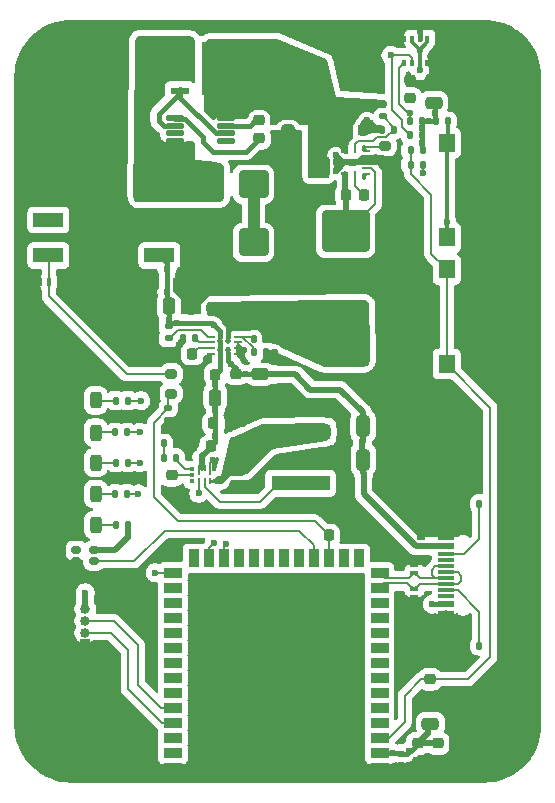
<source format=gbr>
%TF.GenerationSoftware,KiCad,Pcbnew,9.0.3*%
%TF.CreationDate,2025-12-02T23:18:34-08:00*%
%TF.ProjectId,AS 3,41532033-2e6b-4696-9361-645f70636258,V3*%
%TF.SameCoordinates,Original*%
%TF.FileFunction,Copper,L1,Top*%
%TF.FilePolarity,Positive*%
%FSLAX46Y46*%
G04 Gerber Fmt 4.6, Leading zero omitted, Abs format (unit mm)*
G04 Created by KiCad (PCBNEW 9.0.3) date 2025-12-02 23:18:34*
%MOMM*%
%LPD*%
G01*
G04 APERTURE LIST*
G04 Aperture macros list*
%AMRoundRect*
0 Rectangle with rounded corners*
0 $1 Rounding radius*
0 $2 $3 $4 $5 $6 $7 $8 $9 X,Y pos of 4 corners*
0 Add a 4 corners polygon primitive as box body*
4,1,4,$2,$3,$4,$5,$6,$7,$8,$9,$2,$3,0*
0 Add four circle primitives for the rounded corners*
1,1,$1+$1,$2,$3*
1,1,$1+$1,$4,$5*
1,1,$1+$1,$6,$7*
1,1,$1+$1,$8,$9*
0 Add four rect primitives between the rounded corners*
20,1,$1+$1,$2,$3,$4,$5,0*
20,1,$1+$1,$4,$5,$6,$7,0*
20,1,$1+$1,$6,$7,$8,$9,0*
20,1,$1+$1,$8,$9,$2,$3,0*%
%AMFreePoly0*
4,1,5,0.775000,-2.840000,-0.775000,-2.840000,-0.775000,0.300000,0.775000,0.300000,0.775000,-2.840000,0.775000,-2.840000,$1*%
%AMFreePoly1*
4,1,8,0.675000,0.300000,0.775000,0.300000,0.775000,-0.300000,-0.775000,-0.300000,-4.224990,-0.300000,-4.224990,4.110000,0.675000,4.110000,0.675000,0.300000,0.675000,0.300000,$1*%
%AMFreePoly2*
4,1,13,0.187500,0.457500,0.187500,-0.137500,0.137498,-0.187500,-0.362501,-0.187500,-0.412501,-0.137500,-0.412501,0.107500,-0.362501,0.157500,-0.162502,0.157500,-0.062502,0.257500,-0.062502,0.457500,-0.012502,0.507500,0.137498,0.507500,0.187500,0.457500,0.187500,0.457500,$1*%
%AMFreePoly3*
4,1,7,1.650000,-0.224999,0.900000,-0.224999,0.850000,-0.274999,-0.850000,-0.274999,-0.850000,0.274999,1.650000,0.274999,1.650000,-0.224999,1.650000,-0.224999,$1*%
%AMFreePoly4*
4,1,13,0.137498,0.207500,0.187498,0.157500,0.187500,-0.437500,0.137498,-0.487500,-0.012499,-0.487500,-0.062499,-0.437500,-0.062502,-0.237500,-0.162502,-0.137500,-0.362501,-0.137500,-0.412501,-0.087500,-0.412501,0.157500,-0.362501,0.207503,0.137498,0.207500,0.137498,0.207500,$1*%
%AMFreePoly5*
4,1,13,0.512501,0.362498,0.512501,0.262499,0.462501,0.212499,0.262502,0.212499,0.162502,0.112499,0.162502,-0.087501,0.112502,-0.137501,-0.087500,-0.137501,-0.137500,-0.087501,-0.137500,0.362498,-0.087500,0.412498,0.462501,0.412498,0.512501,0.362498,0.512501,0.362498,$1*%
%AMFreePoly6*
4,1,13,0.162501,0.087501,0.162501,-0.112499,0.262504,-0.212499,0.462503,-0.212499,0.512503,-0.262499,0.512503,-0.362498,0.462503,-0.412501,-0.087498,-0.412498,-0.137498,-0.362498,-0.137498,0.087501,-0.087498,0.137501,0.112501,0.137501,0.162501,0.087501,0.162501,0.087501,$1*%
G04 Aperture macros list end*
%TA.AperFunction,SMDPad,CuDef*%
%ADD10R,5.003800X1.295400*%
%TD*%
%TA.AperFunction,SMDPad,CuDef*%
%ADD11RoundRect,0.200000X-0.275000X0.200000X-0.275000X-0.200000X0.275000X-0.200000X0.275000X0.200000X0*%
%TD*%
%TA.AperFunction,SMDPad,CuDef*%
%ADD12RoundRect,0.135000X-0.135000X-0.185000X0.135000X-0.185000X0.135000X0.185000X-0.135000X0.185000X0*%
%TD*%
%TA.AperFunction,SMDPad,CuDef*%
%ADD13RoundRect,0.243750X-0.243750X-0.456250X0.243750X-0.456250X0.243750X0.456250X-0.243750X0.456250X0*%
%TD*%
%TA.AperFunction,SMDPad,CuDef*%
%ADD14RoundRect,0.225000X-0.250000X0.225000X-0.250000X-0.225000X0.250000X-0.225000X0.250000X0.225000X0*%
%TD*%
%TA.AperFunction,SMDPad,CuDef*%
%ADD15RoundRect,0.225000X0.250000X-0.225000X0.250000X0.225000X-0.250000X0.225000X-0.250000X-0.225000X0*%
%TD*%
%TA.AperFunction,SMDPad,CuDef*%
%ADD16RoundRect,0.225000X0.225000X0.250000X-0.225000X0.250000X-0.225000X-0.250000X0.225000X-0.250000X0*%
%TD*%
%TA.AperFunction,SMDPad,CuDef*%
%ADD17FreePoly0,0.000000*%
%TD*%
%TA.AperFunction,SMDPad,CuDef*%
%ADD18R,1.550000X0.600000*%
%TD*%
%TA.AperFunction,SMDPad,CuDef*%
%ADD19FreePoly1,0.000000*%
%TD*%
%TA.AperFunction,SMDPad,CuDef*%
%ADD20RoundRect,0.250000X0.250000X0.475000X-0.250000X0.475000X-0.250000X-0.475000X0.250000X-0.475000X0*%
%TD*%
%TA.AperFunction,SMDPad,CuDef*%
%ADD21RoundRect,0.225000X-0.225000X-0.250000X0.225000X-0.250000X0.225000X0.250000X-0.225000X0.250000X0*%
%TD*%
%TA.AperFunction,SMDPad,CuDef*%
%ADD22FreePoly2,0.000000*%
%TD*%
%TA.AperFunction,HeatsinkPad*%
%ADD23FreePoly3,0.000000*%
%TD*%
%TA.AperFunction,SMDPad,CuDef*%
%ADD24FreePoly4,0.000000*%
%TD*%
%TA.AperFunction,SMDPad,CuDef*%
%ADD25R,0.249999X0.650001*%
%TD*%
%TA.AperFunction,SMDPad,CuDef*%
%ADD26FreePoly5,0.000000*%
%TD*%
%TA.AperFunction,SMDPad,CuDef*%
%ADD27R,0.650001X0.249999*%
%TD*%
%TA.AperFunction,SMDPad,CuDef*%
%ADD28FreePoly6,0.000000*%
%TD*%
%TA.AperFunction,SMDPad,CuDef*%
%ADD29RoundRect,0.135000X0.135000X0.185000X-0.135000X0.185000X-0.135000X-0.185000X0.135000X-0.185000X0*%
%TD*%
%TA.AperFunction,SMDPad,CuDef*%
%ADD30RoundRect,0.135000X0.185000X-0.135000X0.185000X0.135000X-0.185000X0.135000X-0.185000X-0.135000X0*%
%TD*%
%TA.AperFunction,ComponentPad*%
%ADD31C,3.600000*%
%TD*%
%TA.AperFunction,ConnectorPad*%
%ADD32C,5.600000*%
%TD*%
%TA.AperFunction,SMDPad,CuDef*%
%ADD33RoundRect,0.100000X0.100000X-0.425000X0.100000X0.425000X-0.100000X0.425000X-0.100000X-0.425000X0*%
%TD*%
%TA.AperFunction,ComponentPad*%
%ADD34C,0.500000*%
%TD*%
%TA.AperFunction,SMDPad,CuDef*%
%ADD35RoundRect,0.050000X0.250000X-0.050000X0.250000X0.050000X-0.250000X0.050000X-0.250000X-0.050000X0*%
%TD*%
%TA.AperFunction,SMDPad,CuDef*%
%ADD36RoundRect,0.050000X0.300000X-0.150000X0.300000X0.150000X-0.300000X0.150000X-0.300000X-0.150000X0*%
%TD*%
%TA.AperFunction,SMDPad,CuDef*%
%ADD37RoundRect,0.250000X0.325000X0.650000X-0.325000X0.650000X-0.325000X-0.650000X0.325000X-0.650000X0*%
%TD*%
%TA.AperFunction,SMDPad,CuDef*%
%ADD38R,1.400000X1.600000*%
%TD*%
%TA.AperFunction,SMDPad,CuDef*%
%ADD39RoundRect,0.250000X-1.000000X-0.900000X1.000000X-0.900000X1.000000X0.900000X-1.000000X0.900000X0*%
%TD*%
%TA.AperFunction,SMDPad,CuDef*%
%ADD40RoundRect,0.250000X-0.325000X-0.650000X0.325000X-0.650000X0.325000X0.650000X-0.325000X0.650000X0*%
%TD*%
%TA.AperFunction,SMDPad,CuDef*%
%ADD41RoundRect,0.250002X-1.749998X1.499998X-1.749998X-1.499998X1.749998X-1.499998X1.749998X1.499998X0*%
%TD*%
%TA.AperFunction,HeatsinkPad*%
%ADD42C,0.450000*%
%TD*%
%TA.AperFunction,SMDPad,CuDef*%
%ADD43R,1.500000X0.900000*%
%TD*%
%TA.AperFunction,SMDPad,CuDef*%
%ADD44R,0.900000X1.500000*%
%TD*%
%TA.AperFunction,HeatsinkPad*%
%ADD45R,3.900000X3.900000*%
%TD*%
%TA.AperFunction,SMDPad,CuDef*%
%ADD46R,2.540000X1.270000*%
%TD*%
%TA.AperFunction,SMDPad,CuDef*%
%ADD47R,1.650000X3.430000*%
%TD*%
%TA.AperFunction,SMDPad,CuDef*%
%ADD48RoundRect,0.250000X0.475000X-0.250000X0.475000X0.250000X-0.475000X0.250000X-0.475000X-0.250000X0*%
%TD*%
%TA.AperFunction,SMDPad,CuDef*%
%ADD49RoundRect,0.250000X-1.500000X-0.550000X1.500000X-0.550000X1.500000X0.550000X-1.500000X0.550000X0*%
%TD*%
%TA.AperFunction,SMDPad,CuDef*%
%ADD50RoundRect,0.250000X-0.475000X0.250000X-0.475000X-0.250000X0.475000X-0.250000X0.475000X0.250000X0*%
%TD*%
%TA.AperFunction,ComponentPad*%
%ADD51R,0.840000X0.840000*%
%TD*%
%TA.AperFunction,ComponentPad*%
%ADD52C,0.840000*%
%TD*%
%TA.AperFunction,SMDPad,CuDef*%
%ADD53RoundRect,0.162500X0.237500X0.162500X-0.237500X0.162500X-0.237500X-0.162500X0.237500X-0.162500X0*%
%TD*%
%TA.AperFunction,SMDPad,CuDef*%
%ADD54RoundRect,0.140000X-0.170000X0.140000X-0.170000X-0.140000X0.170000X-0.140000X0.170000X0.140000X0*%
%TD*%
%TA.AperFunction,SMDPad,CuDef*%
%ADD55RoundRect,0.060000X-0.675000X-0.180000X0.675000X-0.180000X0.675000X0.180000X-0.675000X0.180000X0*%
%TD*%
%TA.AperFunction,SMDPad,CuDef*%
%ADD56RoundRect,0.135000X-0.185000X0.135000X-0.185000X-0.135000X0.185000X-0.135000X0.185000X0.135000X0*%
%TD*%
%TA.AperFunction,SMDPad,CuDef*%
%ADD57RoundRect,0.250000X-0.250000X-0.475000X0.250000X-0.475000X0.250000X0.475000X-0.250000X0.475000X0*%
%TD*%
%TA.AperFunction,SMDPad,CuDef*%
%ADD58R,0.254000X0.508000*%
%TD*%
%TA.AperFunction,SMDPad,CuDef*%
%ADD59R,0.254000X0.812800*%
%TD*%
%TA.AperFunction,SMDPad,CuDef*%
%ADD60R,0.457200X0.304800*%
%TD*%
%TA.AperFunction,SMDPad,CuDef*%
%ADD61RoundRect,0.050000X-0.300000X0.150000X-0.300000X-0.150000X0.300000X-0.150000X0.300000X0.150000X0*%
%TD*%
%TA.AperFunction,SMDPad,CuDef*%
%ADD62RoundRect,0.050000X0.150000X0.300000X-0.150000X0.300000X-0.150000X-0.300000X0.150000X-0.300000X0*%
%TD*%
%TA.AperFunction,SMDPad,CuDef*%
%ADD63RoundRect,0.050000X-0.150000X-0.300000X0.150000X-0.300000X0.150000X0.300000X-0.150000X0.300000X0*%
%TD*%
%TA.AperFunction,SMDPad,CuDef*%
%ADD64R,0.350000X0.500000*%
%TD*%
%TA.AperFunction,SMDPad,CuDef*%
%ADD65R,1.450000X0.600000*%
%TD*%
%TA.AperFunction,SMDPad,CuDef*%
%ADD66R,1.450000X0.300000*%
%TD*%
%TA.AperFunction,HeatsinkPad*%
%ADD67O,2.100000X1.000000*%
%TD*%
%TA.AperFunction,HeatsinkPad*%
%ADD68O,1.600000X1.000000*%
%TD*%
%TA.AperFunction,SMDPad,CuDef*%
%ADD69RoundRect,0.200000X0.275000X-0.200000X0.275000X0.200000X-0.275000X0.200000X-0.275000X-0.200000X0*%
%TD*%
%TA.AperFunction,ViaPad*%
%ADD70C,0.600000*%
%TD*%
%TA.AperFunction,ViaPad*%
%ADD71C,0.500000*%
%TD*%
%TA.AperFunction,Conductor*%
%ADD72C,0.200000*%
%TD*%
%TA.AperFunction,Conductor*%
%ADD73C,0.152000*%
%TD*%
%TA.AperFunction,Conductor*%
%ADD74C,0.300000*%
%TD*%
%TA.AperFunction,Conductor*%
%ADD75C,0.500000*%
%TD*%
%TA.AperFunction,Conductor*%
%ADD76C,0.400000*%
%TD*%
%TA.AperFunction,Conductor*%
%ADD77C,1.000000*%
%TD*%
G04 APERTURE END LIST*
D10*
%TO.P,L2,1,1*%
%TO.N,Net-(U4-SW)*%
X74430000Y-89443400D03*
%TO.P,L2,2,2*%
%TO.N,+3.3V*%
X74430000Y-85100000D03*
%TD*%
D11*
%TO.P,R14,1*%
%TO.N,Net-(U3-RT)*%
X81600000Y-60860000D03*
%TO.P,R14,2*%
%TO.N,GND*%
X81600000Y-62510000D03*
%TD*%
D12*
%TO.P,R23,2*%
%TO.N,GND*%
X63850000Y-86080000D03*
%TO.P,R23,1*%
%TO.N,Net-(R19-Pad2)*%
X62830000Y-86080000D03*
%TD*%
D13*
%TO.P,D7,1,K*%
%TO.N,GND*%
X55213750Y-92990000D03*
%TO.P,D7,2,A*%
%TO.N,Net-(D7-A)*%
X57088750Y-92990000D03*
%TD*%
%TO.P,D6,1,K*%
%TO.N,GND*%
X55213750Y-90350000D03*
%TO.P,D6,2,A*%
%TO.N,Net-(D6-A)*%
X57088750Y-90350000D03*
%TD*%
%TO.P,D5,1,K*%
%TO.N,GND*%
X55213750Y-82430000D03*
%TO.P,D5,2,A*%
%TO.N,Net-(D5-A)*%
X57088750Y-82430000D03*
%TD*%
%TO.P,D4,1,K*%
%TO.N,GND*%
X55213750Y-85160000D03*
%TO.P,D4,2,A*%
%TO.N,Net-(D4-A)*%
X57088750Y-85160000D03*
%TD*%
%TO.P,D1,1,K*%
%TO.N,GND*%
X55213750Y-87700000D03*
%TO.P,D1,2,A*%
%TO.N,Net-(D1-A)*%
X57088750Y-87700000D03*
%TD*%
D14*
%TO.P,C6,1*%
%TO.N,Net-(U2-VCAPH)*%
X70925000Y-58700000D03*
%TO.P,C6,2*%
%TO.N,Net-(U2-VCAPL)*%
X70925000Y-60250000D03*
%TD*%
D15*
%TO.P,C2,1*%
%TO.N,/EN*%
X85380000Y-106045000D03*
%TO.P,C2,2*%
%TO.N,GND*%
X85380000Y-104495000D03*
%TD*%
D16*
%TO.P,C15,1*%
%TO.N,+5VMUX*%
X67050000Y-84375000D03*
%TO.P,C15,2*%
%TO.N,GND*%
X65500000Y-84375000D03*
%TD*%
D17*
%TO.P,Q1,1,SOURCE*%
%TO.N,+12V*%
X64205000Y-52410000D03*
D18*
%TO.P,Q1,2,SOURCE*%
X64205000Y-53680000D03*
%TO.P,Q1,3,SOURCE*%
X64205000Y-54950000D03*
%TO.P,Q1,4,GATE*%
%TO.N,/GATE*%
X64205000Y-56220000D03*
D19*
%TO.P,Q1,5,DRAIN*%
%TO.N,+12VA*%
X70300000Y-56220000D03*
D18*
%TO.P,Q1,6,DRAIN*%
X70300000Y-54950000D03*
%TO.P,Q1,7,DRAIN*%
X70300000Y-53680000D03*
%TO.P,Q1,8,DRAIN*%
X70300000Y-52410000D03*
%TD*%
D20*
%TO.P,C4,1*%
%TO.N,+12V*%
X61290000Y-55070000D03*
%TO.P,C4,2*%
%TO.N,GND*%
X59390000Y-55070000D03*
%TD*%
%TO.P,C19,1*%
%TO.N,+12V*%
X61270000Y-52730000D03*
%TO.P,C19,2*%
%TO.N,GND*%
X59370000Y-52730000D03*
%TD*%
D15*
%TO.P,C23,1*%
%TO.N,+3.3V*%
X83680000Y-56855000D03*
%TO.P,C23,2*%
%TO.N,GND*%
X83680000Y-55305000D03*
%TD*%
D14*
%TO.P,C21,1*%
%TO.N,+3.3V*%
X84360000Y-111480000D03*
%TO.P,C21,2*%
%TO.N,GND*%
X84360000Y-113030000D03*
%TD*%
D21*
%TO.P,C5,1*%
%TO.N,/PX3_PRESS*%
X76830000Y-93860000D03*
%TO.P,C5,2*%
%TO.N,GND*%
X78380000Y-93860000D03*
%TD*%
D14*
%TO.P,C1,1*%
%TO.N,+3.3V*%
X86060000Y-111480000D03*
%TO.P,C1,2*%
%TO.N,GND*%
X86060000Y-113030000D03*
%TD*%
D22*
%TO.P,U3,1,VIN*%
%TO.N,+12VA*%
X78287502Y-61322499D03*
D23*
%TO.P,U3,2,PGND*%
%TO.N,GND*%
X78675001Y-62265000D03*
D24*
%TO.P,U3,3,SW*%
%TO.N,Net-(U3-FB)*%
X78287502Y-63227499D03*
D25*
%TO.P,U3,4,BOOT*%
%TO.N,Net-(U3-BOOT)*%
X79000000Y-63389998D03*
D26*
%TO.P,U3,5,PG*%
%TO.N,unconnected-(U3-PG-Pad5)*%
X79762500Y-63577498D03*
D27*
%TO.P,U3,6,FB*%
%TO.N,Net-(U3-FB)*%
X79950001Y-62789999D03*
%TO.P,U3,7,MODE_SYNC*%
%TO.N,GND*%
X79950001Y-61739999D03*
D28*
%TO.P,U3,8,RT*%
%TO.N,Net-(U3-RT)*%
X79762498Y-60952500D03*
D25*
%TO.P,U3,9,EN*%
%TO.N,Net-(U3-EN)*%
X79000000Y-61140000D03*
%TD*%
D29*
%TO.P,R19,1*%
%TO.N,Net-(U4-MODE{slash}S-CONF)*%
X63850000Y-87320000D03*
%TO.P,R19,2*%
%TO.N,Net-(R19-Pad2)*%
X62830000Y-87320000D03*
%TD*%
D14*
%TO.P,C17,1*%
%TO.N,Net-(U4-SS{slash}TR)*%
X63520000Y-88780216D03*
%TO.P,C17,2*%
%TO.N,GND*%
X63520000Y-90330216D03*
%TD*%
D30*
%TO.P,R22,1*%
%TO.N,Net-(U6-ST)*%
X63250000Y-77175000D03*
%TO.P,R22,2*%
%TO.N,+5VMUX*%
X63250000Y-76155000D03*
%TD*%
D31*
%TO.P,H3,1,1*%
%TO.N,GND*%
X90000000Y-110000000D03*
D32*
X90000000Y-110000000D03*
%TD*%
D33*
%TO.P,U6,1,OUT*%
%TO.N,+5VMUX*%
X67625000Y-78450000D03*
D34*
%TO.P,U6,1_1,OUT__1*%
X67625000Y-78175000D03*
D33*
%TO.P,U6,2,IN2*%
%TO.N,+5VBus*%
X68325000Y-78450000D03*
D34*
%TO.P,U6,2_1,IN2__1*%
X68325000Y-78175000D03*
D35*
%TO.P,U6,3,CP2*%
%TO.N,GND*%
X69125000Y-78525000D03*
%TO.P,U6,4,OV2*%
X69125000Y-78025000D03*
%TO.P,U6,5,OV1*%
X69125000Y-77525000D03*
%TO.P,U6,6,PR1*%
%TO.N,Net-(U6-PR1)*%
X69125000Y-77025000D03*
D33*
%TO.P,U6,7,IN1*%
%TO.N,+5V*%
X68325000Y-77100000D03*
D34*
%TO.P,U6,7_1,IN1__1*%
X68325000Y-77375000D03*
D33*
%TO.P,U6,8,OUT__2*%
%TO.N,+5VMUX*%
X67625000Y-77100000D03*
D34*
%TO.P,U6,8_1,OUT__3*%
X67625000Y-77375000D03*
D35*
%TO.P,U6,9,ST*%
%TO.N,Net-(U6-ST)*%
X66825000Y-77025000D03*
%TO.P,U6,10,ILIM*%
%TO.N,Net-(U6-ILIM)*%
X66825000Y-77525000D03*
%TO.P,U6,11,SS*%
%TO.N,Net-(U6-SS)*%
X66825000Y-78025000D03*
%TO.P,U6,12,GND*%
%TO.N,GND*%
X66825000Y-78525000D03*
%TD*%
D36*
%TO.P,D10,1,A1*%
%TO.N,/D+*%
X84070000Y-97030000D03*
%TO.P,D10,2,A2*%
%TO.N,GND*%
X84070000Y-96330000D03*
%TD*%
D37*
%TO.P,C11,1*%
%TO.N,+12VA*%
X76330000Y-60000000D03*
%TO.P,C11,2*%
%TO.N,GND*%
X73380000Y-60000000D03*
%TD*%
D38*
%TO.P,SW1,1,1*%
%TO.N,GND*%
X91300000Y-71350000D03*
X91300000Y-79350000D03*
%TO.P,SW1,2,2*%
%TO.N,/EN*%
X86800000Y-71350000D03*
X86800000Y-79350000D03*
%TD*%
%TO.P,SW2,1,1*%
%TO.N,GND*%
X91325000Y-60625000D03*
X91325000Y-68625000D03*
%TO.P,SW2,2,2*%
%TO.N,/BOOT*%
X86825000Y-60625000D03*
X86825000Y-68625000D03*
%TD*%
D39*
%TO.P,D2_2,1*%
%TO.N,GND*%
X66150000Y-69050000D03*
%TO.P,D2_2,2*%
%TO.N,Net-(D2_1-Pad2)*%
X70450000Y-69050000D03*
%TD*%
D40*
%TO.P,C10,1*%
%TO.N,+5VBus*%
X79735000Y-87440000D03*
%TO.P,C10,2*%
%TO.N,GND*%
X82685000Y-87440000D03*
%TD*%
D41*
%TO.P,L1,1,1*%
%TO.N,Net-(U3-FB)*%
X78260000Y-68110000D03*
%TO.P,L1,2,2*%
%TO.N,+5V*%
X78260000Y-77610000D03*
%TD*%
D42*
%TO.P,U1,41,GND*%
%TO.N,GND*%
X74575000Y-104450000D03*
D43*
%TO.P,U1,1,GND*%
X81125000Y-113570000D03*
%TO.P,U1,2,3V3*%
%TO.N,+3.3V*%
X81125000Y-112300000D03*
%TO.P,U1,3,EN*%
%TO.N,/EN*%
X81125000Y-111030000D03*
%TO.P,U1,4,IO4*%
%TO.N,unconnected-(U1-IO4-Pad4)*%
X81125000Y-109760000D03*
%TO.P,U1,5,IO5*%
%TO.N,unconnected-(U1-IO5-Pad5)*%
X81125000Y-108490000D03*
%TO.P,U1,6,IO6*%
%TO.N,unconnected-(U1-IO6-Pad6)*%
X81125000Y-107220000D03*
%TO.P,U1,7,IO7*%
%TO.N,unconnected-(U1-IO7-Pad7)*%
X81125000Y-105950000D03*
%TO.P,U1,8,IO15*%
%TO.N,unconnected-(U1-IO15-Pad8)*%
X81125000Y-104680000D03*
%TO.P,U1,9,IO16*%
%TO.N,unconnected-(U1-IO16-Pad9)*%
X81125000Y-103410000D03*
%TO.P,U1,10,IO17*%
%TO.N,unconnected-(U1-IO17-Pad10)*%
X81125000Y-102140000D03*
%TO.P,U1,11,IO18*%
%TO.N,unconnected-(U1-IO18-Pad11)*%
X81125000Y-100870000D03*
%TO.P,U1,12,IO8*%
%TO.N,unconnected-(U1-IO8-Pad12)*%
X81125000Y-99600000D03*
%TO.P,U1,13,USB_D-*%
%TO.N,/D-*%
X81125000Y-98330000D03*
%TO.P,U1,14,USB_D+*%
%TO.N,/D+*%
X81125000Y-97060000D03*
D44*
%TO.P,U1,15,IO3*%
%TO.N,unconnected-(U1-IO3-Pad15)*%
X79360000Y-95810000D03*
%TO.P,U1,16,IO46*%
%TO.N,unconnected-(U1-IO46-Pad16)*%
X78090000Y-95810000D03*
%TO.P,U1,17,IO9*%
%TO.N,/PX3_PRESS*%
X76820000Y-95810000D03*
%TO.P,U1,18,IO10*%
%TO.N,/LED*%
X75550000Y-95810000D03*
%TO.P,U1,19,IO11*%
%TO.N,unconnected-(U1-IO11-Pad19)*%
X74280000Y-95810000D03*
%TO.P,U1,20,IO12*%
%TO.N,unconnected-(U1-IO12-Pad20)*%
X73010000Y-95810000D03*
%TO.P,U1,21,IO13*%
%TO.N,unconnected-(U1-IO13-Pad21)*%
X71740000Y-95810000D03*
%TO.P,U1,22,IO14*%
%TO.N,unconnected-(U1-IO14-Pad22)*%
X70470000Y-95810000D03*
%TO.P,U1,23,IO21*%
%TO.N,unconnected-(U1-IO21-Pad23)*%
X69200000Y-95810000D03*
%TO.P,U1,24,IO47*%
%TO.N,/SCL*%
X67930000Y-95810000D03*
%TO.P,U1,25,IO48*%
%TO.N,/SDA*%
X66660000Y-95810000D03*
%TO.P,U1,26,IO45*%
%TO.N,unconnected-(U1-IO45-Pad26)*%
X65390000Y-95810000D03*
D43*
%TO.P,U1,27,IO0*%
%TO.N,/BOOT*%
X63625000Y-97060000D03*
%TO.P,U1,28,IO35*%
%TO.N,unconnected-(U1-IO35-Pad28)*%
X63625000Y-98330000D03*
%TO.P,U1,29,IO36*%
%TO.N,unconnected-(U1-IO36-Pad29)*%
X63625000Y-99600000D03*
%TO.P,U1,30,IO37*%
%TO.N,unconnected-(U1-IO37-Pad30)*%
X63625000Y-100870000D03*
%TO.P,U1,31,IO38*%
%TO.N,unconnected-(U1-IO38-Pad31)*%
X63625000Y-102140000D03*
%TO.P,U1,32,IO39*%
%TO.N,unconnected-(U1-IO39-Pad32)*%
X63625000Y-103410000D03*
%TO.P,U1,33,IO40*%
%TO.N,unconnected-(U1-IO40-Pad33)*%
X63625000Y-104680000D03*
%TO.P,U1,34,IO41*%
%TO.N,unconnected-(U1-IO41-Pad34)*%
X63625000Y-105950000D03*
%TO.P,U1,35,IO42*%
%TO.N,unconnected-(U1-IO42-Pad35)*%
X63625000Y-107220000D03*
%TO.P,U1,36,RXD0*%
%TO.N,/RXD0*%
X63625000Y-108490000D03*
%TO.P,U1,37,TXD0*%
%TO.N,/TXD0*%
X63625000Y-109760000D03*
%TO.P,U1,38,IO2*%
%TO.N,unconnected-(U1-IO2-Pad38)*%
X63625000Y-111030000D03*
%TO.P,U1,39,IO1*%
%TO.N,unconnected-(U1-IO1-Pad39)*%
X63625000Y-112300000D03*
%TO.P,U1,40,GND*%
%TO.N,GND*%
X63625000Y-113570000D03*
D42*
%TO.P,U1,41,GND*%
X75275000Y-106550000D03*
X75275000Y-105150000D03*
X74575000Y-107250000D03*
X74575000Y-105850000D03*
X73875000Y-106550000D03*
D45*
X73875000Y-105850000D03*
D42*
X73875000Y-105150000D03*
X73175000Y-107250000D03*
X73175000Y-105850000D03*
X73175000Y-104450000D03*
X72475000Y-106550000D03*
X72475000Y-105150000D03*
%TD*%
D46*
%TO.P,J1,1,Pin_1*%
%TO.N,+12V*%
X62475000Y-64160000D03*
%TO.P,J1,2,Pin_2*%
%TO.N,GND*%
X62475000Y-67160000D03*
%TO.P,J1,3,Pin_3*%
%TO.N,+5VMUX*%
X62475000Y-70160000D03*
%TO.P,J1,4,Pin_4*%
%TO.N,GND*%
X53075000Y-64160000D03*
%TO.P,J1,5,Pin_5*%
%TO.N,unconnected-(J1-Pin_5-Pad5)*%
X53075000Y-67160000D03*
%TO.P,J1,6,Pin_6*%
%TO.N,/PX3_Signal*%
X53075000Y-70160000D03*
D47*
%TO.P,J1,MP,MountPin*%
%TO.N,GND*%
X57775000Y-60275000D03*
X57775000Y-74045000D03*
%TD*%
D48*
%TO.P,C8,1*%
%TO.N,+3.3V*%
X69125000Y-86075000D03*
%TO.P,C8,2*%
%TO.N,GND*%
X69125000Y-84175000D03*
%TD*%
D49*
%TO.P,C13,1*%
%TO.N,+12VA*%
X74170000Y-54940000D03*
%TO.P,C13,2*%
%TO.N,GND*%
X79570000Y-54940000D03*
%TD*%
D50*
%TO.P,C18,1*%
%TO.N,+3.3V*%
X69150000Y-87800000D03*
%TO.P,C18,2*%
%TO.N,GND*%
X69150000Y-89700000D03*
%TD*%
D12*
%TO.P,R7,1*%
%TO.N,/EN*%
X83740000Y-62475000D03*
%TO.P,R7,2*%
%TO.N,/PG*%
X84760000Y-62475000D03*
%TD*%
D51*
%TO.P,J2,1,Pin_1*%
%TO.N,GND*%
X56200000Y-103100000D03*
D52*
%TO.P,J2,2,Pin_2*%
%TO.N,/TXD0*%
X56200000Y-102100000D03*
%TO.P,J2,3,Pin_3*%
%TO.N,/RXD0*%
X56200000Y-101100000D03*
%TO.P,J2,4,Pin_4*%
%TO.N,+3.3V*%
X56200000Y-100100000D03*
%TD*%
D29*
%TO.P,R11,1*%
%TO.N,+5VBus*%
X59807500Y-87700000D03*
%TO.P,R11,2*%
%TO.N,Net-(D1-A)*%
X58787500Y-87700000D03*
%TD*%
%TO.P,R2,1*%
%TO.N,+5V*%
X59746250Y-85150000D03*
%TO.P,R2,2*%
%TO.N,Net-(D4-A)*%
X58726250Y-85150000D03*
%TD*%
D53*
%TO.P,D9,1,DOUT*%
%TO.N,unconnected-(D9-DOUT-Pad1)*%
X55428750Y-95140000D03*
%TO.P,D9,2,VDD*%
%TO.N,+3.3V*%
X56928750Y-95140000D03*
%TO.P,D9,3,GND*%
%TO.N,GND*%
X55428750Y-96040000D03*
%TO.P,D9,4,DIN*%
%TO.N,/LED*%
X56928750Y-96040000D03*
%TD*%
D15*
%TO.P,C26,1*%
%TO.N,+5V*%
X69300000Y-74625000D03*
%TO.P,C26,2*%
%TO.N,GND*%
X69300000Y-73075000D03*
%TD*%
D29*
%TO.P,R10,1*%
%TO.N,Net-(U6-ILIM)*%
X65475000Y-77150000D03*
%TO.P,R10,2*%
%TO.N,GND*%
X64455000Y-77150000D03*
%TD*%
D20*
%TO.P,C30,1*%
%TO.N,+5VMUX*%
X67200000Y-82200000D03*
%TO.P,C30,2*%
%TO.N,GND*%
X65300000Y-82200000D03*
%TD*%
D48*
%TO.P,C3,1*%
%TO.N,+3.3V*%
X85420000Y-109830000D03*
%TO.P,C3,2*%
%TO.N,GND*%
X85420000Y-107930000D03*
%TD*%
D29*
%TO.P,R20,1*%
%TO.N,+3.3V*%
X59841250Y-92980000D03*
%TO.P,R20,2*%
%TO.N,Net-(D7-A)*%
X58821250Y-92980000D03*
%TD*%
D54*
%TO.P,C20,1*%
%TO.N,+3.3V*%
X82950000Y-112345000D03*
%TO.P,C20,2*%
%TO.N,GND*%
X82950000Y-113305000D03*
%TD*%
D29*
%TO.P,R4,1*%
%TO.N,Net-(J3-CC1)*%
X89545000Y-103210000D03*
%TO.P,R4,2*%
%TO.N,GND*%
X88525000Y-103210000D03*
%TD*%
D21*
%TO.P,C12,1*%
%TO.N,+12VA*%
X78175000Y-59560000D03*
%TO.P,C12,2*%
%TO.N,GND*%
X79725000Y-59560000D03*
%TD*%
D50*
%TO.P,C27,1*%
%TO.N,+5VBus*%
X71000000Y-80225000D03*
%TO.P,C27,2*%
%TO.N,GND*%
X71000000Y-82125000D03*
%TD*%
D12*
%TO.P,R12,1*%
%TO.N,Net-(U6-PR1)*%
X70505000Y-77225000D03*
%TO.P,R12,2*%
%TO.N,+5V*%
X71525000Y-77225000D03*
%TD*%
D16*
%TO.P,C32,1*%
%TO.N,+5VMUX*%
X67225000Y-80250000D03*
%TO.P,C32,2*%
%TO.N,GND*%
X65675000Y-80250000D03*
%TD*%
D29*
%TO.P,R6,1*%
%TO.N,+3.3V*%
X84720000Y-58800000D03*
%TO.P,R6,2*%
%TO.N,/SCL*%
X83700000Y-58800000D03*
%TD*%
%TO.P,R18,1*%
%TO.N,+3.3V*%
X84760000Y-61275000D03*
%TO.P,R18,2*%
%TO.N,/EN*%
X83740000Y-61275000D03*
%TD*%
D48*
%TO.P,C24,1*%
%TO.N,+3.3V*%
X85690000Y-57240000D03*
%TO.P,C24,2*%
%TO.N,GND*%
X85690000Y-55340000D03*
%TD*%
D40*
%TO.P,C22,1*%
%TO.N,+5VBus*%
X79725000Y-84620000D03*
%TO.P,C22,2*%
%TO.N,GND*%
X82675000Y-84620000D03*
%TD*%
D29*
%TO.P,R13,1*%
%TO.N,GND*%
X71525000Y-78375000D03*
%TO.P,R13,2*%
%TO.N,Net-(U6-PR1)*%
X70505000Y-78375000D03*
%TD*%
D55*
%TO.P,U2,1,VCAPL*%
%TO.N,Net-(U2-VCAPL)*%
X63800000Y-58525000D03*
%TO.P,U2,2,GATEPULLDOWN*%
%TO.N,/GATE*%
X63800000Y-59175000D03*
%TO.P,U2,3,nc*%
%TO.N,unconnected-(U2-nc-Pad3)*%
X63800000Y-59825000D03*
%TO.P,U2,4,ANODE*%
%TO.N,+12V*%
X63800000Y-60475000D03*
%TO.P,U2,5,nc*%
%TO.N,unconnected-(U2-nc-Pad5)*%
X68100000Y-60475000D03*
%TO.P,U2,6,GATEDRIVE*%
%TO.N,/GATE*%
X68100000Y-59825000D03*
%TO.P,U2,7,VCAPH*%
%TO.N,Net-(U2-VCAPH)*%
X68100000Y-59175000D03*
%TO.P,U2,8,CATHODE*%
%TO.N,+12VA*%
X68100000Y-58525000D03*
%TD*%
D37*
%TO.P,C9,1*%
%TO.N,+12VA*%
X76335000Y-62680000D03*
%TO.P,C9,2*%
%TO.N,GND*%
X73385000Y-62680000D03*
%TD*%
D31*
%TO.P,H2,1,1*%
%TO.N,GND*%
X90000000Y-55000000D03*
D32*
X90000000Y-55000000D03*
%TD*%
D56*
%TO.P,R15,1*%
%TO.N,+12VA*%
X81370000Y-57350000D03*
%TO.P,R15,2*%
%TO.N,Net-(U3-EN)*%
X81370000Y-58370000D03*
%TD*%
D16*
%TO.P,C16,1*%
%TO.N,Net-(U3-BOOT)*%
X79835000Y-65080000D03*
%TO.P,C16,2*%
%TO.N,Net-(U3-FB)*%
X78285000Y-65080000D03*
%TD*%
D36*
%TO.P,D11,1,K*%
%TO.N,+5VBus*%
X84630000Y-94770000D03*
%TO.P,D11,2,A*%
%TO.N,GND*%
X84630000Y-94070000D03*
%TD*%
D29*
%TO.P,R3,1*%
%TO.N,Net-(J3-CC2)*%
X89565000Y-91210000D03*
%TO.P,R3,2*%
%TO.N,GND*%
X88545000Y-91210000D03*
%TD*%
D57*
%TO.P,C31,1*%
%TO.N,+5VMUX*%
X63275000Y-74475000D03*
%TO.P,C31,2*%
%TO.N,GND*%
X65175000Y-74475000D03*
%TD*%
D16*
%TO.P,C29,1*%
%TO.N,Net-(U6-SS)*%
X65250000Y-78500000D03*
%TO.P,C29,2*%
%TO.N,GND*%
X63700000Y-78500000D03*
%TD*%
D29*
%TO.P,R5,1*%
%TO.N,+12VA*%
X59796250Y-82450000D03*
%TO.P,R5,2*%
%TO.N,Net-(D5-A)*%
X58776250Y-82450000D03*
%TD*%
D58*
%TO.P,U4,1,PG*%
%TO.N,/PG*%
X65799748Y-89275000D03*
%TO.P,U4,2,SW*%
%TO.N,Net-(U4-SW)*%
X66299874Y-89275016D03*
%TO.P,U4,3,VOS*%
%TO.N,+3.3V*%
X66800000Y-89275000D03*
D59*
%TO.P,U4,4,GND*%
%TO.N,GND*%
X66800000Y-88335216D03*
D58*
%TO.P,U4,5,EN*%
%TO.N,+5VMUX*%
X66299874Y-88182800D03*
D59*
%TO.P,U4,6,VIN*%
X65799748Y-88335216D03*
D60*
%TO.P,U4,7,MODE/S-CONF*%
%TO.N,Net-(U4-MODE{slash}S-CONF)*%
X65224874Y-88228782D03*
%TO.P,U4,8,SS/TR*%
%TO.N,Net-(U4-SS{slash}TR)*%
X65224874Y-88728908D03*
%TO.P,U4,9,FB/VSET*%
%TO.N,unconnected-(U4-FB{slash}VSET-Pad9)*%
X65224874Y-89229034D03*
%TD*%
D61*
%TO.P,D3,1,A1*%
%TO.N,/D-*%
X84070000Y-98390000D03*
%TO.P,D3,2,A2*%
%TO.N,GND*%
X84070000Y-99090000D03*
%TD*%
D48*
%TO.P,C25,1*%
%TO.N,+5V*%
X67200000Y-74625000D03*
%TO.P,C25,2*%
%TO.N,GND*%
X67200000Y-72725000D03*
%TD*%
D14*
%TO.P,C28,1*%
%TO.N,+5VBus*%
X68950000Y-80200000D03*
%TO.P,C28,2*%
%TO.N,GND*%
X68950000Y-81750000D03*
%TD*%
D31*
%TO.P,H4,1,1*%
%TO.N,GND*%
X55000000Y-110000000D03*
D32*
X55000000Y-110000000D03*
%TD*%
D62*
%TO.P,D8,1,K*%
%TO.N,/PX3_Signal*%
X53100000Y-72400000D03*
%TO.P,D8,2,A*%
%TO.N,GND*%
X52400000Y-72400000D03*
%TD*%
D16*
%TO.P,C14,1*%
%TO.N,+5VMUX*%
X66820000Y-86335216D03*
%TO.P,C14,2*%
%TO.N,GND*%
X65270000Y-86335216D03*
%TD*%
D63*
%TO.P,D2,1,K*%
%TO.N,+5VMUX*%
X63110000Y-72410000D03*
%TO.P,D2,2,A*%
%TO.N,GND*%
X63810000Y-72410000D03*
%TD*%
D64*
%TO.P,U5,1,GND*%
%TO.N,GND*%
X85170000Y-53845000D03*
%TO.P,U5,2,CSB*%
%TO.N,+3.3V*%
X84520000Y-53845000D03*
%TO.P,U5,3,SDI*%
%TO.N,/SDA*%
X83870000Y-53845000D03*
%TO.P,U5,4,SCK*%
%TO.N,/SCL*%
X83220000Y-53845000D03*
%TO.P,U5,5,SDO*%
%TO.N,GND*%
X83220000Y-51795000D03*
%TO.P,U5,6,VDDIO*%
%TO.N,+3.3V*%
X83870000Y-51795000D03*
%TO.P,U5,7,GND*%
%TO.N,GND*%
X84520000Y-51795000D03*
%TO.P,U5,8,VDD*%
%TO.N,+3.3V*%
X85170000Y-51795000D03*
%TD*%
D12*
%TO.P,R1,1*%
%TO.N,+3.3V*%
X85855000Y-58800000D03*
%TO.P,R1,2*%
%TO.N,/BOOT*%
X86875000Y-58800000D03*
%TD*%
D29*
%TO.P,R16,1*%
%TO.N,Net-(U3-EN)*%
X82340000Y-59505000D03*
%TO.P,R16,2*%
%TO.N,GND*%
X81320000Y-59505000D03*
%TD*%
%TO.P,R17,1*%
%TO.N,+3.3V*%
X84750000Y-60000000D03*
%TO.P,R17,2*%
%TO.N,/SDA*%
X83730000Y-60000000D03*
%TD*%
D39*
%TO.P,D2_1,1*%
%TO.N,+12V*%
X66150000Y-64125000D03*
%TO.P,D2_1,2*%
%TO.N,Net-(D2_1-Pad2)*%
X70450000Y-64125000D03*
%TD*%
D65*
%TO.P,J3,A1,GND*%
%TO.N,GND*%
X86765000Y-100480000D03*
%TO.P,J3,A4,VBUS*%
%TO.N,+5VBus*%
X86765000Y-99680000D03*
D66*
%TO.P,J3,A5,CC1*%
%TO.N,Net-(J3-CC1)*%
X86765000Y-98480000D03*
%TO.P,J3,A6,D+*%
%TO.N,/D+*%
X86765000Y-97480000D03*
%TO.P,J3,A7,D-*%
%TO.N,/D-*%
X86765000Y-96980000D03*
%TO.P,J3,A8,SBU1*%
%TO.N,unconnected-(J3-SBU1-PadA8)*%
X86765000Y-95980000D03*
D65*
%TO.P,J3,A9,VBUS*%
%TO.N,+5VBus*%
X86765000Y-94780000D03*
%TO.P,J3,A12,GND*%
%TO.N,GND*%
X86765000Y-93980000D03*
%TO.P,J3,B1,GND*%
X86765000Y-93980000D03*
%TO.P,J3,B4,VBUS*%
%TO.N,+5VBus*%
X86765000Y-94780000D03*
D66*
%TO.P,J3,B5,CC2*%
%TO.N,Net-(J3-CC2)*%
X86765000Y-95480000D03*
%TO.P,J3,B6,D+*%
%TO.N,/D+*%
X86765000Y-96480000D03*
%TO.P,J3,B7,D-*%
%TO.N,/D-*%
X86765000Y-97980000D03*
%TO.P,J3,B8,SBU2*%
%TO.N,unconnected-(J3-SBU2-PadB8)*%
X86765000Y-98980000D03*
D65*
%TO.P,J3,B9,VBUS*%
%TO.N,+5VBus*%
X86765000Y-99680000D03*
%TO.P,J3,B12,GND*%
%TO.N,GND*%
X86765000Y-100480000D03*
D67*
%TO.P,J3,S1,SHIELD*%
X87680000Y-101550000D03*
D68*
X91860000Y-101550000D03*
D67*
X87680000Y-92910000D03*
D68*
X91860000Y-92910000D03*
%TD*%
D29*
%TO.P,R21,1*%
%TO.N,+5VMUX*%
X59735000Y-90350000D03*
%TO.P,R21,2*%
%TO.N,Net-(D6-A)*%
X58715000Y-90350000D03*
%TD*%
D69*
%TO.P,R8,1*%
%TO.N,/PX3_PRESS*%
X63475000Y-81850000D03*
%TO.P,R8,2*%
%TO.N,/PX3_Signal*%
X63475000Y-80200000D03*
%TD*%
D31*
%TO.P,H1,1,1*%
%TO.N,GND*%
X55000000Y-55000000D03*
D32*
X55000000Y-55000000D03*
%TD*%
D48*
%TO.P,C7,1*%
%TO.N,+5V*%
X71350000Y-74550000D03*
%TO.P,C7,2*%
%TO.N,GND*%
X71350000Y-72650000D03*
%TD*%
D30*
%TO.P,R9,1*%
%TO.N,GND*%
X63230000Y-84130000D03*
%TO.P,R9,2*%
%TO.N,/PX3_PRESS*%
X63230000Y-83110000D03*
%TD*%
D70*
%TO.N,+12V*%
X66130000Y-62690000D03*
X64540000Y-64150000D03*
X63440000Y-63090000D03*
X61800000Y-63050000D03*
X61330000Y-56210000D03*
X62130000Y-55080000D03*
X63190000Y-54760000D03*
X63200000Y-53820000D03*
X63170000Y-52830000D03*
X62170000Y-52830000D03*
%TO.N,GND*%
X85340000Y-103510000D03*
X59410000Y-56160000D03*
X59410000Y-51520000D03*
X79110000Y-93860000D03*
%TO.N,+3.3V*%
X85210000Y-110630000D03*
X85190000Y-111480000D03*
%TO.N,GND*%
X80020000Y-58700000D03*
X63250000Y-84730000D03*
X70330000Y-89390000D03*
%TO.N,+3.3V*%
X56200000Y-98725000D03*
%TO.N,GND*%
X64150000Y-90980000D03*
X84630000Y-93480000D03*
X69050000Y-83000000D03*
D71*
X80360000Y-62150000D03*
X79825000Y-61900000D03*
D70*
X77400000Y-62975000D03*
X77400000Y-61650000D03*
X77425000Y-62275000D03*
X78125000Y-62264999D03*
X79075001Y-62264999D03*
X64162500Y-77762500D03*
X90230000Y-79360000D03*
X77500000Y-100000000D03*
X75000000Y-102500000D03*
X77500000Y-102500000D03*
X67500000Y-110000000D03*
X71000000Y-83100000D03*
X67500000Y-105000000D03*
X65300000Y-81125000D03*
X54610000Y-96040000D03*
X83800000Y-84600000D03*
X70000000Y-107500000D03*
X79650000Y-53800000D03*
X69610000Y-78140000D03*
X72500000Y-110000000D03*
X64470000Y-86160000D03*
X77500000Y-112500000D03*
X77500000Y-105000000D03*
X84360000Y-113860000D03*
X83800000Y-87380000D03*
X62875000Y-78500000D03*
X60875000Y-67150000D03*
X70000000Y-112500000D03*
X67500000Y-102500000D03*
X70000000Y-102500000D03*
X51820000Y-72410000D03*
X70000000Y-110000000D03*
X72225000Y-78375000D03*
X67500000Y-107500000D03*
X54425000Y-82450000D03*
X70000000Y-100000000D03*
X62400000Y-113600000D03*
X75000000Y-110000000D03*
X77500000Y-107500000D03*
X82680000Y-61710000D03*
X67500000Y-100000000D03*
X64370000Y-72410000D03*
X65175000Y-73300000D03*
X65325000Y-83275000D03*
X75000000Y-100000000D03*
X57800000Y-58125000D03*
X87865000Y-103210000D03*
X90250000Y-60550000D03*
X71350000Y-71725000D03*
X85825000Y-53800000D03*
X66537500Y-78987500D03*
X66200000Y-67525000D03*
X54430000Y-85170000D03*
X54475000Y-87700000D03*
X73375000Y-61350000D03*
X54525000Y-93000000D03*
X67200000Y-71925000D03*
X72500000Y-112500000D03*
X90220000Y-71325000D03*
X70000000Y-105000000D03*
X54550000Y-90375000D03*
X67500000Y-112500000D03*
X72500000Y-102500000D03*
X82530000Y-63250000D03*
X84050000Y-95875000D03*
X75000000Y-112500000D03*
X80000000Y-113625000D03*
X84525000Y-51150000D03*
X84075000Y-99575000D03*
X87975000Y-91225000D03*
X82950000Y-113925000D03*
X73400000Y-63875000D03*
X78375000Y-53800000D03*
X56200000Y-104060000D03*
X82620000Y-51870000D03*
X86080000Y-113880000D03*
X84200000Y-108170000D03*
X72500000Y-100000000D03*
X81610000Y-62090000D03*
X80675000Y-59500000D03*
X67025000Y-87475000D03*
X54700000Y-64175000D03*
X82250000Y-113600000D03*
X82500000Y-62450000D03*
X65325000Y-85475000D03*
X69300000Y-72200000D03*
X57750000Y-72075000D03*
X81590000Y-63630000D03*
X64750000Y-113625000D03*
X64925000Y-80250000D03*
X90240000Y-68580000D03*
X77500000Y-110000000D03*
%TO.N,+5V*%
X60825000Y-85150000D03*
%TO.N,+3.3V*%
X71630000Y-85550000D03*
X70225000Y-86100000D03*
X70275000Y-87800000D03*
X84520000Y-54500000D03*
X82275000Y-112305000D03*
X84520000Y-52725000D03*
X83640000Y-112110000D03*
X85850000Y-58110000D03*
X58053750Y-95140000D03*
X85275000Y-58800000D03*
X84710000Y-60625000D03*
X84720000Y-59375000D03*
X59828750Y-94040000D03*
X67450000Y-89275000D03*
X72530000Y-86060000D03*
%TO.N,/BOOT*%
X62125000Y-97025000D03*
X86825000Y-67300000D03*
%TO.N,/SDA*%
X82080000Y-53230000D03*
X67100000Y-94525000D03*
%TO.N,/SCL*%
X83700000Y-58100000D03*
X68150000Y-94600000D03*
%TO.N,+12VA*%
X76075000Y-61350000D03*
X60900000Y-82450000D03*
X78170000Y-58710000D03*
X76340000Y-58720000D03*
X72550000Y-56900000D03*
%TO.N,/PG*%
X84785000Y-63190000D03*
X65800000Y-90300000D03*
%TO.N,+5VBus*%
X72195000Y-80230000D03*
X85575000Y-99680000D03*
X69825000Y-80200000D03*
X68575000Y-79350000D03*
X85535000Y-94780000D03*
X60800000Y-87700000D03*
X79670000Y-85970000D03*
X79760000Y-88680000D03*
%TO.N,+5VMUX*%
X60700000Y-90350000D03*
X63110000Y-71330000D03*
X67200000Y-83270000D03*
X67139999Y-76090001D03*
X63250000Y-75590000D03*
X66075000Y-87200000D03*
X67225000Y-81080000D03*
X63970000Y-75860000D03*
X67225000Y-85475000D03*
X63110000Y-73270000D03*
%TD*%
D72*
%TO.N,/PX3_PRESS*%
X76820000Y-93860000D02*
X76820000Y-95810000D01*
X75620000Y-92660000D02*
X76820000Y-93860000D01*
X64060000Y-92660000D02*
X75620000Y-92660000D01*
X62010000Y-90610000D02*
X64060000Y-92660000D01*
X62010000Y-84330000D02*
X62010000Y-90610000D01*
X63230000Y-83110000D02*
X62010000Y-84330000D01*
%TO.N,/LED*%
X60360000Y-96040000D02*
X56928750Y-96040000D01*
X62910000Y-93490000D02*
X60360000Y-96040000D01*
X75550000Y-94710000D02*
X74330000Y-93490000D01*
X74330000Y-93490000D02*
X62910000Y-93490000D01*
X75550000Y-95810000D02*
X75550000Y-94710000D01*
D73*
%TO.N,Net-(U3-FB)*%
X80770000Y-65770000D02*
X78430000Y-68110000D01*
X78430000Y-68110000D02*
X78260000Y-68110000D01*
X80770000Y-63132998D02*
X80770000Y-65770000D01*
X79950001Y-62789999D02*
X80427001Y-62789999D01*
X80427001Y-62789999D02*
X80770000Y-63132998D01*
D72*
%TO.N,GND*%
X81610000Y-61910000D02*
X81439999Y-61739999D01*
X81610000Y-62090000D02*
X81610000Y-61910000D01*
X81610000Y-62090000D02*
X81560001Y-62090000D01*
X81560001Y-62090000D02*
X81370001Y-61900000D01*
X81370001Y-61900000D02*
X79825000Y-61900000D01*
X81439999Y-61739999D02*
X79950001Y-61739999D01*
X79075001Y-62264999D02*
X80245001Y-62264999D01*
X80474999Y-62264999D02*
X82314999Y-62264999D01*
X82314999Y-62264999D02*
X82500000Y-62450000D01*
X80360000Y-62150000D02*
X80474999Y-62264999D01*
X80245001Y-62264999D02*
X80360000Y-62150000D01*
X79440000Y-61900000D02*
X79075001Y-62264999D01*
X79825000Y-61900000D02*
X79440000Y-61900000D01*
%TO.N,/EN*%
X83240000Y-109690000D02*
X81900000Y-111030000D01*
X84610000Y-106050000D02*
X83240000Y-107420000D01*
X88600000Y-106050000D02*
X84610000Y-106050000D01*
X90500000Y-104150000D02*
X88600000Y-106050000D01*
X90500000Y-83050000D02*
X90500000Y-104150000D01*
X83240000Y-107420000D02*
X83240000Y-109690000D01*
X86800000Y-79350000D02*
X90500000Y-83050000D01*
X81900000Y-111030000D02*
X81125000Y-111030000D01*
%TO.N,GND*%
X79210002Y-62400000D02*
X79075001Y-62264999D01*
X81590000Y-62580000D02*
X81410000Y-62400000D01*
X81590000Y-63630000D02*
X81590000Y-62580000D01*
X81410000Y-62400000D02*
X79210002Y-62400000D01*
D74*
X69610000Y-78140000D02*
X69225000Y-78525000D01*
X69225000Y-78525000D02*
X69125000Y-78525000D01*
D72*
%TO.N,Net-(U4-SW)*%
X72786600Y-89223400D02*
X74440000Y-89223400D01*
X66299874Y-89729016D02*
X67570858Y-91000000D01*
X71010000Y-91000000D02*
X72786600Y-89223400D01*
X66299874Y-89275016D02*
X66299874Y-89729016D01*
X67570858Y-91000000D02*
X71010000Y-91000000D01*
D75*
%TO.N,+5VBus*%
X79670000Y-85970000D02*
X79725000Y-85915000D01*
X79670000Y-85970000D02*
X79670000Y-87375000D01*
X79725000Y-85915000D02*
X79725000Y-84620000D01*
X79670000Y-87375000D02*
X79735000Y-87440000D01*
X79760000Y-88590000D02*
X79735000Y-88565000D01*
X79760000Y-90360000D02*
X84180000Y-94780000D01*
X79760000Y-88680000D02*
X79760000Y-90360000D01*
X84180000Y-94780000D02*
X85535000Y-94780000D01*
X79735000Y-88565000D02*
X79735000Y-87440000D01*
X79760000Y-88680000D02*
X79760000Y-88590000D01*
X79725000Y-83455000D02*
X79725000Y-84620000D01*
X75260000Y-81520000D02*
X77790000Y-81520000D01*
X73970000Y-80230000D02*
X75260000Y-81520000D01*
X77790000Y-81520000D02*
X79725000Y-83455000D01*
X72195000Y-80230000D02*
X73970000Y-80230000D01*
X72190000Y-80225000D02*
X71000000Y-80225000D01*
X72195000Y-80230000D02*
X72190000Y-80225000D01*
D72*
%TO.N,Net-(R19-Pad2)*%
X62840000Y-87310000D02*
X62830000Y-87320000D01*
X62840000Y-86060000D02*
X62840000Y-87310000D01*
D76*
%TO.N,Net-(U2-VCAPL)*%
X69810000Y-61390000D02*
X70925000Y-60275000D01*
X66190000Y-60124268D02*
X66190000Y-60590000D01*
X70925000Y-60275000D02*
X70925000Y-60250000D01*
X64647732Y-58582000D02*
X66190000Y-60124268D01*
X63800000Y-58582000D02*
X64647732Y-58582000D01*
X66190000Y-60590000D02*
X66990000Y-61390000D01*
X66990000Y-61390000D02*
X69810000Y-61390000D01*
X63800000Y-58525000D02*
X63800000Y-58582000D01*
%TO.N,Net-(U2-VCAPH)*%
X70125000Y-59175000D02*
X68100000Y-59175000D01*
X70600000Y-58700000D02*
X70125000Y-59175000D01*
X70925000Y-58700000D02*
X70600000Y-58700000D01*
X70925000Y-58525000D02*
X70925000Y-58700000D01*
%TO.N,/GATE*%
X62400000Y-58750000D02*
X62825000Y-59175000D01*
X62825000Y-59175000D02*
X63800000Y-59175000D01*
X62400000Y-58175000D02*
X62400000Y-58750000D01*
X64205000Y-56370000D02*
X62400000Y-58175000D01*
X64205000Y-56220000D02*
X64205000Y-56370000D01*
X64205000Y-56788614D02*
X64205000Y-56110000D01*
X67241386Y-59825000D02*
X64205000Y-56788614D01*
X68100000Y-59825000D02*
X67241386Y-59825000D01*
D75*
%TO.N,+3.3V*%
X85210000Y-110040000D02*
X85420000Y-109830000D01*
X85210000Y-110630000D02*
X84360000Y-111480000D01*
X85210000Y-110630000D02*
X85210000Y-110040000D01*
X85190000Y-111480000D02*
X86060000Y-111480000D01*
X84980000Y-111480000D02*
X85190000Y-111480000D01*
X84360000Y-111480000D02*
X84980000Y-111480000D01*
D76*
X83776088Y-112110000D02*
X84383044Y-111503044D01*
X83640000Y-112110000D02*
X83776088Y-112110000D01*
X83405000Y-112345000D02*
X83640000Y-112110000D01*
X82950000Y-112345000D02*
X83405000Y-112345000D01*
D72*
%TO.N,/SDA*%
X83010000Y-59270000D02*
X83690000Y-59950000D01*
X83010000Y-58690000D02*
X83010000Y-59270000D01*
X82200000Y-57880000D02*
X83010000Y-58690000D01*
X82200000Y-53350000D02*
X82200000Y-57880000D01*
X82080000Y-53230000D02*
X82200000Y-53350000D01*
D75*
%TO.N,GND*%
X79725000Y-58995000D02*
X80020000Y-58700000D01*
X79725000Y-59560000D02*
X79725000Y-58995000D01*
D72*
%TO.N,/SCL*%
X83500000Y-58100000D02*
X83700000Y-58100000D01*
X82740000Y-57340000D02*
X83500000Y-58100000D01*
X82740000Y-54270000D02*
X82740000Y-57340000D01*
X83220000Y-53790000D02*
X82740000Y-54270000D01*
%TO.N,Net-(U3-EN)*%
X82340000Y-59340000D02*
X81370000Y-58370000D01*
X82340000Y-59505000D02*
X82340000Y-59340000D01*
%TO.N,/SDA*%
X83625000Y-53225000D02*
X83870000Y-53470000D01*
X82895000Y-53230000D02*
X82900000Y-53225000D01*
X82080000Y-53230000D02*
X82895000Y-53230000D01*
X82900000Y-53225000D02*
X83625000Y-53225000D01*
X83870000Y-53470000D02*
X83870000Y-53790000D01*
D76*
%TO.N,+3.3V*%
X85850000Y-57400000D02*
X85690000Y-57240000D01*
X85850000Y-58110000D02*
X85850000Y-57400000D01*
X85850000Y-58795000D02*
X85855000Y-58800000D01*
X85850000Y-58110000D02*
X85850000Y-58795000D01*
D72*
%TO.N,/PX3_PRESS*%
X63230000Y-82095000D02*
X63475000Y-81850000D01*
X63230000Y-83110000D02*
X63230000Y-82095000D01*
X63475000Y-81850000D02*
X63750000Y-82125000D01*
%TO.N,/LED*%
X75550000Y-95810000D02*
X75550000Y-95374000D01*
D75*
%TO.N,+3.3V*%
X56200000Y-100100000D02*
X56200000Y-98725000D01*
D72*
%TO.N,/RXD0*%
X58600000Y-101100000D02*
X56200000Y-101100000D01*
X58950000Y-101450000D02*
X60650000Y-103150000D01*
X58950000Y-101450000D02*
X58600000Y-101100000D01*
%TO.N,/TXD0*%
X58375000Y-102100000D02*
X56200000Y-102100000D01*
X59800000Y-103525000D02*
X58375000Y-102100000D01*
D75*
%TO.N,GND*%
X56200000Y-103100000D02*
X56200000Y-104060000D01*
D72*
X84075000Y-99575000D02*
X84075000Y-99090000D01*
D74*
X84630000Y-94070000D02*
X84630000Y-93480000D01*
D76*
X72225000Y-78375000D02*
X71525000Y-78375000D01*
D72*
%TO.N,/SDA*%
X66660000Y-94965000D02*
X66660000Y-95810000D01*
X67100000Y-94525000D02*
X66660000Y-94965000D01*
%TO.N,/PG*%
X65799748Y-90024748D02*
X65799748Y-89275000D01*
X65800000Y-90025000D02*
X65799748Y-90024748D01*
X65800000Y-90300000D02*
X65800000Y-90025000D01*
%TO.N,/BOOT*%
X62125000Y-97025000D02*
X63590000Y-97025000D01*
X63590000Y-97025000D02*
X63625000Y-97060000D01*
D76*
%TO.N,GND*%
X78110001Y-62264999D02*
X77400000Y-62975000D01*
D72*
X78125000Y-62264999D02*
X78110001Y-62264999D01*
X77435001Y-62264999D02*
X77425000Y-62275000D01*
X78125000Y-62264999D02*
X77435001Y-62264999D01*
D76*
X78014999Y-62264999D02*
X77400000Y-61650000D01*
D72*
X78125000Y-62264999D02*
X78014999Y-62264999D01*
D76*
X77400000Y-61650000D02*
X77400000Y-62975000D01*
D72*
%TO.N,Net-(U3-RT)*%
X79762498Y-60952500D02*
X81177500Y-60952500D01*
X81177500Y-60952500D02*
X81305000Y-60825000D01*
%TO.N,GND*%
X79600001Y-61739999D02*
X79075001Y-62264999D01*
X79950001Y-61739999D02*
X79600001Y-61739999D01*
D75*
%TO.N,Net-(U3-FB)*%
X78285000Y-65080000D02*
X78225000Y-65020000D01*
X78225000Y-65020000D02*
X78225000Y-63290001D01*
D72*
%TO.N,GND*%
X69125000Y-77525000D02*
X69125000Y-78025000D01*
D74*
X90650000Y-108850000D02*
X89550000Y-109950000D01*
D76*
X68950000Y-72725000D02*
X69300000Y-73075000D01*
X71350000Y-72650000D02*
X69725000Y-72650000D01*
D75*
X81320000Y-59505000D02*
X80680000Y-59505000D01*
D76*
X65450000Y-74475000D02*
X67200000Y-72725000D01*
D75*
X86777500Y-94030000D02*
X86777500Y-93580000D01*
D74*
X65300000Y-81125000D02*
X65300000Y-80625000D01*
D76*
X63810000Y-72410000D02*
X63810000Y-73110000D01*
D72*
X66800000Y-88335216D02*
X66800000Y-87700000D01*
X64455000Y-77470000D02*
X64455000Y-77150000D01*
D74*
X63700000Y-78500000D02*
X62875000Y-78500000D01*
X65300000Y-82200000D02*
X65300000Y-81125000D01*
D76*
X69725000Y-72650000D02*
X69300000Y-73075000D01*
X63810000Y-73110000D02*
X65175000Y-74475000D01*
D72*
X54610000Y-96040000D02*
X55428750Y-96040000D01*
D74*
X91655000Y-101562500D02*
X91657500Y-101560000D01*
D75*
X86777500Y-93580000D02*
X87457500Y-92900000D01*
D74*
X69125000Y-78025000D02*
X69125000Y-78525000D01*
D72*
X64162500Y-77762500D02*
X64455000Y-77470000D01*
X87865000Y-103210000D02*
X88525000Y-103210000D01*
D76*
X71000000Y-82125000D02*
X71000000Y-83100000D01*
X84520000Y-51155000D02*
X84525000Y-51150000D01*
D72*
X66800000Y-87700000D02*
X67025000Y-87475000D01*
D75*
X86777500Y-100430000D02*
X86777500Y-100880000D01*
D76*
X67200000Y-72725000D02*
X67200000Y-71925000D01*
X65175000Y-74475000D02*
X65450000Y-74475000D01*
D75*
X79725000Y-59560000D02*
X80615000Y-59560000D01*
D72*
X66537500Y-78987500D02*
X66825000Y-78700000D01*
D74*
X85815000Y-53790000D02*
X85825000Y-53800000D01*
D76*
X84520000Y-51850000D02*
X84520000Y-51155000D01*
D75*
X80615000Y-59560000D02*
X80675000Y-59500000D01*
D74*
X65300000Y-80625000D02*
X65675000Y-80250000D01*
D76*
X69300000Y-73075000D02*
X69300000Y-72200000D01*
X65175000Y-74475000D02*
X65175000Y-73300000D01*
D75*
X86777500Y-100880000D02*
X87457500Y-101560000D01*
D72*
X66825000Y-78700000D02*
X66825000Y-78525000D01*
D75*
X80680000Y-59505000D02*
X80675000Y-59500000D01*
D76*
X71350000Y-72650000D02*
X71350000Y-71725000D01*
X67200000Y-72725000D02*
X68950000Y-72725000D01*
X64370000Y-72410000D02*
X63810000Y-72410000D01*
D74*
X85170000Y-53790000D02*
X85815000Y-53790000D01*
X65675000Y-80250000D02*
X64925000Y-80250000D01*
D77*
%TO.N,+12V*%
X66115000Y-64160000D02*
X66150000Y-64125000D01*
D76*
%TO.N,+5V*%
X68325000Y-75750000D02*
X67200000Y-74625000D01*
X68325000Y-77100000D02*
X68325000Y-75750000D01*
D72*
X59746250Y-85150000D02*
X60825000Y-85150000D01*
D77*
X71275000Y-74625000D02*
X71350000Y-74550000D01*
D72*
%TO.N,/PX3_Signal*%
X53100000Y-72400000D02*
X53100000Y-70185000D01*
X53100000Y-72400000D02*
X53100000Y-73600000D01*
X53100000Y-70185000D02*
X53075000Y-70160000D01*
X59700000Y-80200000D02*
X63475000Y-80200000D01*
X53100000Y-73600000D02*
X59700000Y-80200000D01*
D75*
%TO.N,+3.3V*%
X59841250Y-92980000D02*
X59841250Y-94027500D01*
D76*
X85275000Y-58800000D02*
X84720000Y-58800000D01*
X85855000Y-58800000D02*
X85275000Y-58800000D01*
D75*
X58728750Y-95140000D02*
X59828750Y-94040000D01*
D76*
X84710000Y-61225000D02*
X84760000Y-61275000D01*
D74*
X85170000Y-51795000D02*
X85170000Y-52075000D01*
D75*
X56928750Y-95140000D02*
X58053750Y-95140000D01*
D76*
X84720000Y-59375000D02*
X84720000Y-59940000D01*
X84710000Y-60625000D02*
X84710000Y-61225000D01*
X82275000Y-112305000D02*
X82910000Y-112305000D01*
X82910000Y-112305000D02*
X82950000Y-112345000D01*
D74*
X83870000Y-52075000D02*
X84520000Y-52725000D01*
X84520000Y-53845000D02*
X84520000Y-54500000D01*
X84520000Y-52725000D02*
X84520000Y-53790000D01*
D76*
X84720000Y-58800000D02*
X84720000Y-59375000D01*
D75*
X58053750Y-95140000D02*
X58728750Y-95140000D01*
D74*
X83870000Y-51795000D02*
X83870000Y-52075000D01*
D76*
X67450000Y-89275000D02*
X67675000Y-89275000D01*
D74*
X85170000Y-52075000D02*
X84520000Y-52725000D01*
D75*
X59841250Y-94027500D02*
X59828750Y-94040000D01*
D76*
X84720000Y-59940000D02*
X84710000Y-59950000D01*
X81110000Y-112305000D02*
X82275000Y-112305000D01*
X67675000Y-89275000D02*
X69150000Y-87800000D01*
X84710000Y-59950000D02*
X84710000Y-60625000D01*
D72*
%TO.N,/TXD0*%
X63625000Y-109760000D02*
X62660000Y-109760000D01*
X62660000Y-109760000D02*
X59800000Y-106900000D01*
X59800000Y-106900000D02*
X59800000Y-103525000D01*
%TO.N,/RXD0*%
X60650000Y-103150000D02*
X60650000Y-106500000D01*
X60650000Y-106500000D02*
X62640000Y-108490000D01*
X62640000Y-108490000D02*
X63625000Y-108490000D01*
%TO.N,/D+*%
X85522500Y-97177000D02*
X85825500Y-97480000D01*
X85825500Y-97480000D02*
X85835500Y-97490000D01*
X86777500Y-96480000D02*
X85825500Y-96480000D01*
X83620000Y-97485000D02*
X83625000Y-97480000D01*
X84065000Y-97040000D02*
X84515000Y-97490000D01*
X85825500Y-96480000D02*
X85522500Y-96783000D01*
X81550000Y-97485000D02*
X83620000Y-97485000D01*
X86767500Y-97490000D02*
X86777500Y-97480000D01*
X84065000Y-97030000D02*
X84065000Y-97040000D01*
X84515000Y-97490000D02*
X85815500Y-97490000D01*
X81125000Y-97060000D02*
X81550000Y-97485000D01*
X85522500Y-96783000D02*
X85522500Y-97177000D01*
X85815500Y-97490000D02*
X85825500Y-97480000D01*
X83625000Y-97480000D02*
X84065000Y-97040000D01*
X85835500Y-97490000D02*
X86767500Y-97490000D01*
D74*
%TO.N,/BOOT*%
X86825000Y-67300000D02*
X86825000Y-68625000D01*
X86875000Y-60575000D02*
X86825000Y-60625000D01*
X86825000Y-60625000D02*
X86825000Y-67300000D01*
X86875000Y-58800000D02*
X86875000Y-60575000D01*
D72*
%TO.N,/D-*%
X87729500Y-96980000D02*
X88022500Y-97273000D01*
X86777500Y-97980000D02*
X86737500Y-97940000D01*
X84055000Y-98430000D02*
X83565000Y-97940000D01*
X88022500Y-97273000D02*
X88022500Y-97687000D01*
X84065000Y-98430000D02*
X84055000Y-98430000D01*
X87729500Y-97980000D02*
X86777500Y-97980000D01*
X81520000Y-97935000D02*
X81125000Y-98330000D01*
X84555000Y-97940000D02*
X84065000Y-98430000D01*
X86777500Y-96980000D02*
X87729500Y-96980000D01*
X83565000Y-97940000D02*
X83560000Y-97935000D01*
X86737500Y-97940000D02*
X84555000Y-97940000D01*
X88022500Y-97687000D02*
X87729500Y-97980000D01*
X83560000Y-97935000D02*
X81520000Y-97935000D01*
%TO.N,/EN*%
X83740000Y-61275000D02*
X83740000Y-62325000D01*
X83740000Y-62325000D02*
X83765000Y-62350000D01*
X86800000Y-71350000D02*
X85500000Y-70050000D01*
X85500000Y-70050000D02*
X85500000Y-65025000D01*
X85500000Y-65025000D02*
X83765000Y-63290000D01*
X81120000Y-111025000D02*
X81110000Y-111035000D01*
X83765000Y-63290000D02*
X83765000Y-62350000D01*
X86800000Y-71350000D02*
X86800000Y-79350000D01*
%TO.N,/SCL*%
X68150000Y-94600000D02*
X67930000Y-94820000D01*
X67930000Y-94820000D02*
X67930000Y-95810000D01*
X83700000Y-58100000D02*
X83700000Y-58800000D01*
%TO.N,Net-(J3-CC2)*%
X86777500Y-95480000D02*
X88240000Y-95480000D01*
X88240000Y-95480000D02*
X89565000Y-94155000D01*
X89565000Y-94155000D02*
X89565000Y-91210000D01*
%TO.N,Net-(J3-CC1)*%
X89565000Y-103190000D02*
X89545000Y-103210000D01*
X87729500Y-98480000D02*
X89565000Y-100315500D01*
X89565000Y-100315500D02*
X89565000Y-103190000D01*
X86777500Y-98480000D02*
X87729500Y-98480000D01*
%TO.N,+12VA*%
X60900000Y-82450000D02*
X59796250Y-82450000D01*
D76*
X68100000Y-54300000D02*
X68200000Y-54200000D01*
D75*
%TO.N,Net-(U3-FB)*%
X78285000Y-65080000D02*
X78285000Y-68325000D01*
X78285000Y-68325000D02*
X78280000Y-68330000D01*
X78287502Y-65077498D02*
X78285000Y-65080000D01*
D72*
%TO.N,Net-(U3-BOOT)*%
X79000000Y-63389998D02*
X79000000Y-64245000D01*
X79000000Y-64245000D02*
X79835000Y-65080000D01*
%TO.N,Net-(U4-SS{slash}TR)*%
X65224874Y-88728908D02*
X63571308Y-88728908D01*
X63571308Y-88728908D02*
X63520000Y-88780216D01*
D77*
%TO.N,Net-(D2_1-Pad2)*%
X70450000Y-69040000D02*
X70420000Y-69070000D01*
X70450000Y-64125000D02*
X70450000Y-69040000D01*
D72*
%TO.N,Net-(D4-A)*%
X58726250Y-85150000D02*
X56873750Y-85150000D01*
%TO.N,Net-(D5-A)*%
X58776250Y-82450000D02*
X56923750Y-82450000D01*
%TO.N,Net-(D7-A)*%
X56938750Y-92990000D02*
X58811250Y-92990000D01*
X58811250Y-92990000D02*
X58821250Y-92980000D01*
%TO.N,/PG*%
X84785000Y-62350000D02*
X84785000Y-63190000D01*
%TO.N,Net-(U3-EN)*%
X82340000Y-59505000D02*
X81695000Y-60150000D01*
X82340000Y-59585000D02*
X82340000Y-59505000D01*
X81695000Y-60150000D02*
X80900000Y-60150000D01*
X80600000Y-60450000D02*
X79310000Y-60450000D01*
X80900000Y-60150000D02*
X80600000Y-60450000D01*
X79310000Y-60450000D02*
X79000000Y-60760000D01*
X79000000Y-60760000D02*
X79000000Y-61140000D01*
%TO.N,Net-(U4-MODE{slash}S-CONF)*%
X64608566Y-88228782D02*
X63770000Y-87390216D01*
X65224874Y-88228782D02*
X64608566Y-88228782D01*
D75*
%TO.N,+5VBus*%
X85535000Y-94780000D02*
X86765000Y-94780000D01*
D76*
X68950000Y-80200000D02*
X69825000Y-80200000D01*
X68950000Y-80200000D02*
X68950000Y-79725000D01*
X68325000Y-79100000D02*
X68575000Y-79350000D01*
X85575000Y-99680000D02*
X86765000Y-99680000D01*
X68325000Y-78450000D02*
X68325000Y-79100000D01*
D72*
X60800000Y-87700000D02*
X59807500Y-87700000D01*
D76*
X69825000Y-80200000D02*
X70975000Y-80200000D01*
X70975000Y-80200000D02*
X71000000Y-80225000D01*
X68950000Y-79725000D02*
X68575000Y-79350000D01*
%TO.N,+5VMUX*%
X67225000Y-80250000D02*
X67225000Y-81080000D01*
X63110000Y-70795000D02*
X63110000Y-71330000D01*
X63250000Y-75590000D02*
X63250000Y-74500000D01*
X63110000Y-71330000D02*
X63110000Y-73270000D01*
X66909998Y-75860000D02*
X67139999Y-76090001D01*
X63545000Y-75860000D02*
X63250000Y-76155000D01*
X67625000Y-78450000D02*
X67625000Y-77375000D01*
X67225000Y-82175000D02*
X67200000Y-82200000D01*
X67225000Y-85930216D02*
X66820000Y-86335216D01*
X63970000Y-75860000D02*
X63545000Y-75860000D01*
X63970000Y-75860000D02*
X66909998Y-75860000D01*
X67200000Y-83270000D02*
X67200000Y-84350000D01*
X67625000Y-79850000D02*
X67225000Y-80250000D01*
D75*
X66075000Y-87200000D02*
X66075000Y-88125000D01*
D76*
X67225000Y-81080000D02*
X67225000Y-82175000D01*
X67625000Y-77100000D02*
X67625000Y-76575001D01*
X63250000Y-74500000D02*
X63275000Y-74475000D01*
D75*
X66075000Y-87175000D02*
X66075000Y-87200000D01*
D76*
X67225000Y-84375000D02*
X67225000Y-85475000D01*
X67625000Y-76575001D02*
X67139999Y-76090001D01*
X67225000Y-85475000D02*
X67225000Y-85930216D01*
X63110000Y-74310000D02*
X63275000Y-74475000D01*
D75*
X66820000Y-86335216D02*
X66820000Y-86430000D01*
D76*
X67200000Y-84350000D02*
X67225000Y-84375000D01*
D75*
X66820000Y-86430000D02*
X66075000Y-87175000D01*
D76*
X63110000Y-73270000D02*
X63110000Y-74310000D01*
X67200000Y-82200000D02*
X67200000Y-83270000D01*
X67625000Y-78450000D02*
X67625000Y-79850000D01*
D72*
X59735000Y-90350000D02*
X60700000Y-90350000D01*
D76*
X63250000Y-76155000D02*
X63250000Y-75590000D01*
X62475000Y-70160000D02*
X63110000Y-70795000D01*
D72*
%TO.N,Net-(U6-SS)*%
X65725000Y-78025000D02*
X66825000Y-78025000D01*
X65250000Y-78500000D02*
X65725000Y-78025000D01*
%TO.N,Net-(D1-A)*%
X58787500Y-87700000D02*
X56862500Y-87700000D01*
%TO.N,Net-(D6-A)*%
X58715000Y-90350000D02*
X56900000Y-90350000D01*
%TO.N,Net-(U6-ILIM)*%
X66825000Y-77525000D02*
X65850000Y-77525000D01*
X65850000Y-77525000D02*
X65475000Y-77150000D01*
%TO.N,Net-(U6-PR1)*%
X69125000Y-77025000D02*
X70305000Y-77025000D01*
X69500000Y-77025000D02*
X70505000Y-78030000D01*
X70305000Y-77025000D02*
X70505000Y-77225000D01*
X69125000Y-77025000D02*
X69500000Y-77025000D01*
X70505000Y-78030000D02*
X70505000Y-78375000D01*
%TO.N,Net-(U6-ST)*%
X66825000Y-77025000D02*
X66600000Y-77025000D01*
X63355000Y-77175000D02*
X63250000Y-77175000D01*
X64070000Y-76460000D02*
X63355000Y-77175000D01*
X66600000Y-77025000D02*
X66035000Y-76460000D01*
X66035000Y-76460000D02*
X64070000Y-76460000D01*
%TD*%
%TA.AperFunction,Conductor*%
%TO.N,GND*%
G36*
X83170822Y-98555185D02*
G01*
X83216577Y-98607989D01*
X83226898Y-98644716D01*
X83230121Y-98671558D01*
X83285639Y-98812343D01*
X83377077Y-98932922D01*
X83497656Y-99024360D01*
X83497657Y-99024360D01*
X83497658Y-99024361D01*
X83638436Y-99079877D01*
X83726898Y-99090500D01*
X83726903Y-99090500D01*
X84413097Y-99090500D01*
X84413102Y-99090500D01*
X84501564Y-99079877D01*
X84642342Y-99024361D01*
X84762922Y-98932922D01*
X84854361Y-98812342D01*
X84909877Y-98671564D01*
X84912500Y-98649716D01*
X84940036Y-98585503D01*
X84997918Y-98546369D01*
X85035616Y-98540500D01*
X85415501Y-98540500D01*
X85419695Y-98541731D01*
X85423965Y-98540789D01*
X85452925Y-98551489D01*
X85482540Y-98560185D01*
X85485402Y-98563488D01*
X85489504Y-98565004D01*
X85508083Y-98589663D01*
X85528295Y-98612989D01*
X85529659Y-98618300D01*
X85531548Y-98620807D01*
X85534574Y-98637431D01*
X85539157Y-98655272D01*
X85539501Y-98659881D01*
X85539501Y-98677872D01*
X85543893Y-98718733D01*
X85544045Y-98720769D01*
X85543678Y-98722477D01*
X85543678Y-98743253D01*
X85539487Y-98782231D01*
X85512749Y-98846782D01*
X85455356Y-98886630D01*
X85440390Y-98890592D01*
X85341508Y-98910261D01*
X85341498Y-98910264D01*
X85195827Y-98970602D01*
X85195814Y-98970609D01*
X85064711Y-99058210D01*
X85064707Y-99058213D01*
X84953213Y-99169707D01*
X84953210Y-99169711D01*
X84865609Y-99300814D01*
X84865602Y-99300827D01*
X84805264Y-99446498D01*
X84805261Y-99446510D01*
X84774500Y-99601153D01*
X84774500Y-99758846D01*
X84805261Y-99913489D01*
X84805264Y-99913501D01*
X84865602Y-100059172D01*
X84865609Y-100059185D01*
X84953210Y-100190288D01*
X84953213Y-100190292D01*
X85064707Y-100301786D01*
X85064711Y-100301789D01*
X85195814Y-100389390D01*
X85195827Y-100389397D01*
X85332145Y-100445861D01*
X85341503Y-100449737D01*
X85492714Y-100479815D01*
X85496153Y-100480499D01*
X85496156Y-100480500D01*
X85496158Y-100480500D01*
X85653844Y-100480500D01*
X85725012Y-100466343D01*
X85808497Y-100449737D01*
X85808499Y-100449736D01*
X85812260Y-100448988D01*
X85879783Y-100454422D01*
X85932517Y-100474091D01*
X85992127Y-100480500D01*
X87537872Y-100480499D01*
X87597483Y-100474091D01*
X87659809Y-100450844D01*
X87729499Y-100445861D01*
X87790822Y-100479346D01*
X87871985Y-100560509D01*
X87871986Y-100560510D01*
X87871988Y-100560511D01*
X87997511Y-100632982D01*
X87997512Y-100632982D01*
X87997515Y-100632984D01*
X88137525Y-100670500D01*
X88137528Y-100670500D01*
X88282472Y-100670500D01*
X88282475Y-100670500D01*
X88422485Y-100632984D01*
X88548015Y-100560509D01*
X88650509Y-100458015D01*
X88650515Y-100458003D01*
X88654636Y-100452634D01*
X88668454Y-100442542D01*
X88678707Y-100428847D01*
X88696083Y-100422365D01*
X88711061Y-100411428D01*
X88728139Y-100410409D01*
X88744171Y-100404430D01*
X88762293Y-100408372D01*
X88780807Y-100407268D01*
X88796070Y-100415720D01*
X88812444Y-100419282D01*
X88840698Y-100440433D01*
X88928181Y-100527916D01*
X88961666Y-100589239D01*
X88964500Y-100615597D01*
X88964500Y-102520404D01*
X88944815Y-102587443D01*
X88928181Y-102608085D01*
X88903869Y-102632396D01*
X88903863Y-102632404D01*
X88822131Y-102770606D01*
X88822129Y-102770611D01*
X88777335Y-102924791D01*
X88777334Y-102924797D01*
X88774500Y-102960811D01*
X88774500Y-103459169D01*
X88774501Y-103459191D01*
X88777335Y-103495205D01*
X88822129Y-103649388D01*
X88822131Y-103649393D01*
X88903863Y-103787595D01*
X88903869Y-103787603D01*
X89017396Y-103901130D01*
X89017400Y-103901133D01*
X89017402Y-103901135D01*
X89155607Y-103982869D01*
X89196268Y-103994682D01*
X89309791Y-104027664D01*
X89309794Y-104027664D01*
X89309796Y-104027665D01*
X89345819Y-104030500D01*
X89470902Y-104030499D01*
X89537940Y-104050183D01*
X89583695Y-104102987D01*
X89593639Y-104172145D01*
X89564615Y-104235701D01*
X89558582Y-104242180D01*
X88387584Y-105413181D01*
X88326261Y-105446666D01*
X88299903Y-105449500D01*
X86323088Y-105449500D01*
X86256049Y-105429815D01*
X86217549Y-105390596D01*
X86202968Y-105366956D01*
X86083044Y-105247032D01*
X86083040Y-105247029D01*
X85938705Y-105158001D01*
X85938699Y-105157998D01*
X85938697Y-105157997D01*
X85938694Y-105157996D01*
X85777709Y-105104651D01*
X85678346Y-105094500D01*
X85081662Y-105094500D01*
X85081644Y-105094501D01*
X84982292Y-105104650D01*
X84982289Y-105104651D01*
X84821305Y-105157996D01*
X84821294Y-105158001D01*
X84676959Y-105247029D01*
X84557030Y-105366957D01*
X84527063Y-105415541D01*
X84475114Y-105462265D01*
X84453620Y-105470217D01*
X84378222Y-105490420D01*
X84378209Y-105490426D01*
X84241290Y-105569475D01*
X84241282Y-105569481D01*
X82759481Y-107051282D01*
X82759477Y-107051287D01*
X82713004Y-107131783D01*
X82713003Y-107131782D01*
X82680424Y-107188211D01*
X82680423Y-107188215D01*
X82639499Y-107340943D01*
X82639499Y-107340945D01*
X82639499Y-107509046D01*
X82639500Y-107509059D01*
X82639500Y-109389902D01*
X82630855Y-109419342D01*
X82624332Y-109449329D01*
X82620577Y-109454344D01*
X82619815Y-109456941D01*
X82603181Y-109477583D01*
X82587180Y-109493584D01*
X82525857Y-109527069D01*
X82456165Y-109522085D01*
X82400232Y-109480213D01*
X82375815Y-109414749D01*
X82375499Y-109405903D01*
X82375499Y-109262129D01*
X82375498Y-109262123D01*
X82375497Y-109262116D01*
X82369091Y-109202517D01*
X82356340Y-109168332D01*
X82351357Y-109098642D01*
X82356340Y-109081669D01*
X82369091Y-109047483D01*
X82375500Y-108987873D01*
X82375499Y-107992128D01*
X82369091Y-107932517D01*
X82356340Y-107898332D01*
X82351357Y-107828642D01*
X82356340Y-107811669D01*
X82369091Y-107777483D01*
X82375500Y-107717873D01*
X82375499Y-106722128D01*
X82369091Y-106662517D01*
X82356340Y-106628332D01*
X82351357Y-106558642D01*
X82356340Y-106541669D01*
X82369091Y-106507483D01*
X82375500Y-106447873D01*
X82375499Y-105452128D01*
X82369091Y-105392517D01*
X82356340Y-105358332D01*
X82351357Y-105288642D01*
X82356340Y-105271669D01*
X82369091Y-105237483D01*
X82375500Y-105177873D01*
X82375499Y-104182128D01*
X82369091Y-104122517D01*
X82356340Y-104088332D01*
X82351357Y-104018642D01*
X82356340Y-104001669D01*
X82369091Y-103967483D01*
X82375500Y-103907873D01*
X82375499Y-102912128D01*
X82369091Y-102852517D01*
X82356340Y-102818332D01*
X82351357Y-102748642D01*
X82356340Y-102731669D01*
X82369091Y-102697483D01*
X82375500Y-102637873D01*
X82375499Y-101642128D01*
X82369091Y-101582517D01*
X82356340Y-101548332D01*
X82351357Y-101478642D01*
X82356340Y-101461669D01*
X82369091Y-101427483D01*
X82375500Y-101367873D01*
X82375499Y-100372128D01*
X82369091Y-100312517D01*
X82356340Y-100278332D01*
X82351357Y-100208642D01*
X82356340Y-100191669D01*
X82369091Y-100157483D01*
X82375500Y-100097873D01*
X82375499Y-99102128D01*
X82369091Y-99042517D01*
X82356340Y-99008332D01*
X82351357Y-98938642D01*
X82356340Y-98921669D01*
X82369091Y-98887483D01*
X82375500Y-98827873D01*
X82375500Y-98659500D01*
X82395185Y-98592461D01*
X82447989Y-98546706D01*
X82499500Y-98535500D01*
X83103783Y-98535500D01*
X83170822Y-98555185D01*
G37*
%TD.AperFunction*%
%TA.AperFunction,Conductor*%
G36*
X68168893Y-80953933D02*
G01*
X68170801Y-80953717D01*
X68200541Y-80968386D01*
X68230703Y-80982161D01*
X68233222Y-80984506D01*
X68233462Y-80984625D01*
X68233605Y-80984863D01*
X68237181Y-80988193D01*
X68246955Y-80997967D01*
X68246959Y-80997970D01*
X68391294Y-81086998D01*
X68391297Y-81086999D01*
X68391303Y-81087003D01*
X68552292Y-81140349D01*
X68651655Y-81150500D01*
X69248344Y-81150499D01*
X69248352Y-81150498D01*
X69248355Y-81150498D01*
X69302760Y-81144940D01*
X69347708Y-81140349D01*
X69508697Y-81087003D01*
X69631163Y-81011463D01*
X69698287Y-80993020D01*
X69709474Y-80993203D01*
X69746158Y-81000500D01*
X69903842Y-81000500D01*
X69922958Y-80996697D01*
X69936196Y-80996914D01*
X69957418Y-81003524D01*
X69979562Y-81005505D01*
X69993862Y-81014876D01*
X70002905Y-81017693D01*
X70008688Y-81024591D01*
X70021848Y-81033216D01*
X70056344Y-81067712D01*
X70205666Y-81159814D01*
X70372203Y-81214999D01*
X70474991Y-81225500D01*
X71525008Y-81225499D01*
X71525016Y-81225498D01*
X71525019Y-81225498D01*
X71581302Y-81219748D01*
X71627797Y-81214999D01*
X71794334Y-81159814D01*
X71943656Y-81067712D01*
X71956446Y-81054921D01*
X72017768Y-81021436D01*
X72068319Y-81020984D01*
X72116158Y-81030500D01*
X72273844Y-81030500D01*
X72273845Y-81030499D01*
X72409459Y-81003524D01*
X72428488Y-80999739D01*
X72428489Y-80999738D01*
X72428497Y-80999737D01*
X72452155Y-80989937D01*
X72499604Y-80980500D01*
X73607770Y-80980500D01*
X73674809Y-81000185D01*
X73695451Y-81016819D01*
X74677048Y-81998415D01*
X74677049Y-81998416D01*
X74749447Y-82070814D01*
X74781585Y-82102952D01*
X74904498Y-82185080D01*
X74904511Y-82185087D01*
X74980345Y-82216498D01*
X75041087Y-82241658D01*
X75041091Y-82241658D01*
X75041092Y-82241659D01*
X75186079Y-82270500D01*
X75186082Y-82270500D01*
X77427770Y-82270500D01*
X77494809Y-82290185D01*
X77515451Y-82306819D01*
X78119462Y-82910830D01*
X78700835Y-83492202D01*
X78734320Y-83553525D01*
X78729336Y-83623217D01*
X78718697Y-83644972D01*
X78715186Y-83650666D01*
X78660001Y-83817203D01*
X78660001Y-83817204D01*
X78660000Y-83817204D01*
X78649500Y-83919983D01*
X78649500Y-85320001D01*
X78649501Y-85320018D01*
X78660000Y-85422796D01*
X78660001Y-85422799D01*
X78715185Y-85589331D01*
X78715187Y-85589336D01*
X78807289Y-85738657D01*
X78837613Y-85768981D01*
X78871098Y-85830304D01*
X78871550Y-85880851D01*
X78869500Y-85891157D01*
X78869500Y-86048846D01*
X78893117Y-86167576D01*
X78886890Y-86237167D01*
X78859183Y-86279446D01*
X78817292Y-86321337D01*
X78725187Y-86470663D01*
X78725185Y-86470668D01*
X78699849Y-86547129D01*
X78670001Y-86637203D01*
X78670001Y-86637204D01*
X78670000Y-86637204D01*
X78659500Y-86739983D01*
X78659500Y-88140001D01*
X78659501Y-88140018D01*
X78670000Y-88242796D01*
X78670001Y-88242799D01*
X78725185Y-88409331D01*
X78725187Y-88409336D01*
X78742961Y-88438152D01*
X78814028Y-88553371D01*
X78817289Y-88558657D01*
X78923181Y-88664549D01*
X78956666Y-88725872D01*
X78956725Y-88726146D01*
X78959500Y-88739042D01*
X78959500Y-88758842D01*
X78990263Y-88913497D01*
X79004360Y-88947531D01*
X79006725Y-88958520D01*
X79006072Y-88967370D01*
X79009500Y-88984604D01*
X79009500Y-90433918D01*
X79009500Y-90433920D01*
X79009499Y-90433920D01*
X79038340Y-90578907D01*
X79038343Y-90578917D01*
X79094912Y-90715488D01*
X79094920Y-90715503D01*
X79127771Y-90764666D01*
X79127772Y-90764669D01*
X79127773Y-90764669D01*
X79177049Y-90838417D01*
X83701586Y-95362954D01*
X83727056Y-95379971D01*
X83765265Y-95405501D01*
X83824505Y-95445084D01*
X83824507Y-95445085D01*
X83824511Y-95445087D01*
X83961082Y-95501656D01*
X83961087Y-95501658D01*
X83961091Y-95501658D01*
X83961092Y-95501659D01*
X84106079Y-95530500D01*
X84106082Y-95530500D01*
X84106083Y-95530500D01*
X84253917Y-95530500D01*
X85230396Y-95530500D01*
X85259244Y-95533902D01*
X85268781Y-95536183D01*
X85301503Y-95549737D01*
X85443612Y-95578004D01*
X85445922Y-95578557D01*
X85474259Y-95594797D01*
X85503176Y-95609923D01*
X85504398Y-95612069D01*
X85506542Y-95613298D01*
X85521594Y-95642266D01*
X85537750Y-95670638D01*
X85538445Y-95674697D01*
X85538757Y-95675298D01*
X85538683Y-95676091D01*
X85540364Y-95685903D01*
X85543679Y-95716745D01*
X85543679Y-95743251D01*
X85539500Y-95782123D01*
X85539500Y-95880132D01*
X85519815Y-95947171D01*
X85477501Y-95987519D01*
X85456784Y-95999479D01*
X85041979Y-96414284D01*
X85027422Y-96439499D01*
X85008396Y-96472454D01*
X85006001Y-96476602D01*
X84990856Y-96502832D01*
X84940287Y-96551046D01*
X84871679Y-96564266D01*
X84806816Y-96538296D01*
X84784667Y-96515753D01*
X84762922Y-96487077D01*
X84642343Y-96395639D01*
X84501561Y-96340122D01*
X84455926Y-96334642D01*
X84413102Y-96329500D01*
X83726898Y-96329500D01*
X83687853Y-96334188D01*
X83638438Y-96340122D01*
X83497656Y-96395639D01*
X83377077Y-96487077D01*
X83285639Y-96607656D01*
X83230121Y-96748441D01*
X83226898Y-96775284D01*
X83199361Y-96839499D01*
X83141479Y-96878631D01*
X83103783Y-96884500D01*
X82499499Y-96884500D01*
X82432460Y-96864815D01*
X82386705Y-96812011D01*
X82375499Y-96760500D01*
X82375499Y-96562129D01*
X82375498Y-96562123D01*
X82374307Y-96551046D01*
X82369091Y-96502517D01*
X82367958Y-96499480D01*
X82318797Y-96367671D01*
X82318793Y-96367664D01*
X82232547Y-96252455D01*
X82232544Y-96252452D01*
X82117335Y-96166206D01*
X82117328Y-96166202D01*
X81982482Y-96115908D01*
X81982483Y-96115908D01*
X81922883Y-96109501D01*
X81922881Y-96109500D01*
X81922873Y-96109500D01*
X81922865Y-96109500D01*
X80434499Y-96109500D01*
X80367460Y-96089815D01*
X80321705Y-96037011D01*
X80310499Y-95985500D01*
X80310499Y-95012129D01*
X80310498Y-95012123D01*
X80310497Y-95012116D01*
X80304091Y-94952517D01*
X80276857Y-94879500D01*
X80253797Y-94817671D01*
X80253793Y-94817664D01*
X80167547Y-94702455D01*
X80167544Y-94702452D01*
X80052335Y-94616206D01*
X80052328Y-94616202D01*
X79917482Y-94565908D01*
X79917483Y-94565908D01*
X79857883Y-94559501D01*
X79857881Y-94559500D01*
X79857873Y-94559500D01*
X79857864Y-94559500D01*
X78862129Y-94559500D01*
X78862123Y-94559501D01*
X78802518Y-94565908D01*
X78768331Y-94578659D01*
X78698639Y-94583642D01*
X78681669Y-94578659D01*
X78647480Y-94565908D01*
X78647482Y-94565908D01*
X78587883Y-94559501D01*
X78587881Y-94559500D01*
X78587873Y-94559500D01*
X78587865Y-94559500D01*
X77842065Y-94559500D01*
X77775026Y-94539815D01*
X77729271Y-94487011D01*
X77719327Y-94417853D01*
X77724357Y-94396502D01*
X77770349Y-94257708D01*
X77780500Y-94158345D01*
X77780499Y-93561656D01*
X77773777Y-93495855D01*
X77770349Y-93462292D01*
X77770348Y-93462289D01*
X77757223Y-93422679D01*
X77717003Y-93301303D01*
X77716999Y-93301297D01*
X77716998Y-93301294D01*
X77627970Y-93156959D01*
X77627967Y-93156955D01*
X77508044Y-93037032D01*
X77508040Y-93037029D01*
X77363705Y-92948001D01*
X77363699Y-92947998D01*
X77363697Y-92947997D01*
X77310662Y-92930423D01*
X77202709Y-92894651D01*
X77103352Y-92884500D01*
X77103345Y-92884500D01*
X76745097Y-92884500D01*
X76678058Y-92864815D01*
X76657416Y-92848181D01*
X76107590Y-92298355D01*
X76107588Y-92298352D01*
X75988717Y-92179481D01*
X75988716Y-92179480D01*
X75901904Y-92129360D01*
X75901904Y-92129359D01*
X75901900Y-92129358D01*
X75851785Y-92100423D01*
X75699057Y-92059499D01*
X75540943Y-92059499D01*
X75533347Y-92059499D01*
X75533331Y-92059500D01*
X64360098Y-92059500D01*
X64293059Y-92039815D01*
X64272417Y-92023181D01*
X62646819Y-90397583D01*
X62613334Y-90336260D01*
X62610500Y-90309902D01*
X62610500Y-89671065D01*
X62630185Y-89604026D01*
X62682989Y-89558271D01*
X62752147Y-89548327D01*
X62811413Y-89573800D01*
X62816953Y-89578181D01*
X62816956Y-89578184D01*
X62816959Y-89578185D01*
X62816963Y-89578189D01*
X62961294Y-89667214D01*
X62961297Y-89667215D01*
X62961303Y-89667219D01*
X63122292Y-89720565D01*
X63221655Y-89730716D01*
X63818344Y-89730715D01*
X63818352Y-89730714D01*
X63818355Y-89730714D01*
X63872760Y-89725156D01*
X63917708Y-89720565D01*
X64078697Y-89667219D01*
X64223044Y-89578184D01*
X64314170Y-89487057D01*
X64375489Y-89453575D01*
X64445181Y-89458559D01*
X64501115Y-89500430D01*
X64518030Y-89531407D01*
X64552477Y-89623764D01*
X64552480Y-89623769D01*
X64638726Y-89738978D01*
X64638729Y-89738981D01*
X64753938Y-89825227D01*
X64753945Y-89825231D01*
X64792769Y-89839711D01*
X64888791Y-89875525D01*
X64935272Y-89880522D01*
X64999820Y-89907259D01*
X65039668Y-89964652D01*
X65042162Y-90034477D01*
X65036576Y-90051262D01*
X65030263Y-90066503D01*
X65030261Y-90066510D01*
X64999500Y-90221153D01*
X64999500Y-90378846D01*
X65030261Y-90533489D01*
X65030264Y-90533501D01*
X65090602Y-90679172D01*
X65090609Y-90679185D01*
X65178210Y-90810288D01*
X65178213Y-90810292D01*
X65289707Y-90921786D01*
X65289711Y-90921789D01*
X65420814Y-91009390D01*
X65420827Y-91009397D01*
X65565279Y-91069230D01*
X65566503Y-91069737D01*
X65706529Y-91097590D01*
X65721153Y-91100499D01*
X65721156Y-91100500D01*
X65721158Y-91100500D01*
X65878844Y-91100500D01*
X65878845Y-91100499D01*
X66033497Y-91069737D01*
X66179179Y-91009394D01*
X66310289Y-90921789D01*
X66345845Y-90886233D01*
X66389170Y-90842909D01*
X66450493Y-90809424D01*
X66520185Y-90814408D01*
X66564532Y-90842909D01*
X67085997Y-91364374D01*
X67086007Y-91364385D01*
X67090337Y-91368715D01*
X67090338Y-91368716D01*
X67202142Y-91480520D01*
X67288953Y-91530639D01*
X67288955Y-91530641D01*
X67319174Y-91548088D01*
X67339073Y-91559577D01*
X67491801Y-91600501D01*
X67491804Y-91600501D01*
X67657512Y-91600501D01*
X67657528Y-91600500D01*
X70923331Y-91600500D01*
X70923347Y-91600501D01*
X70930943Y-91600501D01*
X71089054Y-91600501D01*
X71089057Y-91600501D01*
X71241785Y-91559577D01*
X71291904Y-91530639D01*
X71378716Y-91480520D01*
X71490520Y-91368716D01*
X71490520Y-91368714D01*
X71500728Y-91358507D01*
X71500730Y-91358504D01*
X72231316Y-90627918D01*
X72292639Y-90594433D01*
X72318997Y-90591599D01*
X76979771Y-90591599D01*
X76979772Y-90591599D01*
X77039383Y-90585191D01*
X77174231Y-90534896D01*
X77289446Y-90448646D01*
X77375696Y-90333431D01*
X77425991Y-90198583D01*
X77432400Y-90138973D01*
X77432399Y-88747828D01*
X77425991Y-88688217D01*
X77417163Y-88664549D01*
X77375697Y-88553371D01*
X77375693Y-88553364D01*
X77289447Y-88438155D01*
X77289444Y-88438152D01*
X77174235Y-88351906D01*
X77174228Y-88351902D01*
X77039382Y-88301608D01*
X77039383Y-88301608D01*
X76979783Y-88295201D01*
X76979781Y-88295200D01*
X76979773Y-88295200D01*
X76979764Y-88295200D01*
X71880229Y-88295200D01*
X71880223Y-88295201D01*
X71820616Y-88301608D01*
X71685771Y-88351902D01*
X71685764Y-88351906D01*
X71570555Y-88438152D01*
X71570552Y-88438155D01*
X71484306Y-88553364D01*
X71484302Y-88553371D01*
X71434008Y-88688217D01*
X71428008Y-88744028D01*
X71427601Y-88747823D01*
X71427600Y-88747835D01*
X71427600Y-89681802D01*
X71407915Y-89748841D01*
X71391281Y-89769483D01*
X70797584Y-90363181D01*
X70736261Y-90396666D01*
X70709903Y-90399500D01*
X67870955Y-90399500D01*
X67841514Y-90390855D01*
X67811528Y-90384332D01*
X67806512Y-90380577D01*
X67803916Y-90379815D01*
X67783274Y-90363181D01*
X67660100Y-90240007D01*
X67626615Y-90178684D01*
X67631599Y-90108992D01*
X67673471Y-90053059D01*
X67700329Y-90037765D01*
X67829174Y-89984396D01*
X67829173Y-89984396D01*
X67829179Y-89984394D01*
X67878248Y-89951605D01*
X67899686Y-89940147D01*
X67979085Y-89907259D01*
X68006811Y-89895775D01*
X68121543Y-89819114D01*
X68599337Y-89341318D01*
X68660660Y-89307834D01*
X68687018Y-89305000D01*
X69364301Y-89305000D01*
X69364312Y-89305000D01*
X69427360Y-89301053D01*
X69458051Y-89297195D01*
X69520119Y-89285414D01*
X69848420Y-89201547D01*
X69879800Y-89192440D01*
X69895025Y-89187483D01*
X69925712Y-89176385D01*
X70022993Y-89137606D01*
X70081928Y-89109577D01*
X70109841Y-89094018D01*
X70164694Y-89058616D01*
X70248829Y-88996267D01*
X70274440Y-88975974D01*
X70274452Y-88975964D01*
X70286651Y-88965639D01*
X70286661Y-88965630D01*
X70310873Y-88943757D01*
X72302007Y-87024699D01*
X72363933Y-86992352D01*
X72369314Y-86991408D01*
X76130752Y-86417802D01*
X76130753Y-86417802D01*
X76612121Y-86344394D01*
X76612123Y-86344393D01*
X76612127Y-86344393D01*
X76626362Y-86341709D01*
X76646848Y-86337848D01*
X76663746Y-86334047D01*
X76697909Y-86325098D01*
X76806364Y-86292600D01*
X76872432Y-86267654D01*
X76890089Y-86259535D01*
X76941887Y-86248199D01*
X76979771Y-86248199D01*
X76979772Y-86248199D01*
X77039383Y-86241791D01*
X77174231Y-86191496D01*
X77289446Y-86105246D01*
X77375696Y-85990031D01*
X77425991Y-85855183D01*
X77432400Y-85795573D01*
X77432399Y-85643553D01*
X77435697Y-85615144D01*
X77448380Y-85561256D01*
X77448381Y-85561250D01*
X77456351Y-85512248D01*
X77466555Y-85449504D01*
X77471002Y-85414472D01*
X77472582Y-85397224D01*
X77474574Y-85361941D01*
X77484205Y-84912501D01*
X77483805Y-84878841D01*
X77483060Y-84862362D01*
X77480426Y-84828845D01*
X77468404Y-84721665D01*
X77456480Y-84655486D01*
X77448501Y-84623549D01*
X77438363Y-84592050D01*
X77432399Y-84554058D01*
X77432399Y-84404429D01*
X77432398Y-84404423D01*
X77430533Y-84387075D01*
X77425991Y-84344817D01*
X77421335Y-84332334D01*
X77375697Y-84209971D01*
X77375693Y-84209964D01*
X77289447Y-84094755D01*
X77289444Y-84094752D01*
X77174235Y-84008506D01*
X77174228Y-84008502D01*
X77039382Y-83958208D01*
X77039383Y-83958208D01*
X76979783Y-83951801D01*
X76979781Y-83951800D01*
X76979773Y-83951800D01*
X76979765Y-83951800D01*
X76872475Y-83951800D01*
X76824863Y-83942295D01*
X76817556Y-83939256D01*
X76753858Y-83917613D01*
X76722090Y-83909130D01*
X76722074Y-83909127D01*
X76722073Y-83909126D01*
X76722070Y-83909126D01*
X76656108Y-83896140D01*
X76656102Y-83896139D01*
X76656101Y-83896139D01*
X76549114Y-83882385D01*
X76515611Y-83879208D01*
X76499164Y-83878199D01*
X76465556Y-83877257D01*
X71407444Y-83903925D01*
X71381561Y-83904724D01*
X71368955Y-83905437D01*
X71343185Y-83907555D01*
X71260610Y-83916472D01*
X71260587Y-83916475D01*
X71209548Y-83924646D01*
X71209517Y-83924652D01*
X71184777Y-83929922D01*
X71134854Y-83943259D01*
X71134839Y-83943263D01*
X71055848Y-83968756D01*
X71048701Y-83971266D01*
X71031420Y-83977336D01*
X71025148Y-83979720D01*
X71019547Y-83981850D01*
X70995661Y-83991638D01*
X68625208Y-85034639D01*
X68625207Y-85034639D01*
X68532735Y-85075326D01*
X68503694Y-85082995D01*
X68503820Y-85083584D01*
X68497206Y-85084999D01*
X68330668Y-85140185D01*
X68330663Y-85140187D01*
X68203679Y-85218511D01*
X68196077Y-85223201D01*
X68181341Y-85232290D01*
X68181340Y-85232290D01*
X68177913Y-85235718D01*
X68149119Y-85251438D01*
X68120903Y-85268180D01*
X68118606Y-85268097D01*
X68116588Y-85269200D01*
X68083854Y-85266856D01*
X68051078Y-85265686D01*
X68049189Y-85264375D01*
X68046897Y-85264211D01*
X68020635Y-85244549D01*
X67993685Y-85225838D01*
X67992120Y-85223201D01*
X67990966Y-85222337D01*
X67975676Y-85195485D01*
X67934939Y-85097137D01*
X67925500Y-85049684D01*
X67925500Y-84985855D01*
X67935487Y-84940802D01*
X67934731Y-84940552D01*
X67937001Y-84933698D01*
X67937003Y-84933697D01*
X67990349Y-84772708D01*
X68000500Y-84673345D01*
X68000499Y-84076656D01*
X67993537Y-84008506D01*
X67990349Y-83977292D01*
X67990348Y-83977289D01*
X67987520Y-83968756D01*
X67937003Y-83816303D01*
X67937000Y-83816298D01*
X67918960Y-83787050D01*
X67914264Y-83770491D01*
X67905523Y-83756890D01*
X67900500Y-83721955D01*
X67900500Y-83695316D01*
X67909939Y-83647864D01*
X67965590Y-83513509D01*
X67969737Y-83503497D01*
X68000500Y-83348842D01*
X68000500Y-83237230D01*
X68020185Y-83170191D01*
X68036823Y-83149545D01*
X68037530Y-83148837D01*
X68042712Y-83143656D01*
X68134814Y-82994334D01*
X68189999Y-82827797D01*
X68200500Y-82725009D01*
X68200499Y-81674992D01*
X68196141Y-81632334D01*
X68189999Y-81572203D01*
X68189998Y-81572200D01*
X68173630Y-81522804D01*
X68134814Y-81405666D01*
X68042712Y-81256344D01*
X68042709Y-81256341D01*
X68040619Y-81252952D01*
X68022179Y-81185559D01*
X68022213Y-81184156D01*
X68022521Y-81173813D01*
X68025500Y-81158842D01*
X68025500Y-81074017D01*
X68025555Y-81072175D01*
X68035844Y-81040643D01*
X68045185Y-81008835D01*
X68046635Y-81007578D01*
X68047231Y-81005753D01*
X68072941Y-80984784D01*
X68097989Y-80963080D01*
X68099887Y-80962807D01*
X68101376Y-80961593D01*
X68134335Y-80957853D01*
X68167147Y-80953136D01*
X68168893Y-80953933D01*
G37*
%TD.AperFunction*%
%TA.AperFunction,Conductor*%
G36*
X67472639Y-87284168D02*
G01*
X67503832Y-87346689D01*
X67502505Y-87396825D01*
X67292575Y-88293063D01*
X67258120Y-88353846D01*
X67205580Y-88384105D01*
X67191084Y-88388203D01*
X67191080Y-88388204D01*
X67152154Y-88402847D01*
X67152150Y-88402848D01*
X67104645Y-88425450D01*
X67035651Y-88436475D01*
X66971648Y-88408450D01*
X66932958Y-88350270D01*
X66927373Y-88313480D01*
X66927373Y-87880928D01*
X66920965Y-87821317D01*
X66870670Y-87686469D01*
X66870669Y-87686468D01*
X66870667Y-87686464D01*
X66850233Y-87659167D01*
X66842495Y-87638421D01*
X66830523Y-87619792D01*
X66827371Y-87597871D01*
X66825816Y-87593702D01*
X66825500Y-87584857D01*
X66825500Y-87537229D01*
X66845185Y-87470190D01*
X66861819Y-87449548D01*
X66964333Y-87347034D01*
X67025656Y-87313549D01*
X67052014Y-87310715D01*
X67093338Y-87310715D01*
X67093344Y-87310715D01*
X67093352Y-87310714D01*
X67093355Y-87310714D01*
X67147760Y-87305156D01*
X67192708Y-87300565D01*
X67342772Y-87250838D01*
X67412597Y-87248437D01*
X67472639Y-87284168D01*
G37*
%TD.AperFunction*%
%TA.AperFunction,Conductor*%
G36*
X69266942Y-77645185D02*
G01*
X69287583Y-77661818D01*
X69698182Y-78072418D01*
X69731666Y-78133739D01*
X69734500Y-78160097D01*
X69734500Y-78624169D01*
X69734501Y-78624191D01*
X69737335Y-78660205D01*
X69782129Y-78814388D01*
X69782131Y-78814393D01*
X69863863Y-78952595D01*
X69863869Y-78952603D01*
X69977396Y-79066130D01*
X69977400Y-79066133D01*
X69977402Y-79066135D01*
X70102675Y-79140221D01*
X70104356Y-79142021D01*
X70106720Y-79142719D01*
X70128080Y-79167430D01*
X70150358Y-79191290D01*
X70150798Y-79193712D01*
X70152411Y-79195578D01*
X70157020Y-79227915D01*
X70162862Y-79260032D01*
X70161922Y-79262309D01*
X70162270Y-79264749D01*
X70148673Y-79294424D01*
X70136217Y-79324621D01*
X70133875Y-79326724D01*
X70133168Y-79328269D01*
X70114636Y-79344010D01*
X70106467Y-79351350D01*
X70105553Y-79351935D01*
X70056344Y-79382288D01*
X70053034Y-79385597D01*
X70043228Y-79391883D01*
X70015349Y-79400032D01*
X69988419Y-79410894D01*
X69979667Y-79410462D01*
X69976165Y-79411486D01*
X69971292Y-79410048D01*
X69952124Y-79409103D01*
X69903846Y-79399500D01*
X69903842Y-79399500D01*
X69746158Y-79399500D01*
X69740845Y-79400556D01*
X69720443Y-79404614D01*
X69692040Y-79402070D01*
X69663531Y-79402599D01*
X69654600Y-79398718D01*
X69650851Y-79398383D01*
X69631160Y-79388534D01*
X69546141Y-79336093D01*
X69508137Y-79299445D01*
X69494114Y-79278457D01*
X69371071Y-79155414D01*
X69344191Y-79115185D01*
X69342805Y-79111840D01*
X69330799Y-79082853D01*
X69284397Y-78970827D01*
X69284390Y-78970814D01*
X69196789Y-78839711D01*
X69196786Y-78839707D01*
X69085292Y-78728213D01*
X69085284Y-78728207D01*
X69080605Y-78725080D01*
X69075516Y-78718991D01*
X69068297Y-78715694D01*
X69053431Y-78692562D01*
X69035802Y-78671466D01*
X69033851Y-78662094D01*
X69030523Y-78656916D01*
X69025500Y-78621981D01*
X69025500Y-78469658D01*
X69034939Y-78422206D01*
X69046656Y-78393917D01*
X69046658Y-78393913D01*
X69063813Y-78307671D01*
X69075500Y-78248920D01*
X69075500Y-78101079D01*
X69046659Y-77956092D01*
X69046658Y-77956091D01*
X69046658Y-77956087D01*
X68991304Y-77822452D01*
X68988024Y-77791939D01*
X68982577Y-77761743D01*
X68984125Y-77755676D01*
X68983836Y-77752983D01*
X68991306Y-77727545D01*
X69001869Y-77702045D01*
X69045711Y-77647643D01*
X69112005Y-77625579D01*
X69116429Y-77625500D01*
X69199903Y-77625500D01*
X69266942Y-77645185D01*
G37*
%TD.AperFunction*%
%TA.AperFunction,Conductor*%
G36*
X80051178Y-58507381D02*
G01*
X80057856Y-58508708D01*
X80064892Y-58510108D01*
X80088160Y-58517166D01*
X80096260Y-58520521D01*
X80101088Y-58522521D01*
X80122520Y-58533977D01*
X80155388Y-58555939D01*
X80255752Y-58607816D01*
X80307204Y-58627482D01*
X80416593Y-58655774D01*
X80473688Y-58655677D01*
X80540757Y-58675246D01*
X80586602Y-58727972D01*
X80592971Y-58745078D01*
X80597128Y-58759385D01*
X80597131Y-58759393D01*
X80678863Y-58897595D01*
X80678869Y-58897603D01*
X80792396Y-59011130D01*
X80792400Y-59011133D01*
X80792402Y-59011135D01*
X80930607Y-59092869D01*
X80971268Y-59104682D01*
X81084791Y-59137664D01*
X81084794Y-59137664D01*
X81084796Y-59137665D01*
X81120819Y-59140500D01*
X81239902Y-59140499D01*
X81269346Y-59149144D01*
X81299329Y-59155667D01*
X81304342Y-59159419D01*
X81306941Y-59160183D01*
X81327583Y-59176818D01*
X81485583Y-59334818D01*
X81519068Y-59396141D01*
X81514084Y-59465833D01*
X81485598Y-59510166D01*
X81482598Y-59513167D01*
X81475917Y-59516816D01*
X81472212Y-59521766D01*
X81455326Y-59528063D01*
X81421280Y-59546662D01*
X81394902Y-59549500D01*
X80979057Y-59549500D01*
X80820943Y-59549500D01*
X80668215Y-59590423D01*
X80668214Y-59590423D01*
X80668212Y-59590424D01*
X80668211Y-59590424D01*
X80621030Y-59617665D01*
X80531287Y-59669477D01*
X80531282Y-59669481D01*
X80475264Y-59725500D01*
X80419480Y-59781284D01*
X80419478Y-59781286D01*
X80397744Y-59803020D01*
X80387581Y-59813183D01*
X80326257Y-59846667D01*
X80326252Y-59846666D01*
X80299901Y-59849500D01*
X79504000Y-59849500D01*
X79436961Y-59829815D01*
X79391206Y-59777011D01*
X79380000Y-59725500D01*
X79380000Y-59311093D01*
X79397257Y-59247991D01*
X79397364Y-59247810D01*
X79413343Y-59226609D01*
X79413257Y-59226530D01*
X79415731Y-59223838D01*
X79423485Y-59215402D01*
X79494936Y-59107848D01*
X79496420Y-59105895D01*
X79535850Y-59045434D01*
X79538600Y-59038204D01*
X79545161Y-59027780D01*
X79545825Y-59027193D01*
X79546925Y-59025057D01*
X79567376Y-58994374D01*
X79568787Y-58991416D01*
X79579557Y-58967227D01*
X79591834Y-58937586D01*
X79603287Y-58916160D01*
X79605592Y-58912711D01*
X79621005Y-58893930D01*
X79716149Y-58798787D01*
X79779006Y-58722196D01*
X79805884Y-58681972D01*
X79836464Y-58624760D01*
X79842713Y-58614334D01*
X79861755Y-58585835D01*
X79877167Y-58567057D01*
X79887055Y-58557169D01*
X79905833Y-58541758D01*
X79917484Y-58533972D01*
X79938904Y-58522523D01*
X79951847Y-58517161D01*
X79975097Y-58510109D01*
X79988826Y-58507379D01*
X80013002Y-58505000D01*
X80026996Y-58505000D01*
X80051178Y-58507381D01*
G37*
%TD.AperFunction*%
%TA.AperFunction,Conductor*%
G36*
X90002702Y-50200617D02*
G01*
X90412917Y-50218528D01*
X90423654Y-50219468D01*
X90828057Y-50272708D01*
X90838695Y-50274583D01*
X91236925Y-50362869D01*
X91247365Y-50365667D01*
X91636363Y-50488317D01*
X91646524Y-50492015D01*
X92023363Y-50648108D01*
X92033155Y-50652674D01*
X92394965Y-50841020D01*
X92404305Y-50846413D01*
X92706499Y-51038932D01*
X92748309Y-51065568D01*
X92757170Y-51071772D01*
X93080766Y-51320076D01*
X93089053Y-51327030D01*
X93389767Y-51602583D01*
X93397416Y-51610232D01*
X93672969Y-51910946D01*
X93679923Y-51919233D01*
X93928227Y-52242829D01*
X93934431Y-52251690D01*
X93987930Y-52335666D01*
X94117057Y-52538355D01*
X94153578Y-52595680D01*
X94158983Y-52605042D01*
X94169113Y-52624500D01*
X94347322Y-52966838D01*
X94351894Y-52976642D01*
X94507983Y-53353473D01*
X94511683Y-53363639D01*
X94634331Y-53752630D01*
X94637131Y-53763078D01*
X94725414Y-54161296D01*
X94727292Y-54171950D01*
X94780529Y-54576326D01*
X94781472Y-54587102D01*
X94799382Y-54997297D01*
X94799500Y-55002706D01*
X94799500Y-109997293D01*
X94799382Y-110002702D01*
X94781472Y-110412897D01*
X94780529Y-110423673D01*
X94727292Y-110828049D01*
X94725414Y-110838703D01*
X94637131Y-111236921D01*
X94634331Y-111247369D01*
X94511683Y-111636360D01*
X94507983Y-111646526D01*
X94351894Y-112023357D01*
X94347322Y-112033161D01*
X94158987Y-112394951D01*
X94153578Y-112404319D01*
X93934431Y-112748309D01*
X93928227Y-112757170D01*
X93679923Y-113080766D01*
X93672969Y-113089053D01*
X93397416Y-113389767D01*
X93389767Y-113397416D01*
X93089053Y-113672969D01*
X93080766Y-113679923D01*
X92757170Y-113928227D01*
X92748309Y-113934431D01*
X92404319Y-114153578D01*
X92394951Y-114158987D01*
X92033161Y-114347322D01*
X92023357Y-114351894D01*
X91646526Y-114507983D01*
X91636360Y-114511683D01*
X91247369Y-114634331D01*
X91236921Y-114637131D01*
X90838703Y-114725414D01*
X90828049Y-114727292D01*
X90423673Y-114780529D01*
X90412897Y-114781472D01*
X90002703Y-114799382D01*
X89997294Y-114799500D01*
X55002706Y-114799500D01*
X54997297Y-114799382D01*
X54587102Y-114781472D01*
X54576326Y-114780529D01*
X54171950Y-114727292D01*
X54161296Y-114725414D01*
X53763078Y-114637131D01*
X53752630Y-114634331D01*
X53363639Y-114511683D01*
X53353473Y-114507983D01*
X52976642Y-114351894D01*
X52966838Y-114347322D01*
X52847126Y-114285004D01*
X52605042Y-114158983D01*
X52595686Y-114153582D01*
X52423685Y-114044004D01*
X52251690Y-113934431D01*
X52242829Y-113928227D01*
X51919233Y-113679923D01*
X51910946Y-113672969D01*
X51610232Y-113397416D01*
X51602583Y-113389767D01*
X51327030Y-113089053D01*
X51320076Y-113080766D01*
X51071772Y-112757170D01*
X51065568Y-112748309D01*
X50984009Y-112620287D01*
X50846413Y-112404305D01*
X50841020Y-112394965D01*
X50652674Y-112033155D01*
X50648105Y-112023357D01*
X50644102Y-112013694D01*
X50492015Y-111646524D01*
X50488316Y-111636360D01*
X50467716Y-111571026D01*
X50365667Y-111247365D01*
X50362868Y-111236921D01*
X50356160Y-111206662D01*
X50274583Y-110838695D01*
X50272707Y-110828049D01*
X50219468Y-110423654D01*
X50218528Y-110412917D01*
X50200618Y-110002702D01*
X50200500Y-109997293D01*
X50200500Y-81924144D01*
X56100750Y-81924144D01*
X56100750Y-82935855D01*
X56111163Y-83037776D01*
X56165887Y-83202922D01*
X56165892Y-83202933D01*
X56257221Y-83350999D01*
X56257224Y-83351003D01*
X56380246Y-83474025D01*
X56380250Y-83474028D01*
X56528316Y-83565357D01*
X56528319Y-83565358D01*
X56528325Y-83565362D01*
X56693475Y-83620087D01*
X56795402Y-83630500D01*
X56795407Y-83630500D01*
X57382093Y-83630500D01*
X57382098Y-83630500D01*
X57484025Y-83620087D01*
X57649175Y-83565362D01*
X57797253Y-83474026D01*
X57920276Y-83351003D01*
X58011612Y-83202925D01*
X58022753Y-83169300D01*
X58062525Y-83111857D01*
X58127040Y-83085033D01*
X58195816Y-83097347D01*
X58228140Y-83120624D01*
X58248646Y-83141130D01*
X58248650Y-83141133D01*
X58248652Y-83141135D01*
X58386857Y-83222869D01*
X58386864Y-83222871D01*
X58541041Y-83267664D01*
X58541044Y-83267664D01*
X58541046Y-83267665D01*
X58577069Y-83270500D01*
X58975430Y-83270499D01*
X59011454Y-83267665D01*
X59165643Y-83222869D01*
X59223132Y-83188869D01*
X59290852Y-83171688D01*
X59349367Y-83188869D01*
X59406857Y-83222869D01*
X59406860Y-83222869D01*
X59406862Y-83222871D01*
X59561041Y-83267664D01*
X59561044Y-83267664D01*
X59561046Y-83267665D01*
X59597069Y-83270500D01*
X59995430Y-83270499D01*
X60031454Y-83267665D01*
X60185643Y-83222869D01*
X60323848Y-83141135D01*
X60323855Y-83141127D01*
X60330009Y-83136355D01*
X60331775Y-83138632D01*
X60381123Y-83111666D01*
X60450816Y-83116627D01*
X60476412Y-83129721D01*
X60520821Y-83159394D01*
X60520827Y-83159396D01*
X60520828Y-83159397D01*
X60625915Y-83202925D01*
X60666503Y-83219737D01*
X60821153Y-83250499D01*
X60821156Y-83250500D01*
X60821158Y-83250500D01*
X60978844Y-83250500D01*
X60978845Y-83250499D01*
X61133497Y-83219737D01*
X61279179Y-83159394D01*
X61410289Y-83071789D01*
X61521789Y-82960289D01*
X61609394Y-82829179D01*
X61609967Y-82827797D01*
X61652542Y-82725009D01*
X61669737Y-82683497D01*
X61700500Y-82528842D01*
X61700500Y-82371158D01*
X61700500Y-82371155D01*
X61700499Y-82371153D01*
X61684393Y-82290185D01*
X61669737Y-82216503D01*
X61624221Y-82106616D01*
X61609397Y-82070827D01*
X61609390Y-82070814D01*
X61521789Y-81939711D01*
X61521786Y-81939707D01*
X61410292Y-81828213D01*
X61410288Y-81828210D01*
X61279185Y-81740609D01*
X61279172Y-81740602D01*
X61133501Y-81680264D01*
X61133489Y-81680261D01*
X60978845Y-81649500D01*
X60978842Y-81649500D01*
X60821158Y-81649500D01*
X60821155Y-81649500D01*
X60666510Y-81680261D01*
X60666498Y-81680264D01*
X60520828Y-81740602D01*
X60520814Y-81740610D01*
X60476409Y-81770279D01*
X60409731Y-81791155D01*
X60342351Y-81772668D01*
X60330370Y-81763188D01*
X60330014Y-81763648D01*
X60323845Y-81758863D01*
X60185643Y-81677131D01*
X60185638Y-81677129D01*
X60031458Y-81632335D01*
X60031452Y-81632334D01*
X59995431Y-81629500D01*
X59597080Y-81629500D01*
X59597058Y-81629501D01*
X59561044Y-81632335D01*
X59406861Y-81677129D01*
X59406854Y-81677132D01*
X59349369Y-81711128D01*
X59281645Y-81728309D01*
X59223131Y-81711128D01*
X59165645Y-81677132D01*
X59165638Y-81677129D01*
X59011458Y-81632335D01*
X59011452Y-81632334D01*
X58975431Y-81629500D01*
X58577080Y-81629500D01*
X58577058Y-81629501D01*
X58541044Y-81632335D01*
X58386861Y-81677129D01*
X58386856Y-81677131D01*
X58248654Y-81758863D01*
X58248648Y-81758867D01*
X58238094Y-81769422D01*
X58176769Y-81802905D01*
X58107078Y-81797918D01*
X58051146Y-81756045D01*
X58032709Y-81720742D01*
X58019296Y-81680264D01*
X58011612Y-81657075D01*
X58011608Y-81657069D01*
X58011607Y-81657066D01*
X57920278Y-81509000D01*
X57920275Y-81508996D01*
X57797253Y-81385974D01*
X57797249Y-81385971D01*
X57649183Y-81294642D01*
X57649177Y-81294639D01*
X57649175Y-81294638D01*
X57533593Y-81256338D01*
X57484026Y-81239913D01*
X57382105Y-81229500D01*
X57382098Y-81229500D01*
X56795402Y-81229500D01*
X56795394Y-81229500D01*
X56693473Y-81239913D01*
X56528327Y-81294637D01*
X56528316Y-81294642D01*
X56380250Y-81385971D01*
X56380246Y-81385974D01*
X56257224Y-81508996D01*
X56257221Y-81509000D01*
X56165892Y-81657066D01*
X56165887Y-81657077D01*
X56111163Y-81822223D01*
X56100750Y-81924144D01*
X50200500Y-81924144D01*
X50200500Y-69477135D01*
X51304500Y-69477135D01*
X51304500Y-70842870D01*
X51304501Y-70842876D01*
X51310908Y-70902483D01*
X51361202Y-71037328D01*
X51361206Y-71037335D01*
X51447452Y-71152544D01*
X51447455Y-71152547D01*
X51562664Y-71238793D01*
X51562671Y-71238797D01*
X51607618Y-71255561D01*
X51697517Y-71289091D01*
X51757127Y-71295500D01*
X52375500Y-71295499D01*
X52442539Y-71315183D01*
X52488294Y-71367987D01*
X52499500Y-71419499D01*
X52499500Y-71741306D01*
X52479815Y-71808345D01*
X52474304Y-71816231D01*
X52465640Y-71827655D01*
X52465637Y-71827661D01*
X52410123Y-71968434D01*
X52410123Y-71968436D01*
X52399500Y-72056898D01*
X52399500Y-72743102D01*
X52405126Y-72789954D01*
X52410122Y-72831561D01*
X52410122Y-72831563D01*
X52410123Y-72831564D01*
X52465639Y-72972342D01*
X52474302Y-72983766D01*
X52499127Y-73049076D01*
X52499500Y-73058693D01*
X52499500Y-73513330D01*
X52499499Y-73513348D01*
X52499499Y-73679054D01*
X52499498Y-73679054D01*
X52502481Y-73690185D01*
X52539985Y-73830151D01*
X52540424Y-73831787D01*
X52558708Y-73863455D01*
X52558709Y-73863458D01*
X52619475Y-73968709D01*
X52619481Y-73968717D01*
X52738349Y-74087585D01*
X52738354Y-74087589D01*
X59331284Y-80680520D01*
X59331286Y-80680521D01*
X59331290Y-80680524D01*
X59468209Y-80759573D01*
X59468216Y-80759577D01*
X59620943Y-80800501D01*
X59620945Y-80800501D01*
X59786654Y-80800501D01*
X59786670Y-80800500D01*
X62558480Y-80800500D01*
X62587920Y-80809144D01*
X62617907Y-80815668D01*
X62622922Y-80819422D01*
X62625519Y-80820185D01*
X62646161Y-80836819D01*
X62746661Y-80937319D01*
X62780146Y-80998642D01*
X62775162Y-81068334D01*
X62746661Y-81112681D01*
X62644531Y-81214810D01*
X62644530Y-81214811D01*
X62556522Y-81360393D01*
X62505913Y-81522807D01*
X62499500Y-81593386D01*
X62499500Y-82106613D01*
X62505913Y-82177192D01*
X62505913Y-82177194D01*
X62505914Y-82177196D01*
X62526000Y-82241656D01*
X62556522Y-82339606D01*
X62591087Y-82396783D01*
X62608923Y-82464338D01*
X62587405Y-82530812D01*
X62572652Y-82548613D01*
X62538870Y-82582395D01*
X62538863Y-82582404D01*
X62457131Y-82720606D01*
X62457129Y-82720611D01*
X62412335Y-82874791D01*
X62412334Y-82874797D01*
X62409500Y-82910811D01*
X62409500Y-83029901D01*
X62389815Y-83096940D01*
X62373181Y-83117582D01*
X61641286Y-83849478D01*
X61529481Y-83961282D01*
X61529475Y-83961290D01*
X61485217Y-84037949D01*
X61485217Y-84037951D01*
X61450423Y-84098214D01*
X61450423Y-84098215D01*
X61409499Y-84250943D01*
X61409499Y-84250945D01*
X61409499Y-84345808D01*
X61389814Y-84412847D01*
X61337010Y-84458602D01*
X61267852Y-84468546D01*
X61216609Y-84448911D01*
X61204183Y-84440608D01*
X61204172Y-84440602D01*
X61058501Y-84380264D01*
X61058489Y-84380261D01*
X60903845Y-84349500D01*
X60903842Y-84349500D01*
X60746158Y-84349500D01*
X60746155Y-84349500D01*
X60591510Y-84380261D01*
X60591498Y-84380264D01*
X60445828Y-84440602D01*
X60445812Y-84440611D01*
X60415076Y-84461148D01*
X60348398Y-84482025D01*
X60281018Y-84463539D01*
X60276776Y-84460596D01*
X60135643Y-84377131D01*
X60135638Y-84377129D01*
X59981458Y-84332335D01*
X59981452Y-84332334D01*
X59945431Y-84329500D01*
X59547080Y-84329500D01*
X59547058Y-84329501D01*
X59511044Y-84332335D01*
X59356861Y-84377129D01*
X59356854Y-84377132D01*
X59299369Y-84411128D01*
X59231645Y-84428309D01*
X59173131Y-84411128D01*
X59115645Y-84377132D01*
X59115638Y-84377129D01*
X58961458Y-84332335D01*
X58961452Y-84332334D01*
X58925431Y-84329500D01*
X58527080Y-84329500D01*
X58527058Y-84329501D01*
X58491044Y-84332335D01*
X58336861Y-84377129D01*
X58336852Y-84377133D01*
X58194581Y-84461271D01*
X58126857Y-84478454D01*
X58060595Y-84456294D01*
X58016832Y-84401827D01*
X58013756Y-84393544D01*
X58011615Y-84387083D01*
X58011613Y-84387080D01*
X58011612Y-84387075D01*
X58011608Y-84387069D01*
X58011607Y-84387066D01*
X57920278Y-84239000D01*
X57920275Y-84238996D01*
X57797253Y-84115974D01*
X57797249Y-84115971D01*
X57649183Y-84024642D01*
X57649177Y-84024639D01*
X57649175Y-84024638D01*
X57600480Y-84008502D01*
X57484026Y-83969913D01*
X57382105Y-83959500D01*
X57382098Y-83959500D01*
X56795402Y-83959500D01*
X56795394Y-83959500D01*
X56693473Y-83969913D01*
X56528327Y-84024637D01*
X56528316Y-84024642D01*
X56380250Y-84115971D01*
X56380246Y-84115974D01*
X56257224Y-84238996D01*
X56257221Y-84239000D01*
X56165892Y-84387066D01*
X56165887Y-84387077D01*
X56111163Y-84552223D01*
X56100750Y-84654144D01*
X56100750Y-85665855D01*
X56111163Y-85767776D01*
X56165887Y-85932922D01*
X56165892Y-85932933D01*
X56257221Y-86080999D01*
X56257224Y-86081003D01*
X56380246Y-86204025D01*
X56380250Y-86204028D01*
X56528316Y-86295357D01*
X56528319Y-86295358D01*
X56528325Y-86295362D01*
X56579423Y-86312294D01*
X56636868Y-86352067D01*
X56663691Y-86416583D01*
X56651376Y-86485359D01*
X56603833Y-86536558D01*
X56579423Y-86547706D01*
X56528327Y-86564637D01*
X56528316Y-86564642D01*
X56380250Y-86655971D01*
X56380246Y-86655974D01*
X56257224Y-86778996D01*
X56257221Y-86779000D01*
X56165892Y-86927066D01*
X56165887Y-86927077D01*
X56111163Y-87092223D01*
X56100750Y-87194144D01*
X56100750Y-88205855D01*
X56111163Y-88307776D01*
X56165887Y-88472922D01*
X56165892Y-88472933D01*
X56257221Y-88620999D01*
X56257224Y-88621003D01*
X56380246Y-88744025D01*
X56380250Y-88744028D01*
X56528316Y-88835357D01*
X56528319Y-88835358D01*
X56528325Y-88835362D01*
X56693475Y-88890087D01*
X56795402Y-88900500D01*
X56795407Y-88900500D01*
X57382093Y-88900500D01*
X57382098Y-88900500D01*
X57484025Y-88890087D01*
X57649175Y-88835362D01*
X57797253Y-88744026D01*
X57920276Y-88621003D01*
X58011612Y-88472925D01*
X58030531Y-88415829D01*
X58070303Y-88358384D01*
X58134819Y-88331561D01*
X58203595Y-88343876D01*
X58235918Y-88367152D01*
X58259896Y-88391130D01*
X58259900Y-88391133D01*
X58259902Y-88391135D01*
X58398107Y-88472869D01*
X58438737Y-88484673D01*
X58552291Y-88517664D01*
X58552294Y-88517664D01*
X58552296Y-88517665D01*
X58588319Y-88520500D01*
X58986680Y-88520499D01*
X59022704Y-88517665D01*
X59176893Y-88472869D01*
X59234382Y-88438869D01*
X59302102Y-88421688D01*
X59360617Y-88438869D01*
X59418107Y-88472869D01*
X59418110Y-88472869D01*
X59418112Y-88472871D01*
X59572291Y-88517664D01*
X59572294Y-88517664D01*
X59572296Y-88517665D01*
X59608319Y-88520500D01*
X60006680Y-88520499D01*
X60042704Y-88517665D01*
X60196893Y-88472869D01*
X60299531Y-88412168D01*
X60367251Y-88394987D01*
X60414861Y-88407860D01*
X60415192Y-88407063D01*
X60566498Y-88469735D01*
X60566503Y-88469737D01*
X60655733Y-88487486D01*
X60721153Y-88500499D01*
X60721156Y-88500500D01*
X60721158Y-88500500D01*
X60878844Y-88500500D01*
X60878845Y-88500499D01*
X61033497Y-88469737D01*
X61179179Y-88409394D01*
X61179184Y-88409390D01*
X61179187Y-88409389D01*
X61216608Y-88384385D01*
X61283285Y-88363506D01*
X61350666Y-88381990D01*
X61397356Y-88433968D01*
X61409500Y-88487486D01*
X61409500Y-89629522D01*
X61389815Y-89696561D01*
X61337011Y-89742316D01*
X61267853Y-89752260D01*
X61216620Y-89729700D01*
X61215354Y-89731595D01*
X61079185Y-89640609D01*
X61079172Y-89640602D01*
X60933501Y-89580264D01*
X60933489Y-89580261D01*
X60778845Y-89549500D01*
X60778842Y-89549500D01*
X60621158Y-89549500D01*
X60621155Y-89549500D01*
X60466510Y-89580261D01*
X60466498Y-89580264D01*
X60325665Y-89638599D01*
X60256196Y-89646068D01*
X60215092Y-89630770D01*
X60124393Y-89577131D01*
X60124388Y-89577129D01*
X59970208Y-89532335D01*
X59970202Y-89532334D01*
X59934181Y-89529500D01*
X59535830Y-89529500D01*
X59535808Y-89529501D01*
X59499794Y-89532335D01*
X59345611Y-89577129D01*
X59345604Y-89577132D01*
X59288119Y-89611128D01*
X59220395Y-89628309D01*
X59161881Y-89611128D01*
X59104395Y-89577132D01*
X59104388Y-89577129D01*
X58950208Y-89532335D01*
X58950202Y-89532334D01*
X58914181Y-89529500D01*
X58515830Y-89529500D01*
X58515808Y-89529501D01*
X58479794Y-89532335D01*
X58325611Y-89577129D01*
X58325605Y-89577131D01*
X58195509Y-89654070D01*
X58127785Y-89671253D01*
X58061522Y-89649093D01*
X58017759Y-89594626D01*
X58014691Y-89586367D01*
X58011612Y-89577075D01*
X58011607Y-89577068D01*
X58011607Y-89577066D01*
X57920278Y-89429000D01*
X57920275Y-89428996D01*
X57797253Y-89305974D01*
X57797249Y-89305971D01*
X57649183Y-89214642D01*
X57649177Y-89214639D01*
X57649175Y-89214638D01*
X57582186Y-89192440D01*
X57484026Y-89159913D01*
X57382105Y-89149500D01*
X57382098Y-89149500D01*
X56795402Y-89149500D01*
X56795394Y-89149500D01*
X56693473Y-89159913D01*
X56528327Y-89214637D01*
X56528316Y-89214642D01*
X56380250Y-89305971D01*
X56380246Y-89305974D01*
X56257224Y-89428996D01*
X56257221Y-89429000D01*
X56165892Y-89577066D01*
X56165887Y-89577077D01*
X56111163Y-89742223D01*
X56100750Y-89844144D01*
X56100750Y-90855855D01*
X56111163Y-90957776D01*
X56165887Y-91122922D01*
X56165892Y-91122933D01*
X56257221Y-91270999D01*
X56257224Y-91271003D01*
X56380246Y-91394025D01*
X56380250Y-91394028D01*
X56528316Y-91485357D01*
X56528319Y-91485358D01*
X56528325Y-91485362D01*
X56693475Y-91540087D01*
X56749021Y-91545761D01*
X56757637Y-91546642D01*
X56822328Y-91573038D01*
X56862480Y-91630219D01*
X56865343Y-91700030D01*
X56830009Y-91760307D01*
X56767696Y-91791912D01*
X56757637Y-91793358D01*
X56693473Y-91799913D01*
X56528327Y-91854637D01*
X56528316Y-91854642D01*
X56380250Y-91945971D01*
X56380246Y-91945974D01*
X56257224Y-92068996D01*
X56257221Y-92069000D01*
X56165892Y-92217066D01*
X56165887Y-92217077D01*
X56111163Y-92382223D01*
X56100750Y-92484144D01*
X56100750Y-93495855D01*
X56111163Y-93597776D01*
X56165887Y-93762922D01*
X56165892Y-93762933D01*
X56257221Y-93910999D01*
X56257224Y-93911003D01*
X56380246Y-94034025D01*
X56380250Y-94034028D01*
X56521139Y-94120930D01*
X56567864Y-94172878D01*
X56579085Y-94241840D01*
X56551242Y-94305922D01*
X56493173Y-94344778D01*
X56492933Y-94344853D01*
X56417150Y-94368468D01*
X56417148Y-94368468D01*
X56417148Y-94368469D01*
X56397971Y-94380062D01*
X56279358Y-94451766D01*
X56279357Y-94451767D01*
X56266431Y-94464694D01*
X56205108Y-94498179D01*
X56135416Y-94493195D01*
X56091069Y-94464694D01*
X56078141Y-94451766D01*
X56068864Y-94446158D01*
X55940352Y-94368469D01*
X55786637Y-94320570D01*
X55786635Y-94320569D01*
X55786633Y-94320569D01*
X55739867Y-94316319D01*
X55719841Y-94314500D01*
X55719838Y-94314500D01*
X55137651Y-94314500D01*
X55070867Y-94320568D01*
X55070856Y-94320571D01*
X54917151Y-94368467D01*
X54779358Y-94451766D01*
X54665516Y-94565608D01*
X54582219Y-94703397D01*
X54534319Y-94857116D01*
X54528250Y-94923911D01*
X54528250Y-95356098D01*
X54534318Y-95422882D01*
X54534321Y-95422893D01*
X54582217Y-95576598D01*
X54582218Y-95576600D01*
X54582219Y-95576602D01*
X54639066Y-95670638D01*
X54665516Y-95714391D01*
X54779358Y-95828233D01*
X54779360Y-95828234D01*
X54779362Y-95828236D01*
X54917148Y-95911531D01*
X55070863Y-95959430D01*
X55137659Y-95965500D01*
X55719840Y-95965499D01*
X55719848Y-95965499D01*
X55786632Y-95959431D01*
X55786635Y-95959430D01*
X55786637Y-95959430D01*
X55867359Y-95934275D01*
X55937219Y-95933124D01*
X55996612Y-95969925D01*
X56026680Y-96032993D01*
X56028250Y-96052660D01*
X56028250Y-96256098D01*
X56034318Y-96322882D01*
X56034321Y-96322893D01*
X56082217Y-96476598D01*
X56082218Y-96476600D01*
X56082219Y-96476602D01*
X56161446Y-96607658D01*
X56165516Y-96614391D01*
X56279358Y-96728233D01*
X56279360Y-96728234D01*
X56279362Y-96728236D01*
X56417148Y-96811531D01*
X56570863Y-96859430D01*
X56637659Y-96865500D01*
X57219840Y-96865499D01*
X57219848Y-96865499D01*
X57286632Y-96859431D01*
X57286635Y-96859430D01*
X57286637Y-96859430D01*
X57440352Y-96811531D01*
X57578138Y-96728236D01*
X57629554Y-96676820D01*
X57690877Y-96643334D01*
X57717236Y-96640500D01*
X60273331Y-96640500D01*
X60273347Y-96640501D01*
X60280943Y-96640501D01*
X60439054Y-96640501D01*
X60439057Y-96640501D01*
X60591785Y-96599577D01*
X60678555Y-96549480D01*
X60728716Y-96520520D01*
X60840520Y-96408716D01*
X60840520Y-96408714D01*
X60850724Y-96398511D01*
X60850727Y-96398506D01*
X63122417Y-94126819D01*
X63183740Y-94093334D01*
X63210098Y-94090500D01*
X66227942Y-94090500D01*
X66294981Y-94110185D01*
X66340736Y-94162989D01*
X66350680Y-94232147D01*
X66348486Y-94243570D01*
X66346212Y-94252996D01*
X66330263Y-94291503D01*
X66299500Y-94446158D01*
X66299500Y-94446703D01*
X66298289Y-94451725D01*
X66282062Y-94479919D01*
X66266977Y-94508758D01*
X66265423Y-94510340D01*
X66252577Y-94523185D01*
X66191252Y-94556667D01*
X66164919Y-94559500D01*
X66162140Y-94559500D01*
X66162122Y-94559501D01*
X66102518Y-94565908D01*
X66068331Y-94578659D01*
X65998639Y-94583642D01*
X65981669Y-94578659D01*
X65947480Y-94565908D01*
X65947482Y-94565908D01*
X65887883Y-94559501D01*
X65887881Y-94559500D01*
X65887873Y-94559500D01*
X65887864Y-94559500D01*
X64892129Y-94559500D01*
X64892123Y-94559501D01*
X64832516Y-94565908D01*
X64697671Y-94616202D01*
X64697664Y-94616206D01*
X64582455Y-94702452D01*
X64582452Y-94702455D01*
X64496206Y-94817664D01*
X64496202Y-94817671D01*
X64445908Y-94952517D01*
X64439501Y-95012116D01*
X64439501Y-95012123D01*
X64439500Y-95012135D01*
X64439500Y-95985500D01*
X64419815Y-96052539D01*
X64367011Y-96098294D01*
X64315500Y-96109500D01*
X62827129Y-96109500D01*
X62827123Y-96109501D01*
X62767516Y-96115908D01*
X62632671Y-96166202D01*
X62632668Y-96166204D01*
X62514942Y-96254334D01*
X62449477Y-96278751D01*
X62393181Y-96269629D01*
X62358497Y-96255263D01*
X62358488Y-96255260D01*
X62203845Y-96224500D01*
X62203842Y-96224500D01*
X62046158Y-96224500D01*
X62046155Y-96224500D01*
X61891510Y-96255261D01*
X61891498Y-96255264D01*
X61745827Y-96315602D01*
X61745814Y-96315609D01*
X61614711Y-96403210D01*
X61614707Y-96403213D01*
X61503213Y-96514707D01*
X61503210Y-96514711D01*
X61415609Y-96645814D01*
X61415602Y-96645827D01*
X61355264Y-96791498D01*
X61355261Y-96791510D01*
X61324500Y-96946153D01*
X61324500Y-97103846D01*
X61355261Y-97258489D01*
X61355264Y-97258501D01*
X61415602Y-97404172D01*
X61415609Y-97404185D01*
X61503210Y-97535288D01*
X61503213Y-97535292D01*
X61614707Y-97646786D01*
X61614711Y-97646789D01*
X61745814Y-97734390D01*
X61745827Y-97734397D01*
X61837861Y-97772518D01*
X61891503Y-97794737D01*
X62023691Y-97821031D01*
X62046153Y-97825499D01*
X62046156Y-97825500D01*
X62046158Y-97825500D01*
X62203842Y-97825500D01*
X62226308Y-97821031D01*
X62295898Y-97827257D01*
X62351076Y-97870119D01*
X62374322Y-97936008D01*
X62374500Y-97942648D01*
X62374500Y-98827870D01*
X62374501Y-98827876D01*
X62380908Y-98887481D01*
X62393659Y-98921669D01*
X62398642Y-98991361D01*
X62393659Y-99008331D01*
X62380908Y-99042518D01*
X62379221Y-99058213D01*
X62374501Y-99102123D01*
X62374500Y-99102135D01*
X62374500Y-100097870D01*
X62374501Y-100097876D01*
X62380908Y-100157481D01*
X62393659Y-100191669D01*
X62398642Y-100261361D01*
X62393659Y-100278331D01*
X62380908Y-100312518D01*
X62374891Y-100368492D01*
X62374501Y-100372123D01*
X62374500Y-100372135D01*
X62374500Y-101367870D01*
X62374501Y-101367876D01*
X62380908Y-101427481D01*
X62393659Y-101461669D01*
X62398642Y-101531361D01*
X62393659Y-101548331D01*
X62380908Y-101582518D01*
X62379213Y-101598289D01*
X62374501Y-101642123D01*
X62374500Y-101642135D01*
X62374500Y-102637870D01*
X62374501Y-102637876D01*
X62380908Y-102697481D01*
X62393659Y-102731669D01*
X62398642Y-102801361D01*
X62393659Y-102818331D01*
X62380908Y-102852518D01*
X62374501Y-102912116D01*
X62374501Y-102912123D01*
X62374500Y-102912135D01*
X62374500Y-103907870D01*
X62374501Y-103907876D01*
X62380908Y-103967481D01*
X62393659Y-104001669D01*
X62398642Y-104071361D01*
X62393659Y-104088331D01*
X62380908Y-104122518D01*
X62375573Y-104172145D01*
X62374501Y-104182123D01*
X62374500Y-104182135D01*
X62374500Y-105177870D01*
X62374501Y-105177876D01*
X62380908Y-105237481D01*
X62393659Y-105271669D01*
X62398642Y-105341361D01*
X62393659Y-105358331D01*
X62380908Y-105392518D01*
X62375087Y-105446666D01*
X62374501Y-105452123D01*
X62374500Y-105452135D01*
X62374500Y-106447870D01*
X62374501Y-106447876D01*
X62380908Y-106507481D01*
X62393659Y-106541669D01*
X62398642Y-106611361D01*
X62393659Y-106628331D01*
X62380908Y-106662518D01*
X62374501Y-106722116D01*
X62374501Y-106722123D01*
X62374500Y-106722135D01*
X62374500Y-107075903D01*
X62354815Y-107142942D01*
X62302011Y-107188697D01*
X62232853Y-107198641D01*
X62169297Y-107169616D01*
X62162819Y-107163584D01*
X61286819Y-106287584D01*
X61253334Y-106226261D01*
X61250500Y-106199903D01*
X61250500Y-103070945D01*
X61250499Y-103070941D01*
X61236984Y-103020500D01*
X61209577Y-102918215D01*
X61171646Y-102852517D01*
X61130520Y-102781284D01*
X61018716Y-102669480D01*
X61018715Y-102669479D01*
X61014385Y-102665149D01*
X61014374Y-102665139D01*
X59437590Y-101088355D01*
X59437588Y-101088352D01*
X58968717Y-100619481D01*
X58968716Y-100619480D01*
X58881904Y-100569360D01*
X58881904Y-100569359D01*
X58881900Y-100569358D01*
X58831785Y-100540423D01*
X58679057Y-100499499D01*
X58520943Y-100499499D01*
X58513347Y-100499499D01*
X58513331Y-100499500D01*
X57210163Y-100499500D01*
X57143124Y-100479815D01*
X57097369Y-100427011D01*
X57087425Y-100357853D01*
X57088546Y-100351309D01*
X57120499Y-100190665D01*
X57120500Y-100190662D01*
X57120500Y-100009338D01*
X57120499Y-100009334D01*
X57085127Y-99831507D01*
X57085126Y-99831500D01*
X57015737Y-99663980D01*
X56971396Y-99597619D01*
X56950520Y-99530942D01*
X56950500Y-99528730D01*
X56950500Y-99029604D01*
X56959939Y-98982151D01*
X56967043Y-98965000D01*
X56969737Y-98958497D01*
X57000500Y-98803842D01*
X57000500Y-98646158D01*
X57000500Y-98646155D01*
X57000499Y-98646153D01*
X56981669Y-98551489D01*
X56969737Y-98491503D01*
X56969735Y-98491498D01*
X56909397Y-98345827D01*
X56909390Y-98345814D01*
X56821789Y-98214711D01*
X56821786Y-98214707D01*
X56710292Y-98103213D01*
X56710288Y-98103210D01*
X56579185Y-98015609D01*
X56579172Y-98015602D01*
X56433501Y-97955264D01*
X56433489Y-97955261D01*
X56278845Y-97924500D01*
X56278842Y-97924500D01*
X56121158Y-97924500D01*
X56121155Y-97924500D01*
X55966510Y-97955261D01*
X55966498Y-97955264D01*
X55820827Y-98015602D01*
X55820814Y-98015609D01*
X55689711Y-98103210D01*
X55689707Y-98103213D01*
X55578213Y-98214707D01*
X55578210Y-98214711D01*
X55490609Y-98345814D01*
X55490602Y-98345827D01*
X55430264Y-98491498D01*
X55430261Y-98491510D01*
X55399500Y-98646153D01*
X55399500Y-98803846D01*
X55430261Y-98958489D01*
X55430263Y-98958497D01*
X55432957Y-98965000D01*
X55440061Y-98982151D01*
X55449500Y-99029604D01*
X55449500Y-99528730D01*
X55429815Y-99595769D01*
X55428603Y-99597620D01*
X55384262Y-99663981D01*
X55314874Y-99831499D01*
X55314872Y-99831507D01*
X55279500Y-100009334D01*
X55279500Y-100190665D01*
X55314872Y-100368492D01*
X55314874Y-100368500D01*
X55384261Y-100536017D01*
X55387136Y-100541395D01*
X55384705Y-100542694D01*
X55401866Y-100598289D01*
X55385326Y-100657637D01*
X55387136Y-100658605D01*
X55384261Y-100663982D01*
X55314874Y-100831499D01*
X55314872Y-100831507D01*
X55279500Y-101009334D01*
X55279500Y-101190665D01*
X55314872Y-101368492D01*
X55314874Y-101368500D01*
X55384261Y-101536017D01*
X55387136Y-101541395D01*
X55384705Y-101542694D01*
X55401866Y-101598289D01*
X55385326Y-101657637D01*
X55387136Y-101658605D01*
X55384261Y-101663982D01*
X55314874Y-101831499D01*
X55314872Y-101831507D01*
X55279500Y-102009334D01*
X55279500Y-102190665D01*
X55314872Y-102368492D01*
X55314874Y-102368500D01*
X55384261Y-102536017D01*
X55384266Y-102536026D01*
X55485000Y-102686784D01*
X55485003Y-102686788D01*
X55613211Y-102814996D01*
X55613215Y-102814999D01*
X55763973Y-102915733D01*
X55763982Y-102915738D01*
X55769962Y-102918215D01*
X55931500Y-102985126D01*
X56109334Y-103020499D01*
X56109338Y-103020500D01*
X56109339Y-103020500D01*
X56290662Y-103020500D01*
X56290663Y-103020499D01*
X56468500Y-102985126D01*
X56636020Y-102915737D01*
X56786785Y-102814999D01*
X56864966Y-102736817D01*
X56926287Y-102703334D01*
X56952646Y-102700500D01*
X58074903Y-102700500D01*
X58141942Y-102720185D01*
X58162584Y-102736819D01*
X59163181Y-103737416D01*
X59196666Y-103798739D01*
X59199500Y-103825097D01*
X59199500Y-106813330D01*
X59199499Y-106813348D01*
X59199499Y-106979054D01*
X59199498Y-106979054D01*
X59199499Y-106979057D01*
X59240423Y-107131785D01*
X59262265Y-107169616D01*
X59269358Y-107181900D01*
X59269359Y-107181904D01*
X59269360Y-107181904D01*
X59319479Y-107268714D01*
X59319481Y-107268717D01*
X59438349Y-107387585D01*
X59438354Y-107387589D01*
X62291284Y-110240520D01*
X62330318Y-110263056D01*
X62347570Y-110281149D01*
X62367586Y-110296134D01*
X62375261Y-110310190D01*
X62378532Y-110313621D01*
X62384500Y-110327111D01*
X62393659Y-110351669D01*
X62398642Y-110421361D01*
X62393659Y-110438331D01*
X62380908Y-110472518D01*
X62374991Y-110527559D01*
X62374501Y-110532123D01*
X62374500Y-110532135D01*
X62374500Y-111527870D01*
X62374501Y-111527876D01*
X62380908Y-111587481D01*
X62393659Y-111621669D01*
X62398642Y-111691361D01*
X62393659Y-111708331D01*
X62380908Y-111742518D01*
X62374501Y-111802116D01*
X62374501Y-111802123D01*
X62374500Y-111802135D01*
X62374500Y-112797870D01*
X62374501Y-112797876D01*
X62380908Y-112857483D01*
X62431202Y-112992328D01*
X62431206Y-112992335D01*
X62517452Y-113107544D01*
X62517455Y-113107547D01*
X62632664Y-113193793D01*
X62632671Y-113193797D01*
X62767517Y-113244091D01*
X62767516Y-113244091D01*
X62774444Y-113244835D01*
X62827127Y-113250500D01*
X64422872Y-113250499D01*
X64482483Y-113244091D01*
X64617331Y-113193796D01*
X64732546Y-113107546D01*
X64818796Y-112992331D01*
X64869091Y-112857483D01*
X64875500Y-112797873D01*
X64875499Y-111802128D01*
X64869091Y-111742517D01*
X64856340Y-111708332D01*
X64851357Y-111638642D01*
X64856340Y-111621669D01*
X64869091Y-111587483D01*
X64875500Y-111527873D01*
X64875499Y-110532128D01*
X64869091Y-110472517D01*
X64856340Y-110438332D01*
X64851357Y-110368642D01*
X64856340Y-110351669D01*
X64869091Y-110317483D01*
X64875500Y-110257873D01*
X64875499Y-109262128D01*
X64869091Y-109202517D01*
X64856340Y-109168332D01*
X64851357Y-109098642D01*
X64856340Y-109081669D01*
X64869091Y-109047483D01*
X64875500Y-108987873D01*
X64875499Y-107992128D01*
X64869091Y-107932517D01*
X64856340Y-107898332D01*
X64851357Y-107828642D01*
X64856340Y-107811669D01*
X64869091Y-107777483D01*
X64875500Y-107717873D01*
X64875499Y-106722128D01*
X64869091Y-106662517D01*
X64856340Y-106628332D01*
X64851357Y-106558642D01*
X64856340Y-106541669D01*
X64869091Y-106507483D01*
X64875500Y-106447873D01*
X64875499Y-105452128D01*
X64869091Y-105392517D01*
X64856340Y-105358332D01*
X64851357Y-105288642D01*
X64856340Y-105271669D01*
X64869091Y-105237483D01*
X64875500Y-105177873D01*
X64875499Y-104182128D01*
X64869091Y-104122517D01*
X64856340Y-104088332D01*
X64851357Y-104018642D01*
X64856340Y-104001669D01*
X64869091Y-103967483D01*
X64875500Y-103907873D01*
X64875499Y-102912128D01*
X64869091Y-102852517D01*
X64856340Y-102818332D01*
X64851357Y-102748642D01*
X64856340Y-102731669D01*
X64869091Y-102697483D01*
X64875500Y-102637873D01*
X64875499Y-101642128D01*
X64869091Y-101582517D01*
X64856340Y-101548332D01*
X64851357Y-101478642D01*
X64856340Y-101461669D01*
X64869091Y-101427483D01*
X64875500Y-101367873D01*
X64875499Y-100372128D01*
X64869091Y-100312517D01*
X64856340Y-100278332D01*
X64851357Y-100208642D01*
X64856340Y-100191669D01*
X64869091Y-100157483D01*
X64875500Y-100097873D01*
X64875499Y-99102128D01*
X64869091Y-99042517D01*
X64856340Y-99008332D01*
X64851357Y-98938642D01*
X64856340Y-98921669D01*
X64869091Y-98887483D01*
X64875500Y-98827873D01*
X64875499Y-97832128D01*
X64869091Y-97772517D01*
X64856340Y-97738332D01*
X64851357Y-97668642D01*
X64856340Y-97651669D01*
X64869091Y-97617483D01*
X64875500Y-97557873D01*
X64875499Y-97184498D01*
X64895183Y-97117460D01*
X64947987Y-97071705D01*
X64999494Y-97060499D01*
X65887872Y-97060499D01*
X65947483Y-97054091D01*
X65981667Y-97041340D01*
X66051358Y-97036357D01*
X66068327Y-97041338D01*
X66102517Y-97054091D01*
X66162127Y-97060500D01*
X67157872Y-97060499D01*
X67217483Y-97054091D01*
X67251667Y-97041340D01*
X67321358Y-97036357D01*
X67338327Y-97041338D01*
X67372517Y-97054091D01*
X67432127Y-97060500D01*
X68427872Y-97060499D01*
X68487483Y-97054091D01*
X68521667Y-97041340D01*
X68591358Y-97036357D01*
X68608327Y-97041338D01*
X68642517Y-97054091D01*
X68702127Y-97060500D01*
X69697872Y-97060499D01*
X69757483Y-97054091D01*
X69791667Y-97041340D01*
X69861358Y-97036357D01*
X69878327Y-97041338D01*
X69912517Y-97054091D01*
X69972127Y-97060500D01*
X70967872Y-97060499D01*
X71027483Y-97054091D01*
X71061667Y-97041340D01*
X71131358Y-97036357D01*
X71148327Y-97041338D01*
X71182517Y-97054091D01*
X71242127Y-97060500D01*
X72237872Y-97060499D01*
X72297483Y-97054091D01*
X72331667Y-97041340D01*
X72401358Y-97036357D01*
X72418327Y-97041338D01*
X72452517Y-97054091D01*
X72512127Y-97060500D01*
X73507872Y-97060499D01*
X73567483Y-97054091D01*
X73601667Y-97041340D01*
X73671358Y-97036357D01*
X73688327Y-97041338D01*
X73722517Y-97054091D01*
X73782127Y-97060500D01*
X74777872Y-97060499D01*
X74837483Y-97054091D01*
X74871667Y-97041340D01*
X74941358Y-97036357D01*
X74958327Y-97041338D01*
X74992517Y-97054091D01*
X75052127Y-97060500D01*
X76047872Y-97060499D01*
X76107483Y-97054091D01*
X76141667Y-97041340D01*
X76211358Y-97036357D01*
X76228327Y-97041338D01*
X76262517Y-97054091D01*
X76322127Y-97060500D01*
X77317872Y-97060499D01*
X77377483Y-97054091D01*
X77411667Y-97041340D01*
X77481358Y-97036357D01*
X77498327Y-97041338D01*
X77532517Y-97054091D01*
X77592127Y-97060500D01*
X78587872Y-97060499D01*
X78647483Y-97054091D01*
X78681667Y-97041340D01*
X78751358Y-97036357D01*
X78768327Y-97041338D01*
X78802517Y-97054091D01*
X78862127Y-97060500D01*
X79750500Y-97060499D01*
X79817539Y-97080183D01*
X79863294Y-97132987D01*
X79874500Y-97184499D01*
X79874500Y-97557869D01*
X79874501Y-97557876D01*
X79880908Y-97617481D01*
X79893659Y-97651669D01*
X79898642Y-97721361D01*
X79893659Y-97738331D01*
X79880908Y-97772518D01*
X79874501Y-97832116D01*
X79874501Y-97832123D01*
X79874500Y-97832135D01*
X79874500Y-98827870D01*
X79874501Y-98827876D01*
X79880908Y-98887481D01*
X79893659Y-98921669D01*
X79898642Y-98991361D01*
X79893659Y-99008331D01*
X79880908Y-99042518D01*
X79879221Y-99058213D01*
X79874501Y-99102123D01*
X79874500Y-99102135D01*
X79874500Y-100097870D01*
X79874501Y-100097876D01*
X79880908Y-100157481D01*
X79893659Y-100191669D01*
X79898642Y-100261361D01*
X79893659Y-100278331D01*
X79880908Y-100312518D01*
X79874891Y-100368492D01*
X79874501Y-100372123D01*
X79874500Y-100372135D01*
X79874500Y-101367870D01*
X79874501Y-101367876D01*
X79880908Y-101427481D01*
X79893659Y-101461669D01*
X79898642Y-101531361D01*
X79893659Y-101548331D01*
X79880908Y-101582518D01*
X79879213Y-101598289D01*
X79874501Y-101642123D01*
X79874500Y-101642135D01*
X79874500Y-102637870D01*
X79874501Y-102637876D01*
X79880908Y-102697481D01*
X79893659Y-102731669D01*
X79898642Y-102801361D01*
X79893659Y-102818331D01*
X79880908Y-102852518D01*
X79874501Y-102912116D01*
X79874501Y-102912123D01*
X79874500Y-102912135D01*
X79874500Y-103907870D01*
X79874501Y-103907876D01*
X79880908Y-103967481D01*
X79893659Y-104001669D01*
X79898642Y-104071361D01*
X79893659Y-104088331D01*
X79880908Y-104122518D01*
X79875573Y-104172145D01*
X79874501Y-104182123D01*
X79874500Y-104182135D01*
X79874500Y-105177870D01*
X79874501Y-105177876D01*
X79880908Y-105237481D01*
X79893659Y-105271669D01*
X79898642Y-105341361D01*
X79893659Y-105358331D01*
X79880908Y-105392518D01*
X79875087Y-105446666D01*
X79874501Y-105452123D01*
X79874500Y-105452135D01*
X79874500Y-106447870D01*
X79874501Y-106447876D01*
X79880908Y-106507481D01*
X79893659Y-106541669D01*
X79898642Y-106611361D01*
X79893659Y-106628331D01*
X79880908Y-106662518D01*
X79874501Y-106722116D01*
X79874501Y-106722123D01*
X79874500Y-106722135D01*
X79874500Y-107717870D01*
X79874501Y-107717876D01*
X79880908Y-107777481D01*
X79893659Y-107811669D01*
X79898642Y-107881361D01*
X79893659Y-107898331D01*
X79880908Y-107932518D01*
X79874501Y-107992116D01*
X79874501Y-107992123D01*
X79874500Y-107992135D01*
X79874500Y-108987870D01*
X79874501Y-108987876D01*
X79880908Y-109047481D01*
X79893659Y-109081669D01*
X79898642Y-109151361D01*
X79893659Y-109168331D01*
X79880908Y-109202518D01*
X79874657Y-109260663D01*
X79874501Y-109262123D01*
X79874500Y-109262135D01*
X79874500Y-110257870D01*
X79874501Y-110257876D01*
X79880908Y-110317481D01*
X79893659Y-110351669D01*
X79898642Y-110421361D01*
X79893659Y-110438331D01*
X79880908Y-110472518D01*
X79874991Y-110527559D01*
X79874501Y-110532123D01*
X79874500Y-110532135D01*
X79874500Y-111527870D01*
X79874501Y-111527876D01*
X79880908Y-111587481D01*
X79893659Y-111621669D01*
X79898642Y-111691361D01*
X79893659Y-111708331D01*
X79880908Y-111742518D01*
X79874501Y-111802116D01*
X79874501Y-111802123D01*
X79874500Y-111802135D01*
X79874500Y-112797870D01*
X79874501Y-112797876D01*
X79880908Y-112857483D01*
X79931202Y-112992328D01*
X79931206Y-112992335D01*
X80017452Y-113107544D01*
X80017455Y-113107547D01*
X80132664Y-113193793D01*
X80132671Y-113193797D01*
X80267517Y-113244091D01*
X80267516Y-113244091D01*
X80274444Y-113244835D01*
X80327127Y-113250500D01*
X81922872Y-113250499D01*
X81982483Y-113244091D01*
X82117331Y-113193796D01*
X82202240Y-113130232D01*
X82217046Y-113124289D01*
X82227529Y-113115602D01*
X82250461Y-113110876D01*
X82261603Y-113106404D01*
X82269048Y-113105500D01*
X82353842Y-113105500D01*
X82486734Y-113079065D01*
X82491370Y-113078503D01*
X82506637Y-113081041D01*
X82540913Y-113082523D01*
X82679002Y-113122642D01*
X82679005Y-113122642D01*
X82679007Y-113122643D01*
X82715310Y-113125500D01*
X82715318Y-113125500D01*
X83184682Y-113125500D01*
X83184690Y-113125500D01*
X83220993Y-113122643D01*
X83220995Y-113122642D01*
X83220997Y-113122642D01*
X83272953Y-113107547D01*
X83376395Y-113077494D01*
X83401295Y-113062767D01*
X83464416Y-113045500D01*
X83473996Y-113045500D01*
X83579702Y-113024473D01*
X83609328Y-113018580D01*
X83736811Y-112965775D01*
X83736813Y-112965774D01*
X83843699Y-112894356D01*
X83868165Y-112882786D01*
X83867868Y-112882069D01*
X84019172Y-112819397D01*
X84019172Y-112819396D01*
X84019179Y-112819394D01*
X84150289Y-112731789D01*
X84261789Y-112620289D01*
X84265743Y-112614370D01*
X84281155Y-112595588D01*
X84409928Y-112466815D01*
X84471249Y-112433333D01*
X84497607Y-112430499D01*
X84658338Y-112430499D01*
X84658344Y-112430499D01*
X84658352Y-112430498D01*
X84658355Y-112430498D01*
X84712760Y-112424940D01*
X84757708Y-112420349D01*
X84918697Y-112367003D01*
X85030519Y-112298029D01*
X85045991Y-112293419D01*
X85057538Y-112285559D01*
X85080728Y-112283069D01*
X85092327Y-112279613D01*
X85105008Y-112279276D01*
X85111158Y-112280500D01*
X85268842Y-112280500D01*
X85301121Y-112274078D01*
X85311674Y-112273799D01*
X85335647Y-112280153D01*
X85360355Y-112282363D01*
X85378812Y-112291594D01*
X85379212Y-112291700D01*
X85379370Y-112291872D01*
X85380052Y-112292214D01*
X85501303Y-112367003D01*
X85662292Y-112420349D01*
X85761655Y-112430500D01*
X86358344Y-112430499D01*
X86358352Y-112430498D01*
X86358355Y-112430498D01*
X86412760Y-112424940D01*
X86457708Y-112420349D01*
X86618697Y-112367003D01*
X86763044Y-112277968D01*
X86882968Y-112158044D01*
X86972003Y-112013697D01*
X87025349Y-111852708D01*
X87035500Y-111753345D01*
X87035499Y-111206656D01*
X87025349Y-111107292D01*
X86972003Y-110946303D01*
X86971999Y-110946297D01*
X86971998Y-110946294D01*
X86882970Y-110801959D01*
X86882967Y-110801955D01*
X86763043Y-110682031D01*
X86612550Y-110589205D01*
X86613746Y-110587264D01*
X86569574Y-110548373D01*
X86550420Y-110481180D01*
X86568878Y-110417062D01*
X86579814Y-110399334D01*
X86634999Y-110232797D01*
X86645500Y-110130009D01*
X86645499Y-109529992D01*
X86645200Y-109527069D01*
X86634999Y-109427203D01*
X86634998Y-109427200D01*
X86627941Y-109405903D01*
X86579814Y-109260666D01*
X86487712Y-109111344D01*
X86363656Y-108987288D01*
X86214334Y-108895186D01*
X86047797Y-108840001D01*
X86047795Y-108840000D01*
X85945010Y-108829500D01*
X84894998Y-108829500D01*
X84894980Y-108829501D01*
X84792203Y-108840000D01*
X84792200Y-108840001D01*
X84625668Y-108895185D01*
X84625663Y-108895187D01*
X84476342Y-108987289D01*
X84352289Y-109111342D01*
X84260187Y-109260663D01*
X84260185Y-109260668D01*
X84259701Y-109262129D01*
X84205001Y-109427203D01*
X84205001Y-109427204D01*
X84205000Y-109427204D01*
X84194500Y-109529983D01*
X84194500Y-110130001D01*
X84194501Y-110130019D01*
X84205000Y-110232796D01*
X84215027Y-110263054D01*
X84249305Y-110366497D01*
X84251707Y-110436324D01*
X84215976Y-110496366D01*
X84153455Y-110527559D01*
X84131601Y-110529500D01*
X84061663Y-110529500D01*
X84061644Y-110529501D01*
X83962292Y-110539650D01*
X83962289Y-110539651D01*
X83801305Y-110592996D01*
X83801294Y-110593001D01*
X83656959Y-110682029D01*
X83656955Y-110682032D01*
X83537032Y-110801955D01*
X83537029Y-110801959D01*
X83448001Y-110946294D01*
X83447996Y-110946305D01*
X83394651Y-111107290D01*
X83384500Y-111206647D01*
X83384500Y-111266521D01*
X83364815Y-111333560D01*
X83312011Y-111379315D01*
X83307955Y-111381081D01*
X83260826Y-111400603D01*
X83260814Y-111400609D01*
X83129711Y-111488210D01*
X83129707Y-111488213D01*
X83089742Y-111528180D01*
X83028419Y-111561666D01*
X83002060Y-111564500D01*
X82715302Y-111564500D01*
X82679013Y-111567356D01*
X82679008Y-111567356D01*
X82679007Y-111567357D01*
X82679004Y-111567357D01*
X82679003Y-111567358D01*
X82666144Y-111571094D01*
X82642698Y-111571026D01*
X82619673Y-111575447D01*
X82601466Y-111570907D01*
X82596275Y-111570893D01*
X82585380Y-111567101D01*
X82584797Y-111566867D01*
X82508497Y-111535263D01*
X82503588Y-111534286D01*
X82493335Y-111530173D01*
X82469954Y-111511758D01*
X82445063Y-111495442D01*
X82442803Y-111490374D01*
X82438446Y-111486942D01*
X82428732Y-111458808D01*
X82416614Y-111431626D01*
X82417452Y-111426142D01*
X82415642Y-111420898D01*
X82422680Y-111391978D01*
X82427182Y-111362560D01*
X82431254Y-111356750D01*
X82432165Y-111353010D01*
X82437313Y-111348108D01*
X82451822Y-111327411D01*
X83598506Y-110180728D01*
X83598511Y-110180724D01*
X83608714Y-110170520D01*
X83608716Y-110170520D01*
X83720520Y-110058716D01*
X83777445Y-109960118D01*
X83799577Y-109921785D01*
X83840500Y-109769057D01*
X83840500Y-109610943D01*
X83840500Y-107720096D01*
X83860185Y-107653057D01*
X83876815Y-107632419D01*
X84601016Y-106908217D01*
X84662337Y-106874734D01*
X84732028Y-106879718D01*
X84753792Y-106890362D01*
X84821294Y-106931998D01*
X84821297Y-106931999D01*
X84821303Y-106932003D01*
X84982292Y-106985349D01*
X85081655Y-106995500D01*
X85678344Y-106995499D01*
X85678352Y-106995498D01*
X85678355Y-106995498D01*
X85732760Y-106989940D01*
X85777708Y-106985349D01*
X85938697Y-106932003D01*
X86083044Y-106842968D01*
X86202968Y-106723044D01*
X86211381Y-106709405D01*
X86263328Y-106662679D01*
X86316920Y-106650500D01*
X88513331Y-106650500D01*
X88513347Y-106650501D01*
X88520943Y-106650501D01*
X88679054Y-106650501D01*
X88679057Y-106650501D01*
X88831785Y-106609577D01*
X88885270Y-106578697D01*
X88968716Y-106530520D01*
X89080520Y-106418716D01*
X89080520Y-106418714D01*
X89090724Y-106408511D01*
X89090727Y-106408506D01*
X90980520Y-104518716D01*
X91059577Y-104381784D01*
X91100501Y-104229057D01*
X91100501Y-104070942D01*
X91100501Y-104063347D01*
X91100500Y-104063329D01*
X91100500Y-82970945D01*
X91100500Y-82970943D01*
X91081625Y-82900500D01*
X91059577Y-82818215D01*
X91024885Y-82758127D01*
X90980520Y-82681284D01*
X90868716Y-82569480D01*
X90868715Y-82569479D01*
X90864385Y-82565149D01*
X90864374Y-82565139D01*
X88036818Y-79737583D01*
X88003333Y-79676260D01*
X88000499Y-79649902D01*
X88000499Y-78502129D01*
X88000498Y-78502123D01*
X88000497Y-78502116D01*
X87994091Y-78442517D01*
X87986515Y-78422206D01*
X87943797Y-78307671D01*
X87943793Y-78307664D01*
X87857547Y-78192455D01*
X87857544Y-78192452D01*
X87742335Y-78106206D01*
X87742328Y-78106202D01*
X87607482Y-78055908D01*
X87607483Y-78055908D01*
X87547883Y-78049501D01*
X87547881Y-78049500D01*
X87547873Y-78049500D01*
X87547865Y-78049500D01*
X87524500Y-78049500D01*
X87457461Y-78029815D01*
X87411706Y-77977011D01*
X87400500Y-77925500D01*
X87400500Y-72774499D01*
X87420185Y-72707460D01*
X87472989Y-72661705D01*
X87524500Y-72650499D01*
X87547871Y-72650499D01*
X87547872Y-72650499D01*
X87607483Y-72644091D01*
X87742331Y-72593796D01*
X87857546Y-72507546D01*
X87943796Y-72392331D01*
X87994091Y-72257483D01*
X88000500Y-72197873D01*
X88000499Y-70502128D01*
X87994091Y-70442517D01*
X87985214Y-70418717D01*
X87943797Y-70307671D01*
X87943793Y-70307664D01*
X87857547Y-70192455D01*
X87857544Y-70192452D01*
X87742335Y-70106206D01*
X87734546Y-70101953D01*
X87735992Y-70099303D01*
X87692134Y-70066470D01*
X87667719Y-70001005D01*
X87682572Y-69932733D01*
X87731979Y-69883328D01*
X87748071Y-69875980D01*
X87767326Y-69868798D01*
X87767326Y-69868797D01*
X87767331Y-69868796D01*
X87882546Y-69782546D01*
X87968796Y-69667331D01*
X88019091Y-69532483D01*
X88025500Y-69472873D01*
X88025499Y-67777128D01*
X88019091Y-67717517D01*
X88005599Y-67681344D01*
X87968797Y-67582671D01*
X87968793Y-67582664D01*
X87882547Y-67467455D01*
X87882544Y-67467452D01*
X87767335Y-67381206D01*
X87767328Y-67381202D01*
X87706167Y-67358391D01*
X87650233Y-67316520D01*
X87625816Y-67251056D01*
X87625500Y-67242209D01*
X87625500Y-67221155D01*
X87625499Y-67221153D01*
X87594738Y-67066510D01*
X87594737Y-67066503D01*
X87534394Y-66920821D01*
X87496396Y-66863953D01*
X87475520Y-66797276D01*
X87475500Y-66795064D01*
X87475500Y-62047351D01*
X87495185Y-61980312D01*
X87547989Y-61934557D01*
X87586247Y-61924061D01*
X87632483Y-61919091D01*
X87767331Y-61868796D01*
X87882546Y-61782546D01*
X87968796Y-61667331D01*
X88019091Y-61532483D01*
X88025500Y-61472873D01*
X88025499Y-59777128D01*
X88019091Y-59717517D01*
X88018638Y-59716303D01*
X87968797Y-59582671D01*
X87968793Y-59582664D01*
X87882547Y-59467455D01*
X87882544Y-59467452D01*
X87767335Y-59381206D01*
X87767330Y-59381203D01*
X87685124Y-59350542D01*
X87629191Y-59308670D01*
X87604774Y-59243206D01*
X87609382Y-59199765D01*
X87642664Y-59085208D01*
X87642665Y-59085202D01*
X87645499Y-59049188D01*
X87645500Y-59049181D01*
X87645499Y-58550820D01*
X87642665Y-58514796D01*
X87597869Y-58360607D01*
X87516135Y-58222402D01*
X87516133Y-58222400D01*
X87516130Y-58222396D01*
X87402603Y-58108869D01*
X87402595Y-58108863D01*
X87264393Y-58027131D01*
X87264388Y-58027129D01*
X87110208Y-57982335D01*
X87110202Y-57982334D01*
X87074188Y-57979500D01*
X87074181Y-57979500D01*
X86965105Y-57979500D01*
X86898066Y-57959815D01*
X86852311Y-57907011D01*
X86842367Y-57837853D01*
X86848702Y-57816573D01*
X86847542Y-57816189D01*
X86849812Y-57809335D01*
X86849814Y-57809334D01*
X86904999Y-57642797D01*
X86915500Y-57540009D01*
X86915499Y-56939992D01*
X86904999Y-56837203D01*
X86849814Y-56670666D01*
X86757712Y-56521344D01*
X86633656Y-56397288D01*
X86510464Y-56321303D01*
X86484336Y-56305187D01*
X86484331Y-56305185D01*
X86482862Y-56304698D01*
X86317797Y-56250001D01*
X86317795Y-56250000D01*
X86215010Y-56239500D01*
X85164998Y-56239500D01*
X85164980Y-56239501D01*
X85062203Y-56250000D01*
X85062200Y-56250001D01*
X84895668Y-56305185D01*
X84895659Y-56305189D01*
X84772574Y-56381109D01*
X84705182Y-56399549D01*
X84638518Y-56378626D01*
X84595833Y-56327481D01*
X84595053Y-56327846D01*
X84592004Y-56321308D01*
X84592003Y-56321303D01*
X84591999Y-56321297D01*
X84591998Y-56321294D01*
X84502970Y-56176959D01*
X84502967Y-56176955D01*
X84383044Y-56057032D01*
X84383040Y-56057029D01*
X84238705Y-55968001D01*
X84238699Y-55967998D01*
X84238697Y-55967997D01*
X84238694Y-55967996D01*
X84077709Y-55914651D01*
X83978352Y-55904500D01*
X83464500Y-55904500D01*
X83397461Y-55884815D01*
X83351706Y-55832011D01*
X83340500Y-55780500D01*
X83340500Y-54717888D01*
X83350183Y-54684910D01*
X83359588Y-54651786D01*
X83360022Y-54651402D01*
X83360185Y-54650849D01*
X83386144Y-54628355D01*
X83411980Y-54605560D01*
X83412675Y-54605365D01*
X83412989Y-54605094D01*
X83445754Y-54595313D01*
X83448478Y-54594896D01*
X83502483Y-54589091D01*
X83513634Y-54584931D01*
X83526253Y-54583002D01*
X83548727Y-54586028D01*
X83571342Y-54584408D01*
X83586378Y-54588822D01*
X83587515Y-54589090D01*
X83587517Y-54589091D01*
X83601153Y-54590557D01*
X83633880Y-54594076D01*
X83698431Y-54620814D01*
X83738279Y-54678207D01*
X83742241Y-54693172D01*
X83750261Y-54733492D01*
X83750264Y-54733501D01*
X83810602Y-54879172D01*
X83810609Y-54879185D01*
X83898210Y-55010288D01*
X83898213Y-55010292D01*
X84009707Y-55121786D01*
X84009711Y-55121789D01*
X84140814Y-55209390D01*
X84140827Y-55209397D01*
X84286498Y-55269735D01*
X84286503Y-55269737D01*
X84441153Y-55300499D01*
X84441156Y-55300500D01*
X84441158Y-55300500D01*
X84598844Y-55300500D01*
X84598845Y-55300499D01*
X84753497Y-55269737D01*
X84899179Y-55209394D01*
X85030289Y-55121789D01*
X85141789Y-55010289D01*
X85229394Y-54879179D01*
X85289737Y-54733497D01*
X85320500Y-54578842D01*
X85320500Y-54421158D01*
X85320500Y-54421155D01*
X85320499Y-54421153D01*
X85289738Y-54266510D01*
X85289737Y-54266503D01*
X85229394Y-54120821D01*
X85216396Y-54101369D01*
X85195519Y-54034692D01*
X85195499Y-54032479D01*
X85195499Y-53547129D01*
X85195498Y-53547123D01*
X85192547Y-53519672D01*
X85189091Y-53487517D01*
X85178317Y-53458632D01*
X85177302Y-53453003D01*
X85175523Y-53450235D01*
X85170500Y-53415300D01*
X85170500Y-53229935D01*
X85190185Y-53162896D01*
X85191366Y-53161090D01*
X85229394Y-53104179D01*
X85289737Y-52958497D01*
X85303079Y-52891416D01*
X85335463Y-52829509D01*
X85336904Y-52828040D01*
X85675277Y-52489669D01*
X85746465Y-52383127D01*
X85776901Y-52309645D01*
X85785028Y-52295377D01*
X85784545Y-52295114D01*
X85788791Y-52287336D01*
X85788796Y-52287331D01*
X85839091Y-52152483D01*
X85845500Y-52092873D01*
X85845499Y-51497128D01*
X85839091Y-51437517D01*
X85837585Y-51433480D01*
X85788797Y-51302671D01*
X85788793Y-51302664D01*
X85702547Y-51187455D01*
X85702544Y-51187452D01*
X85587335Y-51101206D01*
X85587328Y-51101202D01*
X85452486Y-51050910D01*
X85452485Y-51050909D01*
X85452483Y-51050909D01*
X85392873Y-51044500D01*
X85392863Y-51044500D01*
X84947129Y-51044500D01*
X84947123Y-51044501D01*
X84887516Y-51050908D01*
X84752671Y-51101202D01*
X84752664Y-51101206D01*
X84637455Y-51187452D01*
X84619266Y-51211750D01*
X84563332Y-51253620D01*
X84493640Y-51258604D01*
X84432317Y-51225118D01*
X84420734Y-51211750D01*
X84420603Y-51211575D01*
X84402546Y-51187454D01*
X84402544Y-51187453D01*
X84402544Y-51187452D01*
X84287335Y-51101206D01*
X84287328Y-51101202D01*
X84152486Y-51050910D01*
X84152485Y-51050909D01*
X84152483Y-51050909D01*
X84092873Y-51044500D01*
X84092863Y-51044500D01*
X83647129Y-51044500D01*
X83647123Y-51044501D01*
X83587516Y-51050908D01*
X83452671Y-51101202D01*
X83452664Y-51101206D01*
X83337455Y-51187452D01*
X83337452Y-51187455D01*
X83251206Y-51302664D01*
X83251202Y-51302671D01*
X83200910Y-51437513D01*
X83200909Y-51437517D01*
X83194500Y-51497127D01*
X83194500Y-51497134D01*
X83194500Y-51497135D01*
X83194500Y-52092870D01*
X83194501Y-52092876D01*
X83200908Y-52152483D01*
X83251202Y-52287327D01*
X83254903Y-52294104D01*
X83258638Y-52300059D01*
X83261075Y-52304764D01*
X83293535Y-52383127D01*
X83329758Y-52437340D01*
X83332929Y-52443460D01*
X83338344Y-52471261D01*
X83346807Y-52498288D01*
X83344937Y-52505102D01*
X83346289Y-52512041D01*
X83335815Y-52538355D01*
X83328322Y-52565668D01*
X83323063Y-52570391D01*
X83320450Y-52576957D01*
X83297414Y-52593429D01*
X83276343Y-52612357D01*
X83268439Y-52614150D01*
X83263617Y-52617599D01*
X83250335Y-52618258D01*
X83222827Y-52624500D01*
X82979057Y-52624500D01*
X82820943Y-52624500D01*
X82818045Y-52625276D01*
X82785958Y-52629500D01*
X82659766Y-52629500D01*
X82592727Y-52609815D01*
X82590875Y-52608602D01*
X82459185Y-52520609D01*
X82459172Y-52520602D01*
X82313501Y-52460264D01*
X82313489Y-52460261D01*
X82158845Y-52429500D01*
X82158842Y-52429500D01*
X82001158Y-52429500D01*
X82001155Y-52429500D01*
X81846510Y-52460261D01*
X81846498Y-52460264D01*
X81700827Y-52520602D01*
X81700814Y-52520609D01*
X81569711Y-52608210D01*
X81569707Y-52608213D01*
X81458213Y-52719707D01*
X81458210Y-52719711D01*
X81370609Y-52850814D01*
X81370602Y-52850827D01*
X81310264Y-52996498D01*
X81310261Y-52996510D01*
X81279500Y-53151153D01*
X81279500Y-53308846D01*
X81310261Y-53463489D01*
X81310264Y-53463501D01*
X81370602Y-53609172D01*
X81370609Y-53609185D01*
X81458210Y-53740288D01*
X81458213Y-53740292D01*
X81563181Y-53845260D01*
X81596666Y-53906583D01*
X81599500Y-53932941D01*
X81599500Y-56401735D01*
X81579815Y-56468774D01*
X81527011Y-56514529D01*
X81466155Y-56525382D01*
X77896547Y-56255587D01*
X77831181Y-56230906D01*
X77789536Y-56174804D01*
X77785266Y-56160669D01*
X77156459Y-53519680D01*
X77125989Y-53430010D01*
X77107069Y-53387798D01*
X77107067Y-53387794D01*
X77107065Y-53387790D01*
X77081422Y-53342499D01*
X77060409Y-53305385D01*
X77060407Y-53305383D01*
X77060405Y-53305380D01*
X76962152Y-53200292D01*
X76962139Y-53200280D01*
X76907655Y-53156561D01*
X76783756Y-53083398D01*
X72615659Y-51367123D01*
X72519176Y-51338246D01*
X72519164Y-51338243D01*
X72519162Y-51338242D01*
X72519160Y-51338242D01*
X72506142Y-51335724D01*
X72470888Y-51328907D01*
X72370604Y-51319732D01*
X72370584Y-51319731D01*
X66613732Y-51368935D01*
X66613718Y-51368935D01*
X66613710Y-51368936D01*
X66608488Y-51369547D01*
X66505355Y-51381634D01*
X66453493Y-51393493D01*
X66350403Y-51429136D01*
X66350401Y-51429137D01*
X66230351Y-51508442D01*
X66183562Y-51550026D01*
X66183554Y-51550033D01*
X66178129Y-51554856D01*
X66178123Y-51554861D01*
X66171064Y-51563217D01*
X66168632Y-51565785D01*
X66141369Y-51581640D01*
X66115049Y-51599028D01*
X66110226Y-51599752D01*
X66108234Y-51600911D01*
X66103819Y-51600714D01*
X66078618Y-51604500D01*
X66075007Y-51604500D01*
X66003067Y-51609645D01*
X65996527Y-51610825D01*
X65996014Y-51607981D01*
X65938810Y-51607913D01*
X65880077Y-51570069D01*
X65867609Y-51552861D01*
X65850894Y-51525049D01*
X65850891Y-51525045D01*
X65850887Y-51525038D01*
X65828593Y-51493744D01*
X65828579Y-51493726D01*
X65778164Y-51433480D01*
X65778153Y-51433468D01*
X65696954Y-51350498D01*
X65696948Y-51350492D01*
X65637789Y-51298775D01*
X65637771Y-51298761D01*
X65606971Y-51275803D01*
X65606960Y-51275795D01*
X65579705Y-51258604D01*
X65540491Y-51233869D01*
X65437774Y-51179749D01*
X65437769Y-51179747D01*
X65437760Y-51179742D01*
X65374547Y-51152003D01*
X65374515Y-51151990D01*
X65371715Y-51150762D01*
X65366622Y-51148948D01*
X65366608Y-51148943D01*
X65349813Y-51142962D01*
X65338471Y-51138924D01*
X65335145Y-51137999D01*
X65331264Y-51136920D01*
X65331273Y-51136898D01*
X65329266Y-51136212D01*
X65321886Y-51134315D01*
X65320710Y-51133988D01*
X65269295Y-51119703D01*
X65262746Y-51118618D01*
X65262832Y-51118097D01*
X65255506Y-51116930D01*
X65255484Y-51117060D01*
X65255473Y-51117058D01*
X65255454Y-51117150D01*
X65253101Y-51116642D01*
X65129108Y-51094892D01*
X65090152Y-51089612D01*
X65090146Y-51089611D01*
X65090143Y-51089611D01*
X65080557Y-51088689D01*
X65070962Y-51087767D01*
X65031714Y-51085530D01*
X63874317Y-51064675D01*
X63874317Y-51064674D01*
X63870529Y-51064607D01*
X63869702Y-51064592D01*
X63869545Y-51064592D01*
X63868028Y-51064568D01*
X63867919Y-51064566D01*
X63867885Y-51064566D01*
X63867885Y-51064565D01*
X63865735Y-51064536D01*
X63865553Y-51064528D01*
X63861655Y-51064494D01*
X63861585Y-51064494D01*
X63861485Y-51064493D01*
X63860616Y-51064485D01*
X63860613Y-51064484D01*
X60921897Y-51038931D01*
X60888881Y-51039723D01*
X60872695Y-51040642D01*
X60839779Y-51043592D01*
X60734560Y-51056503D01*
X60734549Y-51056505D01*
X60669621Y-51068825D01*
X60669616Y-51068826D01*
X60638344Y-51076908D01*
X60638317Y-51076916D01*
X60638314Y-51076916D01*
X60638310Y-51076918D01*
X60612175Y-51085530D01*
X60575557Y-51097596D01*
X60484872Y-51134207D01*
X60425355Y-51162892D01*
X60425333Y-51162903D01*
X60397219Y-51178797D01*
X60397207Y-51178804D01*
X60365828Y-51199357D01*
X60341927Y-51215013D01*
X60341911Y-51215024D01*
X60263801Y-51273828D01*
X60263783Y-51273843D01*
X60263778Y-51273847D01*
X60213706Y-51316947D01*
X60213704Y-51316949D01*
X60213698Y-51316954D01*
X60190641Y-51339587D01*
X60190636Y-51339592D01*
X60146611Y-51388856D01*
X60086331Y-51465905D01*
X60049103Y-51520498D01*
X60032676Y-51548337D01*
X60021701Y-51570069D01*
X60002889Y-51607317D01*
X59990668Y-51636039D01*
X59964589Y-51697331D01*
X59942755Y-51759671D01*
X59942751Y-51759685D01*
X59934086Y-51790808D01*
X59934085Y-51790811D01*
X59920559Y-51855510D01*
X59905694Y-51960478D01*
X59902137Y-51993286D01*
X59900917Y-52009449D01*
X59899508Y-52042506D01*
X59875798Y-54442095D01*
X59876306Y-54470318D01*
X59876942Y-54484129D01*
X59879025Y-54512272D01*
X59884357Y-54564461D01*
X59884999Y-54577063D01*
X59884999Y-55562932D01*
X59884357Y-55575536D01*
X59881472Y-55603773D01*
X59878489Y-55620934D01*
X59876031Y-55630873D01*
X59876028Y-55630888D01*
X59869743Y-55668635D01*
X59865319Y-55719123D01*
X59862907Y-55746656D01*
X59862907Y-55746662D01*
X59854563Y-56590971D01*
X59854508Y-56596583D01*
X59854508Y-56596714D01*
X59852116Y-56851032D01*
X59824599Y-59777129D01*
X59824522Y-59785268D01*
X59774329Y-65155801D01*
X59775118Y-65189117D01*
X59776044Y-65205444D01*
X59779028Y-65238638D01*
X59792102Y-65344743D01*
X59804599Y-65410227D01*
X59804601Y-65410234D01*
X59807240Y-65420377D01*
X59812814Y-65441797D01*
X59812817Y-65441805D01*
X59833815Y-65505059D01*
X59833819Y-65505069D01*
X59870997Y-65596422D01*
X59871000Y-65596430D01*
X59900138Y-65656369D01*
X59900142Y-65656376D01*
X59900143Y-65656378D01*
X59916312Y-65684719D01*
X59916316Y-65684725D01*
X59953077Y-65740297D01*
X59953083Y-65740305D01*
X60012816Y-65818815D01*
X60048238Y-65859500D01*
X60056582Y-65869083D01*
X60056585Y-65869087D01*
X60079574Y-65892217D01*
X60079587Y-65892229D01*
X60116977Y-65925186D01*
X60129588Y-65936302D01*
X60207736Y-65996515D01*
X60263100Y-66033626D01*
X60291340Y-66049966D01*
X60351101Y-66079468D01*
X60351106Y-66079470D01*
X60351114Y-66079474D01*
X60442219Y-66117201D01*
X60442229Y-66117204D01*
X60442247Y-66117212D01*
X60505375Y-66138598D01*
X60536902Y-66147007D01*
X60602298Y-66159901D01*
X60602309Y-66159902D01*
X60602312Y-66159903D01*
X60708320Y-66173622D01*
X60708328Y-66173623D01*
X60741517Y-66176810D01*
X60757835Y-66177835D01*
X60791166Y-66178826D01*
X60791170Y-66178825D01*
X60791171Y-66178826D01*
X67466324Y-66157153D01*
X67470465Y-66157003D01*
X67499463Y-66155958D01*
X67515688Y-66154839D01*
X67548693Y-66151471D01*
X67654096Y-66137208D01*
X67719072Y-66124029D01*
X67750392Y-66115504D01*
X67813095Y-66093929D01*
X67903605Y-66055979D01*
X67962943Y-66026383D01*
X67990978Y-66010021D01*
X68045927Y-65972916D01*
X68123488Y-65912776D01*
X68173104Y-65868803D01*
X68195931Y-65845728D01*
X68239370Y-65795634D01*
X68281829Y-65739635D01*
X68281847Y-65739612D01*
X68298681Y-65717407D01*
X68335167Y-65662090D01*
X68351224Y-65633882D01*
X68380181Y-65574219D01*
X68417150Y-65483302D01*
X68438043Y-65420377D01*
X68446229Y-65388967D01*
X68458706Y-65323848D01*
X68471829Y-65218292D01*
X68472086Y-65215461D01*
X68497767Y-65150485D01*
X68554501Y-65109705D01*
X68624276Y-65106071D01*
X68684939Y-65140738D01*
X68713282Y-65187699D01*
X68765186Y-65344334D01*
X68857288Y-65493656D01*
X68981344Y-65617712D01*
X69130666Y-65709814D01*
X69297203Y-65764999D01*
X69338103Y-65769177D01*
X69402793Y-65795573D01*
X69442945Y-65852753D01*
X69449500Y-65892535D01*
X69449500Y-67282465D01*
X69429815Y-67349504D01*
X69377011Y-67395259D01*
X69338102Y-67405823D01*
X69297202Y-67410001D01*
X69297200Y-67410001D01*
X69130668Y-67465185D01*
X69130663Y-67465187D01*
X68981342Y-67557289D01*
X68857289Y-67681342D01*
X68765187Y-67830663D01*
X68765185Y-67830668D01*
X68741388Y-67902482D01*
X68710001Y-67997203D01*
X68710001Y-67997204D01*
X68710000Y-67997204D01*
X68699500Y-68099983D01*
X68699500Y-70000001D01*
X68699501Y-70000018D01*
X68710000Y-70102796D01*
X68710001Y-70102799D01*
X68743109Y-70202711D01*
X68765186Y-70269334D01*
X68857288Y-70418656D01*
X68981344Y-70542712D01*
X69130666Y-70634814D01*
X69297203Y-70689999D01*
X69399991Y-70700500D01*
X71500008Y-70700499D01*
X71602797Y-70689999D01*
X71769334Y-70634814D01*
X71918656Y-70542712D01*
X72042712Y-70418656D01*
X72134814Y-70269334D01*
X72189999Y-70102797D01*
X72200500Y-70000009D01*
X72200499Y-68099992D01*
X72189999Y-67997203D01*
X72134814Y-67830666D01*
X72042712Y-67681344D01*
X71918656Y-67557288D01*
X71769334Y-67465186D01*
X71602797Y-67410001D01*
X71602795Y-67410000D01*
X71561896Y-67405822D01*
X71497205Y-67379425D01*
X71457054Y-67322244D01*
X71450500Y-67282464D01*
X71450500Y-65892534D01*
X71470185Y-65825495D01*
X71522989Y-65779740D01*
X71561897Y-65769176D01*
X71602797Y-65764999D01*
X71769334Y-65709814D01*
X71918656Y-65617712D01*
X72042712Y-65493656D01*
X72134814Y-65344334D01*
X72189999Y-65177797D01*
X72200500Y-65075009D01*
X72200499Y-63174992D01*
X72189999Y-63072203D01*
X72134814Y-62905666D01*
X72042712Y-62756344D01*
X71918656Y-62632288D01*
X71769334Y-62540186D01*
X71602797Y-62485001D01*
X71602795Y-62485000D01*
X71500010Y-62474500D01*
X69399998Y-62474500D01*
X69399981Y-62474501D01*
X69297203Y-62485000D01*
X69297200Y-62485001D01*
X69130668Y-62540185D01*
X69130663Y-62540187D01*
X68981342Y-62632289D01*
X68857289Y-62756342D01*
X68765187Y-62905663D01*
X68765185Y-62905668D01*
X68748340Y-62956503D01*
X68710001Y-63072203D01*
X68710001Y-63072204D01*
X68710000Y-63072204D01*
X68708372Y-63088147D01*
X68681975Y-63152838D01*
X68624794Y-63192989D01*
X68554983Y-63195851D01*
X68494706Y-63160517D01*
X68463102Y-63098203D01*
X68461018Y-63076482D01*
X68458875Y-62793705D01*
X68457415Y-62760205D01*
X68457291Y-62757357D01*
X68455873Y-62739570D01*
X68451675Y-62703405D01*
X68434068Y-62588149D01*
X68417936Y-62517215D01*
X68407567Y-62483168D01*
X68407563Y-62483157D01*
X68407562Y-62483153D01*
X68384268Y-62422669D01*
X68381431Y-62415302D01*
X68335657Y-62317975D01*
X68311643Y-62275206D01*
X68295986Y-62207117D01*
X68319627Y-62141369D01*
X68375062Y-62098839D01*
X68419766Y-62090500D01*
X69878996Y-62090500D01*
X69970040Y-62072389D01*
X70014328Y-62063580D01*
X70087906Y-62033103D01*
X70141807Y-62010777D01*
X70141808Y-62010776D01*
X70141811Y-62010775D01*
X70256543Y-61934114D01*
X70953838Y-61236817D01*
X71015161Y-61203333D01*
X71041519Y-61200499D01*
X71223338Y-61200499D01*
X71223344Y-61200499D01*
X71223352Y-61200498D01*
X71223355Y-61200498D01*
X71277760Y-61194940D01*
X71322708Y-61190349D01*
X71483697Y-61137003D01*
X71628044Y-61047968D01*
X71747968Y-60928044D01*
X71837003Y-60783697D01*
X71890349Y-60622708D01*
X71900500Y-60523345D01*
X71900499Y-59976656D01*
X71898898Y-59960986D01*
X71890349Y-59877292D01*
X71890348Y-59877289D01*
X71874617Y-59829815D01*
X71846015Y-59743502D01*
X71843614Y-59673676D01*
X71879346Y-59613634D01*
X71941866Y-59582441D01*
X71963722Y-59580500D01*
X72391160Y-59580500D01*
X72391163Y-59580500D01*
X72507770Y-59566867D01*
X72563433Y-59553671D01*
X72673741Y-59513512D01*
X72791810Y-59431285D01*
X72842879Y-59383602D01*
X72932999Y-59271444D01*
X72933008Y-59271427D01*
X72935524Y-59267796D01*
X72936020Y-59268139D01*
X72950598Y-59249336D01*
X72954341Y-59245593D01*
X72978898Y-59226545D01*
X72983478Y-59223837D01*
X73012006Y-59211494D01*
X73017418Y-59209922D01*
X73052006Y-59205000D01*
X73707991Y-59205000D01*
X73742566Y-59209917D01*
X73747987Y-59211492D01*
X73776535Y-59223847D01*
X73781114Y-59226554D01*
X73805642Y-59245581D01*
X73809395Y-59249333D01*
X73824484Y-59268786D01*
X73824987Y-59268449D01*
X73827004Y-59271447D01*
X73898080Y-59364855D01*
X73898086Y-59364863D01*
X73898092Y-59364870D01*
X73928224Y-59396141D01*
X73937790Y-59406069D01*
X74028501Y-59480567D01*
X74028502Y-59480568D01*
X74132500Y-59528063D01*
X74159378Y-59540338D01*
X74226417Y-59560023D01*
X74226421Y-59560024D01*
X74368837Y-59580500D01*
X74423968Y-59580500D01*
X74491007Y-59600185D01*
X74536762Y-59652989D01*
X74547966Y-59703815D01*
X74562988Y-62422668D01*
X74568817Y-63477800D01*
X74568818Y-63477814D01*
X74568819Y-63477819D01*
X74581403Y-63587137D01*
X74581404Y-63587143D01*
X74581405Y-63587149D01*
X74581406Y-63587154D01*
X74593316Y-63639500D01*
X74629279Y-63743538D01*
X74704860Y-63857724D01*
X74708699Y-63863523D01*
X74708700Y-63863524D01*
X74755137Y-63915674D01*
X74755156Y-63915695D01*
X74755158Y-63915697D01*
X74755160Y-63915699D01*
X74865161Y-64008442D01*
X74996835Y-64066438D01*
X75064135Y-64085215D01*
X75206814Y-64103765D01*
X75206814Y-64103764D01*
X75206815Y-64103765D01*
X75228064Y-64103477D01*
X76736711Y-64083090D01*
X76845067Y-64069837D01*
X76896908Y-64057705D01*
X76999891Y-64021500D01*
X77119522Y-63941563D01*
X77171501Y-63894872D01*
X77171502Y-63894871D01*
X77244302Y-63807757D01*
X77246950Y-63804694D01*
X77249265Y-63802101D01*
X77252712Y-63798656D01*
X77253532Y-63797324D01*
X77258022Y-63792299D01*
X77284654Y-63775746D01*
X77310245Y-63757622D01*
X77314093Y-63757448D01*
X77317364Y-63755416D01*
X77348716Y-63755888D01*
X77380044Y-63754477D01*
X77383373Y-63756410D01*
X77387225Y-63756469D01*
X77413343Y-63773816D01*
X77440463Y-63789567D01*
X77442219Y-63792995D01*
X77445427Y-63795126D01*
X77458020Y-63823841D01*
X77472319Y-63851752D01*
X77472881Y-63857724D01*
X77473490Y-63859112D01*
X77473189Y-63860997D01*
X77474500Y-63874906D01*
X77474500Y-64362107D01*
X77456038Y-64427204D01*
X77398001Y-64521294D01*
X77397996Y-64521305D01*
X77344651Y-64682290D01*
X77334500Y-64781647D01*
X77334500Y-65378337D01*
X77334501Y-65378355D01*
X77344650Y-65477707D01*
X77344651Y-65477710D01*
X77397996Y-65638694D01*
X77397998Y-65638699D01*
X77417554Y-65670403D01*
X77435994Y-65737795D01*
X77415072Y-65804459D01*
X77361430Y-65849229D01*
X77312015Y-65859500D01*
X76460000Y-65859500D01*
X76459983Y-65859501D01*
X76357204Y-65870000D01*
X76357201Y-65870001D01*
X76190669Y-65925185D01*
X76190664Y-65925187D01*
X76041343Y-66017290D01*
X75917290Y-66141343D01*
X75825187Y-66290664D01*
X75825186Y-66290667D01*
X75770001Y-66457204D01*
X75770001Y-66457205D01*
X75770000Y-66457205D01*
X75759500Y-66559985D01*
X75759500Y-69659999D01*
X75759501Y-69660016D01*
X75770000Y-69762795D01*
X75770001Y-69762798D01*
X75809941Y-69883328D01*
X75825186Y-69929333D01*
X75917289Y-70078655D01*
X76041345Y-70202711D01*
X76190667Y-70294814D01*
X76357204Y-70349999D01*
X76459993Y-70360500D01*
X80060006Y-70360499D01*
X80162796Y-70349999D01*
X80329333Y-70294814D01*
X80478655Y-70202711D01*
X80602711Y-70078655D01*
X80694814Y-69929333D01*
X80749999Y-69762796D01*
X80760500Y-69660007D01*
X80760499Y-66646154D01*
X80780184Y-66579116D01*
X80796813Y-66558479D01*
X81113770Y-66241523D01*
X81113775Y-66241519D01*
X81123978Y-66231315D01*
X81123980Y-66231315D01*
X81231315Y-66123980D01*
X81307213Y-65992521D01*
X81325255Y-65925186D01*
X81346501Y-65845897D01*
X81346501Y-65694103D01*
X81346501Y-65686508D01*
X81346500Y-65686490D01*
X81346500Y-63218897D01*
X81346501Y-63218884D01*
X81346501Y-63057103D01*
X81346501Y-63057101D01*
X81307213Y-62910477D01*
X81301312Y-62900256D01*
X81231315Y-62779018D01*
X81123980Y-62671683D01*
X81123979Y-62671682D01*
X81119649Y-62667352D01*
X81119638Y-62667342D01*
X80895386Y-62443090D01*
X80895384Y-62443087D01*
X80780983Y-62328686D01*
X80780981Y-62328684D01*
X80741924Y-62306134D01*
X80649525Y-62252787D01*
X80649526Y-62252787D01*
X80634787Y-62248837D01*
X80502898Y-62213498D01*
X80502896Y-62213498D01*
X80495047Y-62211395D01*
X80495137Y-62211058D01*
X80480091Y-62207312D01*
X80382488Y-62170909D01*
X80382487Y-62170908D01*
X80382485Y-62170908D01*
X80322875Y-62164499D01*
X80322865Y-62164499D01*
X79577129Y-62164499D01*
X79577123Y-62164500D01*
X79517516Y-62170907D01*
X79382671Y-62221201D01*
X79382664Y-62221205D01*
X79267455Y-62307451D01*
X79267452Y-62307454D01*
X79181206Y-62422663D01*
X79181203Y-62422669D01*
X79158391Y-62483831D01*
X79116519Y-62539764D01*
X79051055Y-62564181D01*
X79042210Y-62564497D01*
X78827130Y-62564497D01*
X78827123Y-62564498D01*
X78767517Y-62570905D01*
X78748797Y-62577887D01*
X78679105Y-62582868D01*
X78653957Y-62574497D01*
X78567420Y-62534976D01*
X78567415Y-62534975D01*
X78482484Y-62522763D01*
X78425003Y-62514499D01*
X78425001Y-62514498D01*
X77925012Y-62514496D01*
X77924995Y-62514496D01*
X77817536Y-62526050D01*
X77817529Y-62526052D01*
X77682729Y-62576335D01*
X77608812Y-62631672D01*
X77543348Y-62656090D01*
X77475074Y-62641239D01*
X77425668Y-62591835D01*
X77410499Y-62532406D01*
X77410499Y-62000051D01*
X77430184Y-61933012D01*
X77482988Y-61887257D01*
X77552146Y-61877313D01*
X77612304Y-61903499D01*
X77651707Y-61935253D01*
X77681743Y-61948970D01*
X77782581Y-61995022D01*
X77782584Y-61995022D01*
X77782585Y-61995023D01*
X77925001Y-62015499D01*
X77946809Y-62015499D01*
X77988062Y-62022562D01*
X78058326Y-62047351D01*
X78094486Y-62060108D01*
X78094488Y-62060109D01*
X78137460Y-62068656D01*
X78183947Y-62077904D01*
X78207538Y-62081403D01*
X78232996Y-62085181D01*
X78233010Y-62085182D01*
X78233013Y-62085183D01*
X78257204Y-62087566D01*
X78306760Y-62090001D01*
X78306774Y-62090001D01*
X78350501Y-62090001D01*
X78422443Y-62084856D01*
X78457378Y-62079833D01*
X78527899Y-62064488D01*
X78555194Y-62052019D01*
X78612028Y-62033103D01*
X78649921Y-62008746D01*
X78653101Y-62007294D01*
X78658771Y-62004705D01*
X78664832Y-62000809D01*
X78664831Y-62000808D01*
X78676969Y-61993007D01*
X78676982Y-61992999D01*
X78695253Y-61981257D01*
X78695254Y-61981258D01*
X78698363Y-61979260D01*
X78765400Y-61959578D01*
X78778647Y-61960288D01*
X78827127Y-61965501D01*
X79172872Y-61965500D01*
X79232483Y-61959092D01*
X79367331Y-61908797D01*
X79420590Y-61868926D01*
X79486053Y-61844508D01*
X79529842Y-61849216D01*
X79532576Y-61850018D01*
X79532582Y-61850021D01*
X79674997Y-61870498D01*
X80224998Y-61870501D01*
X80332468Y-61858946D01*
X80467275Y-61808660D01*
X80582454Y-61722433D01*
X80632454Y-61672430D01*
X80686096Y-61605861D01*
X80743487Y-61566013D01*
X80813312Y-61563518D01*
X80870331Y-61595988D01*
X80889811Y-61615469D01*
X80889813Y-61615470D01*
X80889815Y-61615472D01*
X81035394Y-61703478D01*
X81197804Y-61754086D01*
X81268384Y-61760500D01*
X81268387Y-61760500D01*
X81931613Y-61760500D01*
X81931616Y-61760500D01*
X82002196Y-61754086D01*
X82164606Y-61703478D01*
X82310185Y-61615472D01*
X82430472Y-61495185D01*
X82518478Y-61349606D01*
X82569086Y-61187196D01*
X82575500Y-61116616D01*
X82575500Y-60603384D01*
X82569086Y-60532804D01*
X82547157Y-60462433D01*
X82547097Y-60458757D01*
X82545239Y-60455588D01*
X82546526Y-60424096D01*
X82546008Y-60392574D01*
X82547943Y-60389449D01*
X82548094Y-60385777D01*
X82566205Y-60359977D01*
X82582809Y-60333182D01*
X82586745Y-60330719D01*
X82588239Y-60328592D01*
X82599334Y-60322844D01*
X82618685Y-60310740D01*
X82624698Y-60308285D01*
X82729393Y-60277869D01*
X82796601Y-60238122D01*
X82805025Y-60234684D01*
X82831085Y-60232018D01*
X82856486Y-60225574D01*
X82865294Y-60228519D01*
X82874532Y-60227575D01*
X82897900Y-60239424D01*
X82922749Y-60247734D01*
X82928565Y-60254972D01*
X82936849Y-60259173D01*
X82950101Y-60281775D01*
X82966512Y-60302199D01*
X82970960Y-60314894D01*
X83007129Y-60439387D01*
X83007131Y-60439393D01*
X83070271Y-60546158D01*
X83091961Y-60582833D01*
X83109144Y-60650557D01*
X83091961Y-60709075D01*
X83017131Y-60835605D01*
X83017129Y-60835611D01*
X82972335Y-60989791D01*
X82972334Y-60989797D01*
X82969500Y-61025811D01*
X82969500Y-61524169D01*
X82969501Y-61524191D01*
X82972335Y-61560205D01*
X83017129Y-61714388D01*
X83017130Y-61714391D01*
X83017131Y-61714393D01*
X83021891Y-61722442D01*
X83074784Y-61811880D01*
X83091966Y-61879604D01*
X83074784Y-61938120D01*
X83017130Y-62035608D01*
X83017129Y-62035611D01*
X82972335Y-62189791D01*
X82972334Y-62189797D01*
X82969500Y-62225811D01*
X82969500Y-62724169D01*
X82969501Y-62724191D01*
X82972335Y-62760205D01*
X83017129Y-62914388D01*
X83017131Y-62914393D01*
X83098863Y-63052595D01*
X83098869Y-63052603D01*
X83128180Y-63081913D01*
X83142885Y-63108843D01*
X83159477Y-63134660D01*
X83160368Y-63140858D01*
X83161666Y-63143235D01*
X83164500Y-63169595D01*
X83164500Y-63203330D01*
X83164499Y-63203348D01*
X83164499Y-63369054D01*
X83164498Y-63369054D01*
X83205423Y-63521785D01*
X83227652Y-63560285D01*
X83227653Y-63560289D01*
X83227654Y-63560289D01*
X83279063Y-63649334D01*
X83284479Y-63658714D01*
X83284481Y-63658717D01*
X83403349Y-63777585D01*
X83403355Y-63777590D01*
X84863181Y-65237416D01*
X84896666Y-65298739D01*
X84899500Y-65325097D01*
X84899500Y-69963330D01*
X84899499Y-69963348D01*
X84899499Y-70129054D01*
X84899498Y-70129054D01*
X84899499Y-70129057D01*
X84940423Y-70281785D01*
X84947945Y-70294814D01*
X84969358Y-70331900D01*
X84969359Y-70331904D01*
X84969360Y-70331904D01*
X85019445Y-70418656D01*
X85019479Y-70418714D01*
X85019481Y-70418717D01*
X85138349Y-70537585D01*
X85138355Y-70537590D01*
X85563181Y-70962416D01*
X85596666Y-71023739D01*
X85599500Y-71050097D01*
X85599500Y-72197870D01*
X85599501Y-72197876D01*
X85605908Y-72257483D01*
X85656202Y-72392328D01*
X85656206Y-72392335D01*
X85742452Y-72507544D01*
X85742455Y-72507547D01*
X85857664Y-72593793D01*
X85857671Y-72593797D01*
X85902618Y-72610561D01*
X85992517Y-72644091D01*
X86052127Y-72650500D01*
X86075497Y-72650499D01*
X86142536Y-72670181D01*
X86188292Y-72722983D01*
X86199500Y-72774499D01*
X86199500Y-77925500D01*
X86179815Y-77992539D01*
X86127011Y-78038294D01*
X86075505Y-78049500D01*
X86052132Y-78049500D01*
X86052123Y-78049501D01*
X85992516Y-78055908D01*
X85857671Y-78106202D01*
X85857664Y-78106206D01*
X85742455Y-78192452D01*
X85742452Y-78192455D01*
X85656206Y-78307664D01*
X85656202Y-78307671D01*
X85605908Y-78442517D01*
X85599501Y-78502116D01*
X85599501Y-78502123D01*
X85599500Y-78502135D01*
X85599500Y-80197870D01*
X85599501Y-80197876D01*
X85605908Y-80257483D01*
X85656202Y-80392328D01*
X85656206Y-80392335D01*
X85742452Y-80507544D01*
X85742455Y-80507547D01*
X85857664Y-80593793D01*
X85857671Y-80593797D01*
X85992517Y-80644091D01*
X85992516Y-80644091D01*
X85999444Y-80644835D01*
X86052127Y-80650500D01*
X87199902Y-80650499D01*
X87266941Y-80670184D01*
X87287583Y-80686818D01*
X89863181Y-83262416D01*
X89896666Y-83323739D01*
X89899500Y-83350097D01*
X89899500Y-90266007D01*
X89879815Y-90333046D01*
X89827011Y-90378801D01*
X89766623Y-90389475D01*
X89766619Y-90389596D01*
X89766065Y-90389574D01*
X89765778Y-90389625D01*
X89764203Y-90389501D01*
X89764186Y-90389500D01*
X89764181Y-90389500D01*
X89764173Y-90389500D01*
X89365830Y-90389500D01*
X89365808Y-90389501D01*
X89329794Y-90392335D01*
X89175611Y-90437129D01*
X89175606Y-90437131D01*
X89037404Y-90518863D01*
X89037396Y-90518869D01*
X88923869Y-90632396D01*
X88923863Y-90632404D01*
X88842131Y-90770606D01*
X88842129Y-90770611D01*
X88797335Y-90924791D01*
X88797334Y-90924797D01*
X88794500Y-90960811D01*
X88794500Y-91459169D01*
X88794501Y-91459191D01*
X88797335Y-91495205D01*
X88842129Y-91649388D01*
X88842131Y-91649393D01*
X88872077Y-91700030D01*
X88923865Y-91787598D01*
X88928178Y-91791911D01*
X88961665Y-91853231D01*
X88964500Y-91879595D01*
X88964500Y-93854902D01*
X88955855Y-93884339D01*
X88949332Y-93914330D01*
X88945576Y-93919346D01*
X88944815Y-93921941D01*
X88928181Y-93942584D01*
X88844669Y-94026095D01*
X88783345Y-94059579D01*
X88713654Y-94054595D01*
X88657720Y-94012723D01*
X88651435Y-94003192D01*
X88650511Y-94001988D01*
X88650509Y-94001985D01*
X88548015Y-93899491D01*
X88548013Y-93899490D01*
X88548011Y-93899488D01*
X88422488Y-93827017D01*
X88422489Y-93827017D01*
X88396663Y-93820097D01*
X88282475Y-93789500D01*
X88137525Y-93789500D01*
X88023337Y-93820097D01*
X87997511Y-93827017D01*
X87871988Y-93899488D01*
X87871981Y-93899494D01*
X87790820Y-93980654D01*
X87729497Y-94014139D01*
X87659807Y-94009154D01*
X87597482Y-93985908D01*
X87597483Y-93985908D01*
X87537883Y-93979501D01*
X87537881Y-93979500D01*
X87537873Y-93979500D01*
X87537864Y-93979500D01*
X85992129Y-93979500D01*
X85992123Y-93979501D01*
X85932517Y-93985908D01*
X85860981Y-94012589D01*
X85791290Y-94017572D01*
X85770208Y-94010971D01*
X85768504Y-94010265D01*
X85768488Y-94010260D01*
X85613845Y-93979500D01*
X85613842Y-93979500D01*
X85456158Y-93979500D01*
X85456155Y-93979500D01*
X85301511Y-94010260D01*
X85301506Y-94010262D01*
X85301504Y-94010262D01*
X85301503Y-94010263D01*
X85277844Y-94020062D01*
X85230396Y-94029500D01*
X84542230Y-94029500D01*
X84475191Y-94009815D01*
X84454549Y-93993181D01*
X80546819Y-90085451D01*
X80513334Y-90024128D01*
X80510500Y-89997770D01*
X80510500Y-88984604D01*
X80519939Y-88937151D01*
X80529737Y-88913497D01*
X80560500Y-88758842D01*
X80560500Y-88702230D01*
X80580185Y-88635191D01*
X80596819Y-88614549D01*
X80652712Y-88558656D01*
X80744814Y-88409334D01*
X80799999Y-88242797D01*
X80810500Y-88140009D01*
X80810499Y-86739992D01*
X80799999Y-86637203D01*
X80744814Y-86470666D01*
X80652712Y-86321344D01*
X80528656Y-86197288D01*
X80523880Y-86194342D01*
X80513434Y-86182727D01*
X80499852Y-86175015D01*
X80490548Y-86157281D01*
X80477157Y-86142392D01*
X80474208Y-86126137D01*
X80467392Y-86113144D01*
X80467377Y-86088473D01*
X80465460Y-86077903D01*
X80466050Y-86071208D01*
X80470500Y-86048842D01*
X80470500Y-86020802D01*
X80470980Y-86015364D01*
X80471773Y-86013341D01*
X80472883Y-86002073D01*
X80474105Y-85995930D01*
X80474106Y-85995927D01*
X80475500Y-85988920D01*
X80475500Y-85956867D01*
X80495185Y-85889828D01*
X80514386Y-85868656D01*
X80513549Y-85867819D01*
X80565520Y-85815848D01*
X80642712Y-85738656D01*
X80734814Y-85589334D01*
X80789999Y-85422797D01*
X80800500Y-85320009D01*
X80800499Y-83919992D01*
X80800256Y-83917617D01*
X80789999Y-83817203D01*
X80789998Y-83817200D01*
X80770013Y-83756890D01*
X80734814Y-83650666D01*
X80642712Y-83501344D01*
X80518656Y-83377288D01*
X80518654Y-83377287D01*
X80518652Y-83377285D01*
X80514581Y-83374774D01*
X80467858Y-83322825D01*
X80458065Y-83293434D01*
X80446658Y-83236087D01*
X80414889Y-83159390D01*
X80390087Y-83099511D01*
X80390080Y-83099498D01*
X80307952Y-82976585D01*
X80267215Y-82935848D01*
X80203416Y-82872049D01*
X79728150Y-82396783D01*
X78268421Y-80937052D01*
X78268420Y-80937051D01*
X78183784Y-80880500D01*
X78183783Y-80880499D01*
X78145500Y-80854919D01*
X78145488Y-80854912D01*
X78008917Y-80798343D01*
X78008907Y-80798340D01*
X77863920Y-80769500D01*
X77863918Y-80769500D01*
X75622229Y-80769500D01*
X75555190Y-80749815D01*
X75534548Y-80733181D01*
X74448421Y-79647052D01*
X74448414Y-79647046D01*
X74374729Y-79597812D01*
X74374729Y-79597813D01*
X74325491Y-79564913D01*
X74188917Y-79508343D01*
X74188907Y-79508340D01*
X74043920Y-79479500D01*
X74043918Y-79479500D01*
X72499604Y-79479500D01*
X72452155Y-79470062D01*
X72428497Y-79460263D01*
X72428493Y-79460262D01*
X72428488Y-79460260D01*
X72273845Y-79429500D01*
X72273842Y-79429500D01*
X72116158Y-79429500D01*
X72116155Y-79429500D01*
X72076660Y-79437356D01*
X72007069Y-79431129D01*
X71964788Y-79403420D01*
X71943657Y-79382289D01*
X71943656Y-79382288D01*
X71835297Y-79315452D01*
X71794336Y-79290187D01*
X71794331Y-79290185D01*
X71790417Y-79288888D01*
X71627797Y-79235001D01*
X71627795Y-79235000D01*
X71525016Y-79224500D01*
X71173595Y-79224500D01*
X71106556Y-79204815D01*
X71060801Y-79152011D01*
X71050857Y-79082853D01*
X71079882Y-79019297D01*
X71085900Y-79012832D01*
X71146135Y-78952598D01*
X71227869Y-78814393D01*
X71272665Y-78660204D01*
X71275500Y-78624181D01*
X71275499Y-78179499D01*
X71295183Y-78112461D01*
X71347987Y-78066706D01*
X71399499Y-78055500D01*
X71666242Y-78055500D01*
X71716661Y-78066213D01*
X71861785Y-78130801D01*
X71866241Y-78132725D01*
X71871943Y-78135188D01*
X71876959Y-78137290D01*
X71887243Y-78141468D01*
X71887244Y-78141468D01*
X71887246Y-78141469D01*
X71917525Y-78148624D01*
X72027266Y-78174559D01*
X72096858Y-78180788D01*
X72108240Y-78180177D01*
X72114875Y-78180000D01*
X72156007Y-78180000D01*
X72231996Y-78180000D01*
X72256183Y-78182382D01*
X72269895Y-78185109D01*
X72293163Y-78192167D01*
X72306083Y-78197519D01*
X72327517Y-78208976D01*
X72339146Y-78216746D01*
X72357934Y-78232164D01*
X72369023Y-78243252D01*
X72377160Y-78252485D01*
X72473705Y-78360409D01*
X72473706Y-78360410D01*
X72526389Y-78404806D01*
X72646596Y-78480084D01*
X76041467Y-79990988D01*
X76065909Y-80001109D01*
X76078022Y-80005757D01*
X76102962Y-80014585D01*
X76183772Y-80040832D01*
X76234860Y-80054516D01*
X76260207Y-80059902D01*
X76312451Y-80068174D01*
X76312468Y-80068175D01*
X76312476Y-80068177D01*
X76312475Y-80068177D01*
X76396950Y-80077053D01*
X76405250Y-80077705D01*
X76423326Y-80079128D01*
X76436284Y-80079807D01*
X76449132Y-80080143D01*
X76462718Y-80080500D01*
X76462736Y-80080500D01*
X79764650Y-80080500D01*
X79775698Y-80080137D01*
X79797806Y-80079411D01*
X79814036Y-80078344D01*
X79847040Y-80075084D01*
X79933121Y-80063718D01*
X79952483Y-80061163D01*
X79952486Y-80061162D01*
X79952489Y-80061162D01*
X80017517Y-80048190D01*
X80048867Y-80039765D01*
X80111639Y-80018392D01*
X80202276Y-79980731D01*
X80261709Y-79951326D01*
X80289795Y-79935055D01*
X80344860Y-79898130D01*
X80422615Y-79838240D01*
X80472372Y-79794427D01*
X80495275Y-79771424D01*
X80538884Y-79721459D01*
X80598434Y-79643438D01*
X80635126Y-79588195D01*
X80651274Y-79560034D01*
X80680412Y-79500479D01*
X80717671Y-79409679D01*
X80738763Y-79346823D01*
X80745062Y-79322967D01*
X80747046Y-79315452D01*
X80747046Y-79315449D01*
X80747049Y-79315440D01*
X80759735Y-79250356D01*
X80773193Y-79144848D01*
X80776308Y-79111840D01*
X80777304Y-79095604D01*
X80778247Y-79062425D01*
X80757760Y-74411955D01*
X80756514Y-74378641D01*
X80755365Y-74362339D01*
X80751928Y-74329196D01*
X80737407Y-74223316D01*
X80724024Y-74158049D01*
X80715382Y-74126602D01*
X80693531Y-74063659D01*
X80655120Y-73972832D01*
X80625184Y-73913316D01*
X80621080Y-73906344D01*
X80608650Y-73885225D01*
X80608633Y-73885197D01*
X80571142Y-73830151D01*
X80571138Y-73830146D01*
X80510384Y-73752488D01*
X80510362Y-73752462D01*
X80465946Y-73702815D01*
X80442664Y-73680011D01*
X80442637Y-73679986D01*
X80417606Y-73658512D01*
X80392088Y-73636619D01*
X80313178Y-73577482D01*
X80293572Y-73564715D01*
X80257376Y-73541144D01*
X80228927Y-73525182D01*
X80228924Y-73525181D01*
X80168785Y-73496477D01*
X80168781Y-73496475D01*
X80168774Y-73496472D01*
X80077169Y-73459954D01*
X80077164Y-73459952D01*
X80077152Y-73459948D01*
X80013804Y-73439418D01*
X79982186Y-73431430D01*
X79982167Y-73431426D01*
X79916654Y-73419403D01*
X79810484Y-73407079D01*
X79810475Y-73407078D01*
X79810473Y-73407078D01*
X79777246Y-73404328D01*
X79777236Y-73404327D01*
X79777218Y-73404326D01*
X79760965Y-73403519D01*
X79727611Y-73402963D01*
X66968239Y-73611374D01*
X66929052Y-73613539D01*
X66929044Y-73613539D01*
X66929039Y-73613540D01*
X66909873Y-73615347D01*
X66870908Y-73620556D01*
X66858681Y-73622677D01*
X66837495Y-73624500D01*
X66674999Y-73624500D01*
X66674980Y-73624501D01*
X66572203Y-73635000D01*
X66572200Y-73635001D01*
X66405668Y-73690185D01*
X66405663Y-73690187D01*
X66256342Y-73782289D01*
X66132289Y-73906342D01*
X66040187Y-74055663D01*
X66040185Y-74055668D01*
X66037538Y-74063657D01*
X65985001Y-74222203D01*
X65985001Y-74222204D01*
X65985000Y-74222204D01*
X65974500Y-74324983D01*
X65974500Y-74543973D01*
X65973659Y-74558392D01*
X65972521Y-74568110D01*
X65971024Y-74587327D01*
X65969500Y-74626547D01*
X65969500Y-74937169D01*
X65971331Y-74980172D01*
X65973126Y-75001202D01*
X65975503Y-75019702D01*
X65964521Y-75088703D01*
X65917976Y-75140812D01*
X65852514Y-75159500D01*
X64396520Y-75159500D01*
X64329481Y-75139815D01*
X64283726Y-75087011D01*
X64273162Y-75022898D01*
X64275499Y-75000018D01*
X64275500Y-75000009D01*
X64275499Y-73949992D01*
X64271750Y-73913295D01*
X64264999Y-73847203D01*
X64264998Y-73847200D01*
X64259890Y-73831785D01*
X64209814Y-73680666D01*
X64117712Y-73531344D01*
X63993656Y-73407288D01*
X63993652Y-73407285D01*
X63969403Y-73392328D01*
X63922678Y-73340380D01*
X63910500Y-73286790D01*
X63910500Y-73191155D01*
X63910499Y-73191153D01*
X63879738Y-73036510D01*
X63879737Y-73036503D01*
X63861160Y-72991654D01*
X63819939Y-72892136D01*
X63810500Y-72844684D01*
X63810500Y-71755316D01*
X63819939Y-71707864D01*
X63879735Y-71563501D01*
X63879737Y-71563497D01*
X63910500Y-71408842D01*
X63910500Y-71353547D01*
X63930185Y-71286508D01*
X63979801Y-71243514D01*
X63979546Y-71243047D01*
X63981697Y-71241872D01*
X63982989Y-71240753D01*
X63986128Y-71239452D01*
X63987326Y-71238797D01*
X63987331Y-71238796D01*
X64102546Y-71152546D01*
X64188796Y-71037331D01*
X64239091Y-70902483D01*
X64245500Y-70842873D01*
X64245499Y-69477128D01*
X64239091Y-69417517D01*
X64188796Y-69282669D01*
X64188795Y-69282668D01*
X64188793Y-69282664D01*
X64102547Y-69167455D01*
X64102544Y-69167452D01*
X63987335Y-69081206D01*
X63987328Y-69081202D01*
X63852482Y-69030908D01*
X63852483Y-69030908D01*
X63792883Y-69024501D01*
X63792881Y-69024500D01*
X63792873Y-69024500D01*
X63792864Y-69024500D01*
X61157129Y-69024500D01*
X61157123Y-69024501D01*
X61097516Y-69030908D01*
X60962671Y-69081202D01*
X60962664Y-69081206D01*
X60847455Y-69167452D01*
X60847452Y-69167455D01*
X60761206Y-69282664D01*
X60761202Y-69282671D01*
X60710908Y-69417517D01*
X60704958Y-69472864D01*
X60704501Y-69477123D01*
X60704500Y-69477135D01*
X60704500Y-70842870D01*
X60704501Y-70842876D01*
X60710908Y-70902483D01*
X60761202Y-71037328D01*
X60761206Y-71037335D01*
X60847452Y-71152544D01*
X60847455Y-71152547D01*
X60962664Y-71238793D01*
X60962671Y-71238797D01*
X61097517Y-71289091D01*
X61097516Y-71289091D01*
X61104444Y-71289835D01*
X61157127Y-71295500D01*
X62185949Y-71295499D01*
X62252988Y-71315183D01*
X62298743Y-71367987D01*
X62308154Y-71402899D01*
X62308311Y-71402868D01*
X62308775Y-71405203D01*
X62309351Y-71407338D01*
X62309499Y-71408840D01*
X62340261Y-71563489D01*
X62340264Y-71563501D01*
X62400061Y-71707864D01*
X62409500Y-71755316D01*
X62409500Y-72844684D01*
X62400061Y-72892136D01*
X62340264Y-73036498D01*
X62340261Y-73036510D01*
X62309500Y-73191153D01*
X62309500Y-73348846D01*
X62340260Y-73503488D01*
X62340262Y-73503493D01*
X62340263Y-73503497D01*
X62355855Y-73541140D01*
X62359870Y-73550833D01*
X62367337Y-73620303D01*
X62350848Y-73663379D01*
X62340187Y-73680663D01*
X62340186Y-73680665D01*
X62340186Y-73680666D01*
X62285001Y-73847203D01*
X62285001Y-73847204D01*
X62285000Y-73847204D01*
X62274500Y-73949983D01*
X62274500Y-75000001D01*
X62274501Y-75000019D01*
X62285000Y-75102796D01*
X62285001Y-75102799D01*
X62340185Y-75269331D01*
X62340189Y-75269340D01*
X62433628Y-75420829D01*
X62452068Y-75488221D01*
X62449709Y-75510103D01*
X62449500Y-75511152D01*
X62449500Y-75511158D01*
X62449500Y-75668842D01*
X62466246Y-75753030D01*
X62463705Y-75811814D01*
X62432336Y-75919792D01*
X62432334Y-75919802D01*
X62429500Y-75955811D01*
X62429500Y-76354169D01*
X62429501Y-76354191D01*
X62432335Y-76390205D01*
X62477129Y-76544388D01*
X62477132Y-76544395D01*
X62511128Y-76601881D01*
X62528309Y-76669605D01*
X62511128Y-76728119D01*
X62477132Y-76785604D01*
X62477129Y-76785611D01*
X62432335Y-76939791D01*
X62432334Y-76939797D01*
X62429500Y-76975811D01*
X62429500Y-77374169D01*
X62429501Y-77374191D01*
X62432335Y-77410205D01*
X62477129Y-77564388D01*
X62477131Y-77564393D01*
X62558863Y-77702595D01*
X62558869Y-77702603D01*
X62672396Y-77816130D01*
X62672400Y-77816133D01*
X62672402Y-77816135D01*
X62810607Y-77897869D01*
X62851268Y-77909682D01*
X62964791Y-77942664D01*
X62964794Y-77942664D01*
X62964796Y-77942665D01*
X63000819Y-77945500D01*
X63499180Y-77945499D01*
X63535204Y-77942665D01*
X63689393Y-77897869D01*
X63827598Y-77816135D01*
X63941135Y-77702598D01*
X64022869Y-77564393D01*
X64067665Y-77410204D01*
X64070500Y-77374181D01*
X64070499Y-77360102D01*
X64079142Y-77330663D01*
X64085667Y-77300669D01*
X64089418Y-77295657D01*
X64090180Y-77293064D01*
X64106819Y-77272415D01*
X64282419Y-77096818D01*
X64343742Y-77063334D01*
X64370099Y-77060500D01*
X64580500Y-77060500D01*
X64647539Y-77080185D01*
X64693294Y-77132989D01*
X64704500Y-77184499D01*
X64704500Y-77399169D01*
X64704501Y-77399191D01*
X64707334Y-77435202D01*
X64720020Y-77478867D01*
X64719819Y-77548736D01*
X64681876Y-77607406D01*
X64666041Y-77618998D01*
X64571956Y-77677031D01*
X64452032Y-77796955D01*
X64452029Y-77796959D01*
X64363001Y-77941294D01*
X64362996Y-77941305D01*
X64309651Y-78102290D01*
X64299500Y-78201647D01*
X64299500Y-78798337D01*
X64299501Y-78798355D01*
X64309650Y-78897707D01*
X64309651Y-78897710D01*
X64362996Y-79058694D01*
X64363001Y-79058705D01*
X64452029Y-79203040D01*
X64452032Y-79203044D01*
X64571955Y-79322967D01*
X64571959Y-79322970D01*
X64716294Y-79411998D01*
X64716297Y-79411999D01*
X64716303Y-79412003D01*
X64877292Y-79465349D01*
X64976655Y-79475500D01*
X65523344Y-79475499D01*
X65523352Y-79475498D01*
X65523355Y-79475498D01*
X65577760Y-79469940D01*
X65622708Y-79465349D01*
X65783697Y-79412003D01*
X65928044Y-79322968D01*
X66047968Y-79203044D01*
X66137003Y-79058697D01*
X66190349Y-78897708D01*
X66200500Y-78798345D01*
X66200500Y-78749500D01*
X66220185Y-78682461D01*
X66272989Y-78636706D01*
X66324500Y-78625500D01*
X66531898Y-78625500D01*
X66800500Y-78625500D01*
X66867539Y-78645185D01*
X66913294Y-78697989D01*
X66924500Y-78749500D01*
X66924500Y-79171182D01*
X66904815Y-79238221D01*
X66852011Y-79283976D01*
X66839504Y-79288888D01*
X66691305Y-79337996D01*
X66691294Y-79338001D01*
X66546959Y-79427029D01*
X66546955Y-79427032D01*
X66427032Y-79546955D01*
X66427029Y-79546959D01*
X66338001Y-79691294D01*
X66337996Y-79691305D01*
X66284651Y-79852290D01*
X66274500Y-79951647D01*
X66274500Y-80548337D01*
X66274501Y-80548355D01*
X66284650Y-80647707D01*
X66284651Y-80647710D01*
X66337996Y-80808694D01*
X66337998Y-80808699D01*
X66406969Y-80920517D01*
X66411673Y-80937299D01*
X66420618Y-80951407D01*
X66423015Y-80977765D01*
X66425428Y-80986372D01*
X66425364Y-80996813D01*
X66424500Y-81001158D01*
X66424500Y-81138198D01*
X66424498Y-81138526D01*
X66414527Y-81171730D01*
X66404815Y-81204807D01*
X66404464Y-81205241D01*
X66404404Y-81205444D01*
X66404074Y-81205726D01*
X66388182Y-81225448D01*
X66357292Y-81256338D01*
X66265187Y-81405663D01*
X66265186Y-81405666D01*
X66210001Y-81572203D01*
X66210001Y-81572204D01*
X66210000Y-81572204D01*
X66199500Y-81674983D01*
X66199500Y-82725001D01*
X66199501Y-82725019D01*
X66210000Y-82827796D01*
X66210001Y-82827799D01*
X66265185Y-82994331D01*
X66265186Y-82994334D01*
X66354189Y-83138632D01*
X66357289Y-83143657D01*
X66363181Y-83149549D01*
X66375430Y-83171982D01*
X66391046Y-83192228D01*
X66393437Y-83204960D01*
X66396666Y-83210872D01*
X66399044Y-83226604D01*
X66399500Y-83231905D01*
X66399500Y-83348842D01*
X66417219Y-83437921D01*
X66417807Y-83444757D01*
X66412179Y-83472544D01*
X66409653Y-83500783D01*
X66405262Y-83506701D01*
X66403939Y-83513237D01*
X66389035Y-83528576D01*
X66376121Y-83545983D01*
X66377063Y-83546925D01*
X66252029Y-83671959D01*
X66163001Y-83816294D01*
X66162996Y-83816305D01*
X66109651Y-83977290D01*
X66099500Y-84076647D01*
X66099500Y-84673337D01*
X66099501Y-84673355D01*
X66109650Y-84772707D01*
X66109651Y-84772710D01*
X66162996Y-84933694D01*
X66163001Y-84933705D01*
X66252029Y-85078040D01*
X66252032Y-85078044D01*
X66377063Y-85203075D01*
X66374919Y-85205218D01*
X66407397Y-85251106D01*
X66410520Y-85320905D01*
X66375411Y-85381313D01*
X66329105Y-85409029D01*
X66287564Y-85422795D01*
X66286303Y-85423213D01*
X66286294Y-85423217D01*
X66141959Y-85512245D01*
X66141955Y-85512248D01*
X66022032Y-85632171D01*
X66022029Y-85632175D01*
X65933001Y-85776510D01*
X65932996Y-85776521D01*
X65879651Y-85937506D01*
X65869500Y-86036863D01*
X65869500Y-86267769D01*
X65860855Y-86297209D01*
X65854332Y-86327196D01*
X65850577Y-86332211D01*
X65849815Y-86334808D01*
X65833185Y-86355445D01*
X65772048Y-86416583D01*
X65711100Y-86477531D01*
X65692310Y-86492951D01*
X65564711Y-86578210D01*
X65564707Y-86578213D01*
X65453213Y-86689707D01*
X65453210Y-86689711D01*
X65365609Y-86820814D01*
X65365602Y-86820827D01*
X65305264Y-86966498D01*
X65305261Y-86966510D01*
X65274500Y-87121153D01*
X65274500Y-87278846D01*
X65304107Y-87427691D01*
X65297880Y-87497283D01*
X65255017Y-87552460D01*
X65189127Y-87575704D01*
X65182491Y-87575882D01*
X64948404Y-87575882D01*
X64948397Y-87575883D01*
X64881078Y-87583120D01*
X64880907Y-87581533D01*
X64873747Y-87584204D01*
X64848951Y-87578809D01*
X64823612Y-87577444D01*
X64813567Y-87571112D01*
X64805474Y-87569352D01*
X64777220Y-87548201D01*
X64656818Y-87427799D01*
X64623333Y-87366476D01*
X64620499Y-87340118D01*
X64620499Y-87070831D01*
X64620498Y-87070806D01*
X64619754Y-87061347D01*
X64617665Y-87034796D01*
X64572869Y-86880607D01*
X64491135Y-86742402D01*
X64491133Y-86742400D01*
X64491130Y-86742396D01*
X64377603Y-86628869D01*
X64377595Y-86628863D01*
X64239393Y-86547131D01*
X64239388Y-86547129D01*
X64085208Y-86502335D01*
X64085202Y-86502334D01*
X64049188Y-86499500D01*
X63721238Y-86499500D01*
X63654199Y-86479815D01*
X63608444Y-86427011D01*
X63597620Y-86365770D01*
X63598035Y-86360500D01*
X63600500Y-86329181D01*
X63600499Y-85830820D01*
X63597665Y-85794796D01*
X63552869Y-85640607D01*
X63471135Y-85502402D01*
X63471133Y-85502400D01*
X63471130Y-85502396D01*
X63357603Y-85388869D01*
X63357595Y-85388863D01*
X63219393Y-85307131D01*
X63219388Y-85307129D01*
X63065208Y-85262335D01*
X63065202Y-85262334D01*
X63029188Y-85259500D01*
X62734500Y-85259500D01*
X62667461Y-85239815D01*
X62621706Y-85187011D01*
X62610500Y-85135500D01*
X62610500Y-84630097D01*
X62630185Y-84563058D01*
X62646819Y-84542416D01*
X63272417Y-83916818D01*
X63333740Y-83883333D01*
X63360098Y-83880499D01*
X63479168Y-83880499D01*
X63479180Y-83880499D01*
X63515204Y-83877665D01*
X63669393Y-83832869D01*
X63807598Y-83751135D01*
X63921135Y-83637598D01*
X64002869Y-83499393D01*
X64045980Y-83351003D01*
X64047664Y-83345208D01*
X64047665Y-83345202D01*
X64050499Y-83309188D01*
X64050500Y-83309181D01*
X64050499Y-82910820D01*
X64047665Y-82874796D01*
X64028220Y-82807865D01*
X64028419Y-82738000D01*
X64066360Y-82679329D01*
X64083137Y-82667162D01*
X64185185Y-82605472D01*
X64305472Y-82485185D01*
X64393478Y-82339606D01*
X64444086Y-82177196D01*
X64450500Y-82106616D01*
X64450500Y-81593384D01*
X64444086Y-81522804D01*
X64393478Y-81360394D01*
X64305472Y-81214815D01*
X64305470Y-81214813D01*
X64305469Y-81214811D01*
X64203339Y-81112681D01*
X64169854Y-81051358D01*
X64174838Y-80981666D01*
X64203339Y-80937319D01*
X64305468Y-80835189D01*
X64305469Y-80835188D01*
X64305472Y-80835185D01*
X64393478Y-80689606D01*
X64444086Y-80527196D01*
X64450500Y-80456616D01*
X64450500Y-79943384D01*
X64444086Y-79872804D01*
X64393478Y-79710394D01*
X64305472Y-79564815D01*
X64305470Y-79564813D01*
X64305469Y-79564811D01*
X64185188Y-79444530D01*
X64136948Y-79415368D01*
X64039606Y-79356522D01*
X63877196Y-79305914D01*
X63877194Y-79305913D01*
X63877192Y-79305913D01*
X63827778Y-79301423D01*
X63806616Y-79299500D01*
X63143384Y-79299500D01*
X63124145Y-79301248D01*
X63072807Y-79305913D01*
X62910393Y-79356522D01*
X62764811Y-79444530D01*
X62764810Y-79444531D01*
X62646161Y-79563181D01*
X62584838Y-79596666D01*
X62558480Y-79599500D01*
X60000098Y-79599500D01*
X59933059Y-79579815D01*
X59912417Y-79563181D01*
X53736819Y-73387583D01*
X53722115Y-73360655D01*
X53705523Y-73334837D01*
X53704631Y-73328636D01*
X53703334Y-73326260D01*
X53700500Y-73299902D01*
X53700500Y-73058693D01*
X53720185Y-72991654D01*
X53725691Y-72983774D01*
X53734361Y-72972342D01*
X53789877Y-72831564D01*
X53800500Y-72743102D01*
X53800500Y-72056898D01*
X53789877Y-71968436D01*
X53734361Y-71827658D01*
X53725696Y-71816231D01*
X53700873Y-71750919D01*
X53700500Y-71741306D01*
X53700500Y-71419499D01*
X53720185Y-71352460D01*
X53772989Y-71306705D01*
X53824500Y-71295499D01*
X54392871Y-71295499D01*
X54392872Y-71295499D01*
X54452483Y-71289091D01*
X54587331Y-71238796D01*
X54702546Y-71152546D01*
X54788796Y-71037331D01*
X54839091Y-70902483D01*
X54845500Y-70842873D01*
X54845499Y-69477128D01*
X54839091Y-69417517D01*
X54788796Y-69282669D01*
X54788795Y-69282668D01*
X54788793Y-69282664D01*
X54702547Y-69167455D01*
X54702544Y-69167452D01*
X54587335Y-69081206D01*
X54587328Y-69081202D01*
X54452482Y-69030908D01*
X54452483Y-69030908D01*
X54392883Y-69024501D01*
X54392881Y-69024500D01*
X54392873Y-69024500D01*
X54392864Y-69024500D01*
X51757129Y-69024500D01*
X51757123Y-69024501D01*
X51697516Y-69030908D01*
X51562671Y-69081202D01*
X51562664Y-69081206D01*
X51447455Y-69167452D01*
X51447452Y-69167455D01*
X51361206Y-69282664D01*
X51361202Y-69282671D01*
X51310908Y-69417517D01*
X51304958Y-69472864D01*
X51304501Y-69477123D01*
X51304500Y-69477135D01*
X50200500Y-69477135D01*
X50200500Y-66477135D01*
X51304500Y-66477135D01*
X51304500Y-67842870D01*
X51304501Y-67842876D01*
X51310908Y-67902483D01*
X51361202Y-68037328D01*
X51361206Y-68037335D01*
X51447452Y-68152544D01*
X51447455Y-68152547D01*
X51562664Y-68238793D01*
X51562671Y-68238797D01*
X51697517Y-68289091D01*
X51697516Y-68289091D01*
X51704444Y-68289835D01*
X51757127Y-68295500D01*
X54392872Y-68295499D01*
X54452483Y-68289091D01*
X54587331Y-68238796D01*
X54702546Y-68152546D01*
X54788796Y-68037331D01*
X54839091Y-67902483D01*
X54845500Y-67842873D01*
X54845499Y-66477128D01*
X54839091Y-66417517D01*
X54788796Y-66282669D01*
X54788795Y-66282668D01*
X54788793Y-66282664D01*
X54702547Y-66167455D01*
X54702544Y-66167452D01*
X54587335Y-66081206D01*
X54587328Y-66081202D01*
X54452482Y-66030908D01*
X54452483Y-66030908D01*
X54392883Y-66024501D01*
X54392881Y-66024500D01*
X54392873Y-66024500D01*
X54392864Y-66024500D01*
X51757129Y-66024500D01*
X51757123Y-66024501D01*
X51697516Y-66030908D01*
X51562671Y-66081202D01*
X51562664Y-66081206D01*
X51447455Y-66167452D01*
X51447452Y-66167455D01*
X51361206Y-66282664D01*
X51361202Y-66282671D01*
X51310908Y-66417517D01*
X51304501Y-66477116D01*
X51304501Y-66477123D01*
X51304500Y-66477135D01*
X50200500Y-66477135D01*
X50200500Y-55002706D01*
X50200618Y-54997297D01*
X50205775Y-54879179D01*
X50218528Y-54587080D01*
X50219468Y-54576347D01*
X50272709Y-54171938D01*
X50274582Y-54161308D01*
X50362870Y-53763068D01*
X50365668Y-53752630D01*
X50488319Y-53363629D01*
X50492016Y-53353473D01*
X50648111Y-52976627D01*
X50652669Y-52966853D01*
X50841025Y-52605024D01*
X50846407Y-52595703D01*
X51065574Y-52251680D01*
X51071765Y-52242837D01*
X51320083Y-51919224D01*
X51327021Y-51910955D01*
X51602594Y-51610220D01*
X51610220Y-51602594D01*
X51910955Y-51327021D01*
X51919224Y-51320083D01*
X52242837Y-51071765D01*
X52251680Y-51065574D01*
X52595703Y-50846407D01*
X52605024Y-50841025D01*
X52966853Y-50652669D01*
X52976627Y-50648111D01*
X53353482Y-50492012D01*
X53363629Y-50488319D01*
X53752639Y-50365665D01*
X53763068Y-50362870D01*
X54161308Y-50274582D01*
X54171938Y-50272709D01*
X54576347Y-50219468D01*
X54587080Y-50218528D01*
X54997297Y-50200617D01*
X55002706Y-50200500D01*
X55039882Y-50200500D01*
X89960118Y-50200500D01*
X89997294Y-50200500D01*
X90002702Y-50200617D01*
G37*
%TD.AperFunction*%
%TD*%
%TA.AperFunction,Conductor*%
%TO.N,+12V*%
G36*
X63857420Y-51569977D02*
G01*
X63857634Y-51570042D01*
X63857635Y-51569980D01*
X63858937Y-51569993D01*
X63859908Y-51570004D01*
X63860033Y-51570005D01*
X63862056Y-51570037D01*
X63862328Y-51570122D01*
X63862330Y-51570042D01*
X65022600Y-51590948D01*
X65041772Y-51592791D01*
X65165771Y-51614542D01*
X65167778Y-51615228D01*
X65168896Y-51615132D01*
X65202140Y-51626970D01*
X65304857Y-51681090D01*
X65335674Y-51704061D01*
X65416878Y-51787037D01*
X65439182Y-51818346D01*
X65491069Y-51922200D01*
X65502711Y-51958833D01*
X65521781Y-52083265D01*
X65523211Y-52102490D01*
X65511315Y-55445257D01*
X65491392Y-55512226D01*
X65438426Y-55557793D01*
X65369232Y-55567490D01*
X65313005Y-55544082D01*
X65222335Y-55476206D01*
X65222328Y-55476202D01*
X65087482Y-55425908D01*
X65087483Y-55425908D01*
X65027883Y-55419501D01*
X65027881Y-55419500D01*
X65027873Y-55419500D01*
X65027865Y-55419500D01*
X64336482Y-55419500D01*
X64312292Y-55417118D01*
X64273993Y-55409500D01*
X64136007Y-55409500D01*
X64097705Y-55417118D01*
X64073516Y-55419500D01*
X63382129Y-55419500D01*
X63382123Y-55419501D01*
X63322516Y-55425908D01*
X63187671Y-55476202D01*
X63187664Y-55476206D01*
X63072455Y-55562452D01*
X63072452Y-55562455D01*
X62986206Y-55677664D01*
X62986202Y-55677671D01*
X62935910Y-55812513D01*
X62935909Y-55812517D01*
X62929500Y-55872127D01*
X62929500Y-55872134D01*
X62929500Y-55872135D01*
X62929500Y-56567870D01*
X62929501Y-56567884D01*
X62931601Y-56587418D01*
X62919193Y-56656177D01*
X62895992Y-56688349D01*
X61855887Y-57728454D01*
X61791712Y-57824501D01*
X61791711Y-57824502D01*
X61779227Y-57843184D01*
X61779222Y-57843193D01*
X61726421Y-57970667D01*
X61726418Y-57970677D01*
X61699500Y-58106004D01*
X61699500Y-58106007D01*
X61699500Y-58681006D01*
X61699500Y-58818994D01*
X61699500Y-58818996D01*
X61699499Y-58818996D01*
X61726418Y-58954322D01*
X61726421Y-58954332D01*
X61779222Y-59081807D01*
X61855887Y-59196545D01*
X62378454Y-59719112D01*
X62378457Y-59719114D01*
X62493189Y-59795775D01*
X62493190Y-59795775D01*
X62493194Y-59795778D01*
X62498563Y-59798648D01*
X62497243Y-59801116D01*
X62542299Y-59837365D01*
X62564417Y-59903641D01*
X62564500Y-59908166D01*
X62564500Y-60041743D01*
X62578924Y-60151311D01*
X62578926Y-60151320D01*
X62635403Y-60287668D01*
X62635404Y-60287669D01*
X62725246Y-60404754D01*
X62842331Y-60494596D01*
X62978680Y-60551074D01*
X63088259Y-60565500D01*
X64511740Y-60565499D01*
X64511742Y-60565499D01*
X64576128Y-60557022D01*
X64621320Y-60551074D01*
X64757669Y-60494596D01*
X64757671Y-60494594D01*
X64762833Y-60491615D01*
X64824836Y-60475000D01*
X64835000Y-60475000D01*
X65168314Y-60475000D01*
X65187681Y-60476522D01*
X65264800Y-60488716D01*
X65301639Y-60500665D01*
X65362446Y-60531592D01*
X65393802Y-60554326D01*
X65442097Y-60602502D01*
X65464912Y-60633807D01*
X65489077Y-60681033D01*
X65500306Y-60713324D01*
X65516420Y-60794328D01*
X65516652Y-60795093D01*
X65516893Y-60796710D01*
X65517608Y-60800300D01*
X65517435Y-60800334D01*
X65521989Y-60830775D01*
X65525000Y-62050000D01*
X66720574Y-62197906D01*
X67505853Y-62295054D01*
X67523351Y-62298512D01*
X67635806Y-62329283D01*
X67668432Y-62343507D01*
X67759834Y-62400193D01*
X67787076Y-62423098D01*
X67858609Y-62503411D01*
X67878222Y-62533112D01*
X67923996Y-62630439D01*
X67934365Y-62664486D01*
X67951972Y-62779742D01*
X67953390Y-62797529D01*
X67971134Y-65139690D01*
X67970191Y-65155927D01*
X67957068Y-65261483D01*
X67948882Y-65292893D01*
X67911913Y-65383810D01*
X67895856Y-65412018D01*
X67879022Y-65434223D01*
X67836563Y-65490222D01*
X67813736Y-65513297D01*
X67736175Y-65573437D01*
X67708140Y-65589799D01*
X67617630Y-65627749D01*
X67586310Y-65636274D01*
X67480907Y-65650537D01*
X67464682Y-65651656D01*
X60789525Y-65673329D01*
X60773207Y-65672304D01*
X60667177Y-65658582D01*
X60635650Y-65650173D01*
X60544504Y-65612429D01*
X60516264Y-65596089D01*
X60438116Y-65535876D01*
X60415114Y-65512733D01*
X60355381Y-65434223D01*
X60339212Y-65405882D01*
X60302025Y-65314506D01*
X60293809Y-65282930D01*
X60291166Y-65261483D01*
X60280733Y-65176814D01*
X60279808Y-65160505D01*
X60330000Y-59790015D01*
X60330000Y-59790000D01*
X60330000Y-59789985D01*
X60330024Y-59787500D01*
X60360000Y-56600000D01*
X60360006Y-56600000D01*
X60360000Y-56599945D01*
X60368382Y-55751651D01*
X60374670Y-55713877D01*
X60379999Y-55697797D01*
X60390500Y-55595009D01*
X60390499Y-54544992D01*
X60381908Y-54460894D01*
X60381273Y-54447093D01*
X60404984Y-52047490D01*
X60406202Y-52031351D01*
X60421067Y-51926385D01*
X60429737Y-51895240D01*
X60468035Y-51805230D01*
X60484465Y-51777386D01*
X60544742Y-51700340D01*
X60567810Y-51677697D01*
X60645960Y-51618863D01*
X60674111Y-51602950D01*
X60764806Y-51566335D01*
X60796118Y-51558242D01*
X60901343Y-51545330D01*
X60917503Y-51544413D01*
X63857420Y-51569977D01*
G37*
%TD.AperFunction*%
%TD*%
%TA.AperFunction,Conductor*%
%TO.N,+12VA*%
G36*
X72423189Y-51834548D02*
G01*
X76591290Y-53550825D01*
X76645785Y-53594552D01*
X76664705Y-53636764D01*
X77400000Y-56725000D01*
X81581319Y-57041029D01*
X81646683Y-57065710D01*
X81688328Y-57121812D01*
X81695898Y-57168949D01*
X81682638Y-57553487D01*
X81677721Y-57568319D01*
X81677748Y-57583948D01*
X81666953Y-57600807D01*
X81660655Y-57619809D01*
X81647990Y-57630424D01*
X81640073Y-57642790D01*
X81610414Y-57661921D01*
X81553112Y-57688207D01*
X81501410Y-57699500D01*
X81143080Y-57699500D01*
X81057022Y-57709833D01*
X80920077Y-57763837D01*
X80920075Y-57763838D01*
X80802783Y-57852783D01*
X80713836Y-57970078D01*
X80713835Y-57970080D01*
X80682487Y-58049573D01*
X80664387Y-58072834D01*
X80648494Y-58097658D01*
X80641626Y-58102087D01*
X80639581Y-58104717D01*
X80618835Y-58116790D01*
X80556823Y-58145237D01*
X80487682Y-58155298D01*
X80436230Y-58135632D01*
X80351816Y-58079228D01*
X80351804Y-58079221D01*
X80224332Y-58026421D01*
X80224322Y-58026418D01*
X80088995Y-57999500D01*
X80088993Y-57999500D01*
X79951007Y-57999500D01*
X79951005Y-57999500D01*
X79815677Y-58026418D01*
X79815667Y-58026421D01*
X79688195Y-58079221D01*
X79688182Y-58079228D01*
X79573458Y-58155885D01*
X79573454Y-58155888D01*
X79475888Y-58253454D01*
X79475882Y-58253462D01*
X79399226Y-58368186D01*
X79399224Y-58368189D01*
X79385582Y-58401123D01*
X79358704Y-58441347D01*
X79219726Y-58580327D01*
X79219724Y-58580329D01*
X79190473Y-58624108D01*
X79162683Y-58665699D01*
X79148535Y-58686873D01*
X79112537Y-58773779D01*
X79111126Y-58776737D01*
X79091576Y-58798548D01*
X79093800Y-58800236D01*
X79066973Y-58835573D01*
X79046525Y-58878606D01*
X79041741Y-58883666D01*
X79001831Y-58923576D01*
X79001830Y-58923578D01*
X78921382Y-59059609D01*
X78921380Y-59059614D01*
X78877292Y-59211366D01*
X78877290Y-59211379D01*
X78874500Y-59246829D01*
X78874500Y-59873150D01*
X78874501Y-59873175D01*
X78877291Y-59908627D01*
X78877292Y-59908635D01*
X78885750Y-59937749D01*
X78886469Y-59949272D01*
X78889664Y-59956557D01*
X78889129Y-59991847D01*
X78863019Y-60155763D01*
X78833034Y-60218871D01*
X78828245Y-60223937D01*
X78675246Y-60376939D01*
X78675245Y-60376940D01*
X78675244Y-60376940D01*
X78675245Y-60376941D01*
X78599500Y-60452686D01*
X78533607Y-60566814D01*
X78516618Y-60630217D01*
X78507330Y-60654413D01*
X78489353Y-60689697D01*
X78474500Y-60783474D01*
X78474501Y-61460501D01*
X78471950Y-61469187D01*
X78473239Y-61478148D01*
X78462261Y-61502184D01*
X78454817Y-61527540D01*
X78447974Y-61533468D01*
X78444214Y-61541704D01*
X78421982Y-61555990D01*
X78402013Y-61573295D01*
X78391497Y-61575582D01*
X78385436Y-61579478D01*
X78350501Y-61584501D01*
X78306760Y-61584501D01*
X78282569Y-61582118D01*
X78249711Y-61575582D01*
X78193111Y-61564323D01*
X78131200Y-61531937D01*
X78129622Y-61530387D01*
X78107297Y-61508062D01*
X78076263Y-61451227D01*
X78075349Y-61451505D01*
X78074017Y-61447114D01*
X78073812Y-61446739D01*
X78073612Y-61445779D01*
X78073581Y-61445677D01*
X78073580Y-61445672D01*
X78052458Y-61394678D01*
X78020778Y-61318195D01*
X78020771Y-61318182D01*
X77944114Y-61203458D01*
X77944111Y-61203454D01*
X77846545Y-61105888D01*
X77846541Y-61105885D01*
X77731817Y-61029228D01*
X77731804Y-61029221D01*
X77604332Y-60976421D01*
X77604322Y-60976418D01*
X77468995Y-60949500D01*
X77468993Y-60949500D01*
X77331007Y-60949500D01*
X77331005Y-60949500D01*
X77195677Y-60976418D01*
X77195667Y-60976421D01*
X77068195Y-61029221D01*
X77068182Y-61029228D01*
X76953458Y-61105885D01*
X76953454Y-61105888D01*
X76855888Y-61203454D01*
X76855885Y-61203458D01*
X76779228Y-61318182D01*
X76779221Y-61318195D01*
X76726421Y-61445667D01*
X76726418Y-61445677D01*
X76699500Y-61581004D01*
X76699500Y-61581007D01*
X76699500Y-61718993D01*
X76699500Y-61718995D01*
X76699499Y-61718995D01*
X76726418Y-61854322D01*
X76726421Y-61854332D01*
X76764070Y-61945225D01*
X76771539Y-62014694D01*
X76764072Y-62040126D01*
X76752020Y-62069225D01*
X76751419Y-62070675D01*
X76751418Y-62070678D01*
X76724500Y-62206004D01*
X76724500Y-62206007D01*
X76724500Y-62343993D01*
X76724500Y-62343995D01*
X76724499Y-62343995D01*
X76751418Y-62479322D01*
X76751421Y-62479332D01*
X76779603Y-62547369D01*
X76787072Y-62616838D01*
X76779603Y-62642273D01*
X76726421Y-62770667D01*
X76726418Y-62770677D01*
X76699500Y-62906004D01*
X76699500Y-62906007D01*
X76699500Y-63043993D01*
X76699500Y-63043995D01*
X76699499Y-63043995D01*
X76726418Y-63179322D01*
X76726421Y-63179332D01*
X76779221Y-63306804D01*
X76779228Y-63306817D01*
X76831306Y-63384756D01*
X76852184Y-63451433D01*
X76833700Y-63518813D01*
X76781721Y-63565504D01*
X76729880Y-63577636D01*
X75199983Y-63598311D01*
X75132683Y-63579534D01*
X75086219Y-63527353D01*
X75074309Y-63475007D01*
X75073810Y-63384756D01*
X75050000Y-59075000D01*
X74368837Y-59075000D01*
X74301798Y-59055315D01*
X74262105Y-59014121D01*
X74224607Y-58950716D01*
X74223081Y-58948135D01*
X74223078Y-58948132D01*
X74223076Y-58948129D01*
X74106870Y-58831923D01*
X74106862Y-58831917D01*
X73965396Y-58748255D01*
X73965393Y-58748254D01*
X73807573Y-58702402D01*
X73807567Y-58702401D01*
X73770701Y-58699500D01*
X73770694Y-58699500D01*
X72989306Y-58699500D01*
X72989298Y-58699500D01*
X72952432Y-58702401D01*
X72952426Y-58702402D01*
X72794606Y-58748254D01*
X72794603Y-58748255D01*
X72653137Y-58831917D01*
X72653129Y-58831923D01*
X72536923Y-58948129D01*
X72536917Y-58948138D01*
X72497895Y-59014121D01*
X72446826Y-59061804D01*
X72391163Y-59075000D01*
X71924500Y-59075000D01*
X71857461Y-59055315D01*
X71811706Y-59002511D01*
X71800500Y-58951000D01*
X71800499Y-58411849D01*
X71800498Y-58411824D01*
X71798722Y-58389254D01*
X71797709Y-58376373D01*
X71753618Y-58224610D01*
X71684076Y-58107021D01*
X71673172Y-58088583D01*
X71673165Y-58088574D01*
X71561425Y-57976834D01*
X71561416Y-57976827D01*
X71425390Y-57896382D01*
X71425385Y-57896380D01*
X71273633Y-57852292D01*
X71273620Y-57852290D01*
X71238163Y-57849500D01*
X70611849Y-57849500D01*
X70611824Y-57849501D01*
X70576372Y-57852291D01*
X70424614Y-57896380D01*
X70424609Y-57896382D01*
X70288583Y-57976827D01*
X70288574Y-57976834D01*
X70176834Y-58088574D01*
X70176827Y-58088583D01*
X70096382Y-58224609D01*
X70096380Y-58224615D01*
X70052122Y-58376950D01*
X70044463Y-58389900D01*
X70041879Y-58401781D01*
X70020728Y-58430035D01*
X69912585Y-58538180D01*
X69851262Y-58571666D01*
X69824903Y-58574500D01*
X68988626Y-58574500D01*
X68947671Y-58567542D01*
X68863759Y-58538180D01*
X68861579Y-58537417D01*
X68861578Y-58537416D01*
X68861576Y-58537416D01*
X68830477Y-58534500D01*
X67369533Y-58534500D01*
X67355236Y-58535840D01*
X67338421Y-58537417D01*
X67338418Y-58537417D01*
X67338417Y-58537418D01*
X67338415Y-58537418D01*
X67207393Y-58583265D01*
X67207392Y-58583266D01*
X67095699Y-58665699D01*
X67095698Y-58665699D01*
X67088223Y-58671217D01*
X67086161Y-58668423D01*
X67039811Y-58693704D01*
X66970122Y-58688688D01*
X66925828Y-58660207D01*
X66294657Y-58029036D01*
X66261172Y-57967713D01*
X66258342Y-57940454D01*
X66299742Y-52310067D01*
X66318586Y-52245261D01*
X66513942Y-51932691D01*
X66566164Y-51886277D01*
X66618030Y-51874418D01*
X72374919Y-51825214D01*
X72423189Y-51834548D01*
G37*
%TD.AperFunction*%
%TD*%
%TA.AperFunction,Conductor*%
%TO.N,+3.3V*%
G36*
X76484664Y-84383760D02*
G01*
X76583699Y-84396491D01*
X76591656Y-84397514D01*
X76623454Y-84406005D01*
X76715352Y-84444221D01*
X76743795Y-84460782D01*
X76822395Y-84521828D01*
X76845482Y-84545291D01*
X76905248Y-84624864D01*
X76921348Y-84653574D01*
X76958075Y-84746075D01*
X76966054Y-84778012D01*
X76978076Y-84885192D01*
X76978821Y-84901671D01*
X76969190Y-85351111D01*
X76967610Y-85368359D01*
X76949436Y-85480107D01*
X76939189Y-85513112D01*
X76894620Y-85607577D01*
X76875662Y-85636473D01*
X76806755Y-85714967D01*
X76780560Y-85737507D01*
X76692663Y-85793937D01*
X76661267Y-85808372D01*
X76552812Y-85840870D01*
X76535914Y-85844671D01*
X76054546Y-85918079D01*
X72095308Y-86521850D01*
X72018534Y-86595846D01*
X71980854Y-86632163D01*
X69960079Y-88579787D01*
X69947858Y-88590131D01*
X69863723Y-88652480D01*
X69835810Y-88668039D01*
X69738529Y-88706818D01*
X69723304Y-88711775D01*
X69395003Y-88795642D01*
X69364312Y-88799500D01*
X68609298Y-88799500D01*
X68572432Y-88802401D01*
X68572426Y-88802402D01*
X68414606Y-88848254D01*
X68414603Y-88848255D01*
X68273137Y-88931917D01*
X68273129Y-88931923D01*
X68156923Y-89048129D01*
X68156914Y-89048140D01*
X68138672Y-89078986D01*
X68087602Y-89126668D01*
X68062633Y-89136004D01*
X66982064Y-89412044D01*
X66912239Y-89409565D01*
X66854838Y-89369728D01*
X66828086Y-89305183D01*
X66827373Y-89291902D01*
X66827373Y-89266115D01*
X66847058Y-89199076D01*
X66899862Y-89153321D01*
X66951373Y-89142115D01*
X66958517Y-89142115D01*
X66958518Y-89142115D01*
X67052304Y-89127262D01*
X67165342Y-89069666D01*
X67255050Y-88979958D01*
X67282145Y-88926780D01*
X67330116Y-88875986D01*
X67369058Y-88861337D01*
X67693351Y-88798571D01*
X68365876Y-85927409D01*
X68371660Y-85909185D01*
X68399300Y-85840870D01*
X68418494Y-85793428D01*
X68438051Y-85760714D01*
X68511654Y-85672111D01*
X68540224Y-85646889D01*
X68645447Y-85579611D01*
X68662286Y-85570593D01*
X68828793Y-85497331D01*
X71199224Y-84454340D01*
X71211070Y-84449836D01*
X71290108Y-84424327D01*
X71314870Y-84419052D01*
X71397460Y-84410133D01*
X71410097Y-84409419D01*
X76468217Y-84382751D01*
X76484664Y-84383760D01*
G37*
%TD.AperFunction*%
%TD*%
%TA.AperFunction,Conductor*%
%TO.N,+5V*%
G36*
X79752186Y-73909206D02*
G01*
X79858363Y-73921531D01*
X79889979Y-73929518D01*
X79981584Y-73966036D01*
X80010027Y-73981994D01*
X80088937Y-74041131D01*
X80112238Y-74063953D01*
X80173000Y-74141621D01*
X80189542Y-74169726D01*
X80227953Y-74260553D01*
X80236595Y-74292000D01*
X80251116Y-74397880D01*
X80252265Y-74414182D01*
X80266127Y-77560919D01*
X80272752Y-79064652D01*
X80271756Y-79080888D01*
X80258298Y-79186396D01*
X80250012Y-79217779D01*
X80212753Y-79308579D01*
X80196605Y-79336740D01*
X80137055Y-79414761D01*
X80114152Y-79437764D01*
X80036397Y-79497654D01*
X80008311Y-79513925D01*
X79917674Y-79551586D01*
X79886324Y-79560011D01*
X79780875Y-79573933D01*
X79764645Y-79575000D01*
X76462736Y-79575000D01*
X76449778Y-79574321D01*
X76365275Y-79565442D01*
X76339928Y-79560056D01*
X76302575Y-79547924D01*
X76259118Y-79533809D01*
X76247005Y-79529161D01*
X72852134Y-78018257D01*
X72799451Y-77973861D01*
X72769114Y-77928458D01*
X72769112Y-77928455D01*
X72671545Y-77830888D01*
X72671541Y-77830885D01*
X72556817Y-77754228D01*
X72556804Y-77754221D01*
X72429332Y-77701421D01*
X72429322Y-77701418D01*
X72293995Y-77674500D01*
X72293993Y-77674500D01*
X72156007Y-77674500D01*
X72141924Y-77677301D01*
X72072332Y-77671072D01*
X72067316Y-77668970D01*
X71897062Y-77593198D01*
X71800000Y-77550000D01*
X71799999Y-77550000D01*
X71299500Y-77550000D01*
X71232461Y-77530315D01*
X71186706Y-77477511D01*
X71175500Y-77426000D01*
X71175499Y-76998080D01*
X71175499Y-76998074D01*
X71165166Y-76912021D01*
X71111163Y-76775078D01*
X71111161Y-76775075D01*
X71022216Y-76657783D01*
X70904924Y-76568838D01*
X70904922Y-76568837D01*
X70767979Y-76514834D01*
X70767978Y-76514833D01*
X70681927Y-76504500D01*
X70328080Y-76504500D01*
X70242022Y-76514833D01*
X70240718Y-76515347D01*
X70239433Y-76515854D01*
X70193944Y-76524500D01*
X68820730Y-76524500D01*
X68790300Y-76527353D01*
X68790298Y-76527353D01*
X68662119Y-76572206D01*
X68662117Y-76572207D01*
X68552850Y-76652850D01*
X68472207Y-76762117D01*
X68472207Y-76762118D01*
X68467673Y-76775077D01*
X68466541Y-76778311D01*
X68425818Y-76835087D01*
X68360865Y-76860833D01*
X68292304Y-76847376D01*
X68241902Y-76798988D01*
X68225500Y-76737355D01*
X68225500Y-76495946D01*
X68225500Y-76495944D01*
X68184577Y-76343217D01*
X68184573Y-76343210D01*
X68105524Y-76206291D01*
X68105518Y-76206283D01*
X67993715Y-76094480D01*
X67847294Y-75948060D01*
X67816262Y-75891228D01*
X67815348Y-75891506D01*
X67814016Y-75887115D01*
X67813811Y-75886740D01*
X67813611Y-75885781D01*
X67813580Y-75885680D01*
X67813579Y-75885673D01*
X67770199Y-75780943D01*
X67760777Y-75758196D01*
X67760770Y-75758183D01*
X67684113Y-75643459D01*
X67684110Y-75643455D01*
X67586544Y-75545889D01*
X67586540Y-75545886D01*
X67471816Y-75469229D01*
X67471803Y-75469222D01*
X67344329Y-75416421D01*
X67338493Y-75414651D01*
X67338703Y-75413956D01*
X67303426Y-75399877D01*
X67291723Y-75392489D01*
X67278714Y-75379480D01*
X67191902Y-75329360D01*
X67141783Y-75300423D01*
X66989055Y-75259499D01*
X66830941Y-75259499D01*
X66823345Y-75259499D01*
X66823329Y-75259500D01*
X66657485Y-75259500D01*
X66590446Y-75239815D01*
X66549324Y-75196140D01*
X66514159Y-75133417D01*
X66500116Y-75093799D01*
X66476794Y-74958196D01*
X66475000Y-74937178D01*
X66475000Y-74626558D01*
X66476495Y-74607361D01*
X66479738Y-74586663D01*
X66495962Y-74483138D01*
X66507705Y-74446591D01*
X66559843Y-74343011D01*
X66582205Y-74311806D01*
X66663532Y-74229141D01*
X66694366Y-74206273D01*
X66797085Y-74152447D01*
X66833432Y-74140110D01*
X66957322Y-74118615D01*
X66976488Y-74116808D01*
X76549759Y-73960439D01*
X79735887Y-73908397D01*
X79752186Y-73909206D01*
G37*
%TD.AperFunction*%
%TD*%
M02*

</source>
